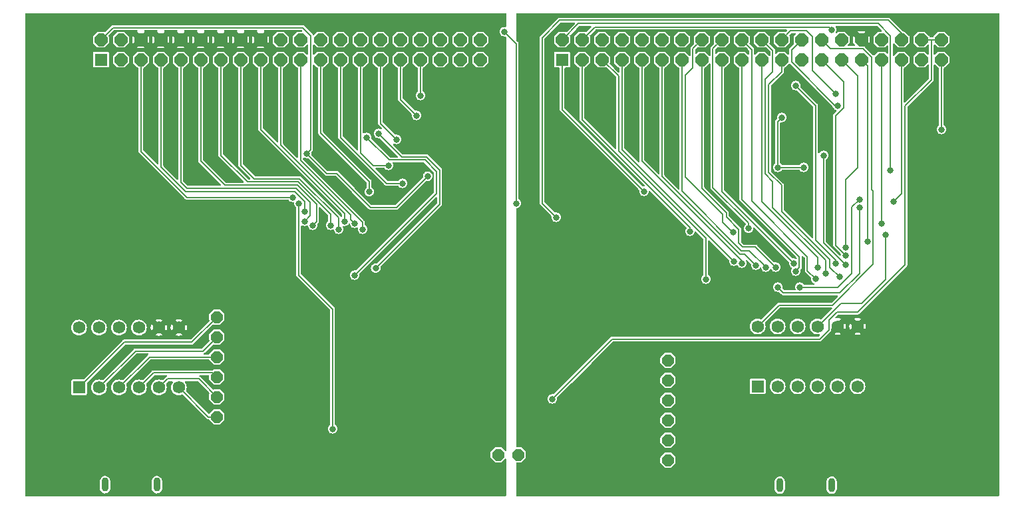
<source format=gbr>
%TF.GenerationSoftware,KiCad,Pcbnew,(7.0.0-0)*%
%TF.CreationDate,2023-04-08T13:25:50-06:00*%
%TF.ProjectId,Custom-Microcontroller-Project,43757374-6f6d-42d4-9d69-63726f636f6e,1*%
%TF.SameCoordinates,Original*%
%TF.FileFunction,Copper,L2,Bot*%
%TF.FilePolarity,Positive*%
%FSLAX46Y46*%
G04 Gerber Fmt 4.6, Leading zero omitted, Abs format (unit mm)*
G04 Created by KiCad (PCBNEW (7.0.0-0)) date 2023-04-08 13:25:50*
%MOMM*%
%LPD*%
G01*
G04 APERTURE LIST*
G04 Aperture macros list*
%AMOutline5P*
0 Free polygon, 5 corners , with rotation*
0 The origin of the aperture is its center*
0 number of corners: always 5*
0 $1 to $10 corner X, Y*
0 $11 Rotation angle, in degrees counterclockwise*
0 create outline with 5 corners*
4,1,5,$1,$2,$3,$4,$5,$6,$7,$8,$9,$10,$1,$2,$11*%
%AMOutline6P*
0 Free polygon, 6 corners , with rotation*
0 The origin of the aperture is its center*
0 number of corners: always 6*
0 $1 to $12 corner X, Y*
0 $13 Rotation angle, in degrees counterclockwise*
0 create outline with 6 corners*
4,1,6,$1,$2,$3,$4,$5,$6,$7,$8,$9,$10,$11,$12,$1,$2,$13*%
%AMOutline7P*
0 Free polygon, 7 corners , with rotation*
0 The origin of the aperture is its center*
0 number of corners: always 7*
0 $1 to $14 corner X, Y*
0 $15 Rotation angle, in degrees counterclockwise*
0 create outline with 7 corners*
4,1,7,$1,$2,$3,$4,$5,$6,$7,$8,$9,$10,$11,$12,$13,$14,$1,$2,$15*%
%AMOutline8P*
0 Free polygon, 8 corners , with rotation*
0 The origin of the aperture is its center*
0 number of corners: always 8*
0 $1 to $16 corner X, Y*
0 $17 Rotation angle, in degrees counterclockwise*
0 create outline with 8 corners*
4,1,8,$1,$2,$3,$4,$5,$6,$7,$8,$9,$10,$11,$12,$13,$14,$15,$16,$1,$2,$17*%
G04 Aperture macros list end*
%TA.AperFunction,ComponentPad*%
%ADD10O,0.900000X1.800000*%
%TD*%
%TA.AperFunction,ComponentPad*%
%ADD11Outline8P,-0.762000X0.315631X-0.315631X0.762000X0.315631X0.762000X0.762000X0.315631X0.762000X-0.315631X0.315631X-0.762000X-0.315631X-0.762000X-0.762000X-0.315631X180.000000*%
%TD*%
%TA.AperFunction,ComponentPad*%
%ADD12Outline8P,-0.762000X0.315631X-0.315631X0.762000X0.315631X0.762000X0.762000X0.315631X0.762000X-0.315631X0.315631X-0.762000X-0.315631X-0.762000X-0.762000X-0.315631X0.000000*%
%TD*%
%TA.AperFunction,ComponentPad*%
%ADD13R,1.580000X1.580000*%
%TD*%
%TA.AperFunction,ComponentPad*%
%ADD14C,1.580000*%
%TD*%
%TA.AperFunction,ComponentPad*%
%ADD15R,1.620000X1.620000*%
%TD*%
%TA.AperFunction,ComponentPad*%
%ADD16Outline8P,-0.810000X0.335513X-0.335513X0.810000X0.335513X0.810000X0.810000X0.335513X0.810000X-0.335513X0.335513X-0.810000X-0.335513X-0.810000X-0.810000X-0.335513X90.000000*%
%TD*%
%TA.AperFunction,ComponentPad*%
%ADD17Outline8P,-0.762000X0.315631X-0.315631X0.762000X0.315631X0.762000X0.762000X0.315631X0.762000X-0.315631X0.315631X-0.762000X-0.315631X-0.762000X-0.762000X-0.315631X90.000000*%
%TD*%
%TA.AperFunction,ViaPad*%
%ADD18C,0.800000*%
%TD*%
%TA.AperFunction,Conductor*%
%ADD19C,0.200000*%
%TD*%
G04 APERTURE END LIST*
D10*
%TO.P,J1,S5,SHIELD*%
%TO.N,Net-(J1-SHIELD-PadS1)*%
X92203999Y-122169299D03*
%TO.P,J1,S6,SHIELD*%
X98803999Y-122169299D03*
%TD*%
D11*
%TO.P,J10,1,1*%
%TO.N,Net-(J3-GND)*%
X163829999Y-108889799D03*
%TO.P,J10,2,2*%
%TO.N,Net-(J10-Pad2)*%
X163829999Y-106349799D03*
%TD*%
D12*
%TO.P,J7,1,1*%
%TO.N,Net-(J1-VUSB)*%
X106425999Y-100837999D03*
%TO.P,J7,2,2*%
%TO.N,Net-(J1-D-)*%
X106425999Y-103377999D03*
%TD*%
D13*
%TO.P,S1,1A*%
%TO.N,Net-(J1-VUSB)*%
X88897999Y-109786799D03*
D14*
%TO.P,S1,1B*%
%TO.N,/ESP32 Board/ESP32_VIN*%
X88898000Y-102166800D03*
%TO.P,S1,2A*%
%TO.N,Net-(J1-D-)*%
X91438000Y-109786800D03*
%TO.P,S1,2B*%
%TO.N,/ESP32 Board/ESP32_D-*%
X91438000Y-102166800D03*
%TO.P,S1,3A*%
%TO.N,Net-(J1-D+)*%
X93978000Y-109786800D03*
%TO.P,S1,3B*%
%TO.N,/ESP32 Board/ESP32_D+*%
X93978000Y-102166800D03*
%TO.P,S1,4A*%
%TO.N,Net-(J1-ID)*%
X96518000Y-109786800D03*
%TO.P,S1,4B*%
%TO.N,unconnected-(S1-Pad4B)*%
X96518000Y-102166800D03*
%TO.P,S1,5A*%
%TO.N,Net-(J1-GND)*%
X99058000Y-109786800D03*
%TO.P,S1,5B*%
%TO.N,/ESP32 Board/ESP32_GND*%
X99058000Y-102166800D03*
%TO.P,S1,6A*%
%TO.N,Net-(J1-SHIELD-PadS1)*%
X101598000Y-109786800D03*
%TO.P,S1,6B*%
%TO.N,/ESP32 Board/ESP32_GND*%
X101598000Y-102166800D03*
%TD*%
D13*
%TO.P,S2,1A*%
%TO.N,Net-(J3-VUSB)*%
X175259999Y-109651799D03*
D14*
%TO.P,S2,1B*%
%TO.N,/SAMD Board/SAMD_VIN*%
X175260000Y-102031800D03*
%TO.P,S2,2A*%
%TO.N,Net-(J3-D-)*%
X177800000Y-109651800D03*
%TO.P,S2,2B*%
%TO.N,/SAMD Board/SAMD_D-*%
X177800000Y-102031800D03*
%TO.P,S2,3A*%
%TO.N,Net-(J3-D+)*%
X180340000Y-109651800D03*
%TO.P,S2,3B*%
%TO.N,/SAMD Board/SAMD_D+*%
X180340000Y-102031800D03*
%TO.P,S2,4A*%
%TO.N,Net-(J3-ID)*%
X182880000Y-109651800D03*
%TO.P,S2,4B*%
%TO.N,/SAMD Board/SAMD_USB_ID*%
X182880000Y-102031800D03*
%TO.P,S2,5A*%
%TO.N,Net-(J3-GND)*%
X185420000Y-109651800D03*
%TO.P,S2,5B*%
%TO.N,/SAMD Board/SAMD_GND*%
X185420000Y-102031800D03*
%TO.P,S2,6A*%
%TO.N,Net-(J10-Pad2)*%
X187960000Y-109651800D03*
%TO.P,S2,6B*%
%TO.N,/SAMD Board/SAMD_GND*%
X187960000Y-102031800D03*
%TD*%
D11*
%TO.P,J9,1,1*%
%TO.N,Net-(J3-D+)*%
X163829999Y-113969799D03*
%TO.P,J9,2,2*%
%TO.N,Net-(J3-ID)*%
X163829999Y-111429799D03*
%TD*%
D15*
%TO.P,J5,P$1,1*%
%TO.N,/SAMD Board/GPIO_2*%
X150367999Y-68071999D03*
D16*
%TO.P,J5,P$2,2*%
%TO.N,/SAMD Board/GPIO_3*%
X152907999Y-68071999D03*
%TO.P,J5,P$3,3*%
%TO.N,/SAMD Board/GPIO_4*%
X155447999Y-68071999D03*
%TO.P,J5,P$4,4*%
%TO.N,/SAMD Board/GPIO_5*%
X157987999Y-68071999D03*
%TO.P,J5,P$5,5*%
%TO.N,/SAMD Board/GPIO_6*%
X160527999Y-68071999D03*
%TO.P,J5,P$6,6*%
%TO.N,/SAMD Board/GPIO_7*%
X163067999Y-68071999D03*
%TO.P,J5,P$7,7*%
%TO.N,/SAMD Board/GPIO_8*%
X165607999Y-68071999D03*
%TO.P,J5,P$8,8*%
%TO.N,/SAMD Board/GPIO_9*%
X168147999Y-68071999D03*
%TO.P,J5,P$9,9*%
%TO.N,/SAMD Board/GPIO_10*%
X170687999Y-68071999D03*
%TO.P,J5,P$10,10*%
%TO.N,/SAMD Board/GPIO_11*%
X173227999Y-68071999D03*
%TO.P,J5,P$11,11*%
%TO.N,/SAMD Board/GPIO_12*%
X175767999Y-68071999D03*
%TO.P,J5,P$12,12*%
%TO.N,/SAMD Board/GPIO_13*%
X178307999Y-68071999D03*
%TO.P,J5,P$13,13*%
%TO.N,/SAMD Board/GPIO_14*%
X180847999Y-68071999D03*
%TO.P,J5,P$14,14*%
%TO.N,/SAMD Board/GPIO_15*%
X183387999Y-68071999D03*
%TO.P,J5,P$15,15*%
%TO.N,/SAMD Board/GPIO_16*%
X185927999Y-68071999D03*
%TO.P,J5,P$16,16*%
%TO.N,/SAMD Board/GPIO_17*%
X188467999Y-68071999D03*
%TO.P,J5,P$17,17*%
%TO.N,/SAMD Board/GPIO_19*%
X191007999Y-68071999D03*
%TO.P,J5,P$18,18*%
%TO.N,/SAMD Board/GPIO_20*%
X193547999Y-68071999D03*
%TO.P,J5,P$19,19*%
%TO.N,/SAMD Board/GPIO_21*%
X196087999Y-68071999D03*
%TO.P,J5,P$20,20*%
%TO.N,/SAMD Board/GPIO_22*%
X198627999Y-68071999D03*
%TO.P,J5,P$21,21*%
%TO.N,/SAMD Board/GPIO_23*%
X150367999Y-65531999D03*
%TO.P,J5,P$22,22*%
%TO.N,/SAMD Board/GPIO_27*%
X152907999Y-65531999D03*
%TO.P,J5,P$23,23*%
%TO.N,/SAMD Board/GPIO_28*%
X155447999Y-65531999D03*
%TO.P,J5,P$24,24*%
%TO.N,/SAMD Board/GPIO_30*%
X157987999Y-65531999D03*
%TO.P,J5,P$25,25*%
%TO.N,/SAMD Board/GPIO_31*%
X160527999Y-65531999D03*
%TO.P,J5,P$26,26*%
%TO.N,/SAMD Board/GPIO_32*%
X163067999Y-65531999D03*
%TO.P,J5,P$27,27*%
%TO.N,/SAMD Board/GPIO_33*%
X165607999Y-65531999D03*
%TO.P,J5,P$28,28*%
%TO.N,/SAMD Board/GPIO_34*%
X168147999Y-65531999D03*
%TO.P,J5,P$29,29*%
%TO.N,/SAMD Board/GPIO_35*%
X170687999Y-65531999D03*
%TO.P,J5,P$30,30*%
%TO.N,/SAMD Board/GPIO_36*%
X173227999Y-65531999D03*
%TO.P,J5,P$31,31*%
%TO.N,/SAMD Board/GPIO_37*%
X175767999Y-65531999D03*
%TO.P,J5,P$32,32*%
%TO.N,/SAMD Board/GPIO_38*%
X178307999Y-65531999D03*
%TO.P,J5,P$33,33*%
%TO.N,/SAMD Board/GPIO_39*%
X180847999Y-65531999D03*
%TO.P,J5,P$34,34*%
%TO.N,/SAMD Board/SAMD_VIN*%
X183387999Y-65531999D03*
%TO.P,J5,P$35,35*%
%TO.N,/SAMD Board/SAMD_3V3*%
X185927999Y-65531999D03*
%TO.P,J5,P$36,36*%
%TO.N,/SAMD Board/SAMD_GND*%
X188467999Y-65531999D03*
%TO.P,J5,P$37,37*%
%TO.N,/SAMD Board/SAMD_RESET*%
X191007999Y-65531999D03*
%TO.P,J5,P$38,38*%
%TO.N,/SAMD Board/VIN_LVL*%
X193547999Y-65531999D03*
%TO.P,J5,P$39,39*%
%TO.N,/SAMD Board/V_GND*%
X196087999Y-65531999D03*
%TO.P,J5,P$40,40*%
X198627999Y-65531999D03*
%TD*%
D12*
%TO.P,J12,1,1*%
%TO.N,Net-(J1-GND)*%
X106425999Y-110997999D03*
%TO.P,J12,2,2*%
%TO.N,Net-(J1-SHIELD-PadS1)*%
X106425999Y-113537999D03*
%TD*%
%TO.P,J11,1,1*%
%TO.N,Net-(J1-D+)*%
X106425999Y-105917999D03*
%TO.P,J11,2,2*%
%TO.N,Net-(J1-ID)*%
X106425999Y-108457999D03*
%TD*%
D15*
%TO.P,J2,P$1,1*%
%TO.N,/ESP32 Board/GPIO_0*%
X91693999Y-68071999D03*
D16*
%TO.P,J2,P$2,2*%
%TO.N,/ESP32 Board/GPIO_1*%
X94233999Y-68071999D03*
%TO.P,J2,P$3,3*%
%TO.N,/ESP32 Board/GPIO_2*%
X96773999Y-68071999D03*
%TO.P,J2,P$4,4*%
%TO.N,/ESP32 Board/GPIO_3*%
X99313999Y-68071999D03*
%TO.P,J2,P$5,5*%
%TO.N,/ESP32 Board/GPIO_4*%
X101853999Y-68071999D03*
%TO.P,J2,P$6,6*%
%TO.N,/ESP32 Board/GPIO_5*%
X104393999Y-68071999D03*
%TO.P,J2,P$7,7*%
%TO.N,/ESP32 Board/GPIO_6*%
X106933999Y-68071999D03*
%TO.P,J2,P$8,8*%
%TO.N,/ESP32 Board/GPIO_7*%
X109473999Y-68071999D03*
%TO.P,J2,P$9,9*%
%TO.N,/ESP32 Board/GPIO_8*%
X112013999Y-68071999D03*
%TO.P,J2,P$10,10*%
%TO.N,/ESP32 Board/GPIO_9*%
X114553999Y-68071999D03*
%TO.P,J2,P$11,11*%
%TO.N,/ESP32 Board/GPIO_10*%
X117093999Y-68071999D03*
%TO.P,J2,P$12,12*%
%TO.N,/ESP32 Board/GPIO_11*%
X119633999Y-68071999D03*
%TO.P,J2,P$13,13*%
%TO.N,/ESP32 Board/GPIO_12*%
X122173999Y-68071999D03*
%TO.P,J2,P$14,14*%
%TO.N,/ESP32 Board/GPIO_13*%
X124713999Y-68071999D03*
%TO.P,J2,P$15,15*%
%TO.N,/ESP32 Board/GPIO_14*%
X127253999Y-68071999D03*
%TO.P,J2,P$16,16*%
%TO.N,/ESP32 Board/GPIO_15*%
X129793999Y-68071999D03*
%TO.P,J2,P$17,17*%
%TO.N,/ESP32 Board/GPIO_16*%
X132333999Y-68071999D03*
%TO.P,J2,P$18,18*%
%TO.N,/ESP32 Board/GPIO_17*%
X134873999Y-68071999D03*
%TO.P,J2,P$19,19*%
%TO.N,/ESP32 Board/GPIO_18*%
X137413999Y-68071999D03*
%TO.P,J2,P$20,20*%
%TO.N,/ESP32 Board/RESET*%
X139953999Y-68071999D03*
%TO.P,J2,P$21,21*%
%TO.N,/ESP32 Board/ANT*%
X91693999Y-65531999D03*
%TO.P,J2,P$22,22*%
%TO.N,/ESP32 Board/VIN_LVL*%
X94233999Y-65531999D03*
%TO.P,J2,P$23,23*%
%TO.N,/ESP32 Board/ESP32_GND*%
X96773999Y-65531999D03*
%TO.P,J2,P$24,24*%
X99313999Y-65531999D03*
%TO.P,J2,P$25,25*%
X101853999Y-65531999D03*
%TO.P,J2,P$26,26*%
X104393999Y-65531999D03*
%TO.P,J2,P$27,27*%
X106933999Y-65531999D03*
%TO.P,J2,P$28,28*%
X109473999Y-65531999D03*
%TO.P,J2,P$29,29*%
X112013999Y-65531999D03*
%TO.P,J2,P$30,30*%
%TO.N,/ESP32 Board/V_GND*%
X114553999Y-65531999D03*
%TO.P,J2,P$31,31*%
X117093999Y-65531999D03*
%TO.P,J2,P$32,32*%
X119633999Y-65531999D03*
%TO.P,J2,P$33,33*%
X122173999Y-65531999D03*
%TO.P,J2,P$34,34*%
X124713999Y-65531999D03*
%TO.P,J2,P$35,35*%
X127253999Y-65531999D03*
%TO.P,J2,P$36,36*%
X129793999Y-65531999D03*
%TO.P,J2,P$37,37*%
X132333999Y-65531999D03*
%TO.P,J2,P$38,38*%
X134873999Y-65531999D03*
%TO.P,J2,P$39,39*%
X137413999Y-65531999D03*
%TO.P,J2,P$40,40*%
X139953999Y-65531999D03*
%TD*%
D11*
%TO.P,J4,1,1*%
%TO.N,Net-(J3-VUSB)*%
X163829999Y-119049799D03*
%TO.P,J4,2,2*%
%TO.N,Net-(J3-D-)*%
X163829999Y-116509799D03*
%TD*%
D10*
%TO.P,J3,S5,SHIELD*%
%TO.N,Net-(J10-Pad2)*%
X178055999Y-122232799D03*
%TO.P,J3,S6,SHIELD*%
X184655999Y-122232799D03*
%TD*%
D17*
%TO.P,J6,1,1*%
%TO.N,/VIN*%
X142239999Y-118363999D03*
%TO.P,J6,2,2*%
%TO.N,/GND*%
X144779999Y-118363999D03*
%TD*%
D18*
%TO.N,/ESP32 Board/ESP32_GND*%
X121462800Y-91389200D03*
X88214200Y-88569800D03*
X111506000Y-87122000D03*
X127254000Y-90170000D03*
X112522000Y-108966000D03*
X137160000Y-85852000D03*
X116332000Y-100584000D03*
X117602000Y-120904000D03*
X133096000Y-78994000D03*
X123444000Y-73152000D03*
X90170000Y-81788000D03*
X107696000Y-86868000D03*
X120396000Y-101346000D03*
X113792000Y-117094000D03*
X120904000Y-83566000D03*
%TO.N,/ESP32 Board/RESET*%
X116840000Y-86360000D03*
X121158000Y-115062000D03*
%TO.N,/ESP32 Board/ANT*%
X117856000Y-80010000D03*
X133254400Y-82899600D03*
%TO.N,/SAMD Board/SAMD_GND*%
X200660000Y-120650000D03*
X181356000Y-80264000D03*
X195326000Y-77978000D03*
X172212000Y-88024300D03*
X157480000Y-84328000D03*
X166878000Y-92710000D03*
X194310000Y-107950000D03*
X181102000Y-95758000D03*
X201676000Y-100330000D03*
X196596000Y-118364000D03*
X194564000Y-113030000D03*
X198882000Y-99822000D03*
X195834000Y-63500000D03*
%TO.N,/SAMD Board/SAMD_3V3*%
X181102000Y-81788000D03*
X177800000Y-81788000D03*
X178308000Y-75438000D03*
%TO.N,/SAMD Board/SAMD_RESET*%
X183642000Y-80264000D03*
X186436000Y-94224695D03*
%TO.N,/ESP32 Board/GPIO_2*%
X116078000Y-85598000D03*
%TO.N,/ESP32 Board/GPIO_3*%
X117602000Y-87376000D03*
%TO.N,/ESP32 Board/GPIO_4*%
X117602000Y-88646000D03*
%TO.N,/ESP32 Board/GPIO_5*%
X118618000Y-89154000D03*
%TO.N,/ESP32 Board/GPIO_6*%
X120904000Y-89154000D03*
%TO.N,/ESP32 Board/GPIO_7*%
X121920000Y-89662000D03*
%TO.N,/ESP32 Board/GPIO_8*%
X122682000Y-88646000D03*
%TO.N,/ESP32 Board/GPIO_9*%
X123952000Y-88900000D03*
%TO.N,/ESP32 Board/GPIO_10*%
X124968000Y-89662000D03*
%TO.N,/ESP32 Board/GPIO_11*%
X125817212Y-84883020D03*
%TO.N,/ESP32 Board/GPIO_12*%
X130048000Y-83820000D03*
%TO.N,/ESP32 Board/GPIO_13*%
X128270000Y-81534000D03*
%TO.N,/ESP32 Board/GPIO_14*%
X129286000Y-78232000D03*
%TO.N,/ESP32 Board/GPIO_15*%
X131826000Y-75184000D03*
%TO.N,/ESP32 Board/GPIO_16*%
X132334000Y-72644000D03*
%TO.N,/SAMD Board/GPIO_2*%
X160782000Y-84836000D03*
%TO.N,/SAMD Board/GPIO_3*%
X166624000Y-89916000D03*
%TO.N,/SAMD Board/GPIO_4*%
X168656000Y-96012000D03*
%TO.N,/SAMD Board/GPIO_5*%
X172212000Y-93726000D03*
%TO.N,/SAMD Board/GPIO_6*%
X173228000Y-93980000D03*
%TO.N,/SAMD Board/GPIO_7*%
X175006000Y-94234000D03*
%TO.N,/SAMD Board/GPIO_8*%
X176276000Y-94488000D03*
%TO.N,/SAMD Board/GPIO_9*%
X177546000Y-94488000D03*
%TO.N,/SAMD Board/GPIO_10*%
X179832000Y-93980000D03*
%TO.N,/SAMD Board/GPIO_11*%
X180086000Y-94996000D03*
%TO.N,/SAMD Board/GPIO_12*%
X182880000Y-94488000D03*
%TO.N,/SAMD Board/GPIO_13*%
X185669701Y-95753701D03*
%TO.N,/SAMD Board/GPIO_14*%
X180086000Y-71374000D03*
X185166000Y-93980000D03*
%TO.N,/SAMD Board/GPIO_15*%
X186436000Y-92964000D03*
%TO.N,/SAMD Board/GPIO_16*%
X186436000Y-91948000D03*
%TO.N,/SAMD Board/GPIO_17*%
X189230000Y-91186000D03*
%TO.N,/SAMD Board/GPIO_19*%
X191008000Y-88900000D03*
%TO.N,/SAMD Board/GPIO_23*%
X192145588Y-82130586D03*
%TO.N,/SAMD Board/GPIO_34*%
X172112702Y-90015300D03*
%TO.N,/SAMD Board/GPIO_35*%
X174095102Y-89548300D03*
%TO.N,/SAMD Board/GPIO_36*%
X182626000Y-95974500D03*
%TO.N,/SAMD Board/GPIO_37*%
X183896000Y-95250000D03*
%TO.N,/SAMD Board/GPIO_38*%
X185166000Y-72390000D03*
%TO.N,/SAMD Board/GPIO_39*%
X185420000Y-73914000D03*
%TO.N,/SAMD Board/VIN_LVL*%
X149606000Y-88138000D03*
%TO.N,/SAMD Board/V_GND*%
X149098000Y-111252000D03*
%TO.N,/ESP32 Board/ESP32_D+*%
X123952000Y-95504000D03*
X125476000Y-77978000D03*
%TO.N,Net-(U5-PA25{slash}USB_D+)*%
X188214000Y-85868497D03*
X180594000Y-97028000D03*
%TO.N,Net-(U5-PA24{slash}USB_D-)*%
X177800000Y-97028000D03*
X188214000Y-86868000D03*
%TO.N,/SAMD Board/GPIO_27*%
X184658000Y-64262000D03*
%TO.N,/SAMD Board/SAMD_USB_ID*%
X191516000Y-90347800D03*
%TO.N,/ESP32 Board/VIN_LVL*%
X144526000Y-86360000D03*
X143002000Y-64516000D03*
%TO.N,/ESP32 Board/ESP32_D-*%
X127000000Y-77470000D03*
X126639096Y-94594904D03*
%TO.N,/SAMD Board/GPIO_20*%
X192532000Y-86106000D03*
%TO.N,/SAMD Board/GPIO_22*%
X198628000Y-76962000D03*
%TD*%
D19*
%TO.N,/ESP32 Board/RESET*%
X116840000Y-86360000D02*
X116840000Y-95504000D01*
X121158000Y-99822000D02*
X121158000Y-115062000D01*
X116840000Y-95504000D02*
X121158000Y-99822000D01*
%TO.N,/ESP32 Board/ANT*%
X117856000Y-80010000D02*
X120396000Y-82550000D01*
X125984000Y-86868000D02*
X129286000Y-86868000D01*
X118364000Y-79502000D02*
X117856000Y-80010000D01*
X91694000Y-65532000D02*
X93218000Y-64008000D01*
X118364000Y-65024000D02*
X118364000Y-79502000D01*
X120396000Y-82550000D02*
X121666000Y-82550000D01*
X121666000Y-82550000D02*
X125984000Y-86868000D01*
X129286000Y-86868000D02*
X133254400Y-82899600D01*
X93218000Y-64008000D02*
X117348000Y-64008000D01*
X117348000Y-64008000D02*
X118364000Y-65024000D01*
%TO.N,/SAMD Board/SAMD_GND*%
X173287702Y-89100002D02*
X173287702Y-89975702D01*
X172212000Y-88024300D02*
X173287702Y-89100002D01*
X173287702Y-89975702D02*
X174048000Y-90736000D01*
%TO.N,/SAMD Board/SAMD_3V3*%
X181102000Y-81788000D02*
X177800000Y-81788000D01*
X177800000Y-75946000D02*
X177800000Y-81788000D01*
X178308000Y-75438000D02*
X177800000Y-75946000D01*
%TO.N,/SAMD Board/SAMD_RESET*%
X186436000Y-94224695D02*
X183642000Y-91430695D01*
X183642000Y-91430695D02*
X183642000Y-80264000D01*
%TO.N,Net-(J1-VUSB)*%
X103251000Y-104013000D02*
X106426000Y-100838000D01*
X94671800Y-104013000D02*
X103251000Y-104013000D01*
X88898000Y-109786800D02*
X94671800Y-104013000D01*
%TO.N,Net-(J1-D-)*%
X91438000Y-109786800D02*
X96068800Y-105156000D01*
X104648000Y-105156000D02*
X106426000Y-103378000D01*
X96068800Y-105156000D02*
X104648000Y-105156000D01*
%TO.N,Net-(J1-D+)*%
X106426000Y-105918000D02*
X97846800Y-105918000D01*
X97846800Y-105918000D02*
X93978000Y-109786800D01*
%TO.N,Net-(J1-ID)*%
X106426000Y-108458000D02*
X105887184Y-107919184D01*
X105887184Y-107919184D02*
X98385616Y-107919184D01*
X98385616Y-107919184D02*
X96518000Y-109786800D01*
%TO.N,Net-(J1-GND)*%
X100148000Y-108696800D02*
X99058000Y-109786800D01*
X106426000Y-110998000D02*
X104124800Y-108696800D01*
X104124800Y-108696800D02*
X100148000Y-108696800D01*
%TO.N,Net-(J1-SHIELD-PadS1)*%
X106426000Y-113538000D02*
X105349200Y-113538000D01*
X105349200Y-113538000D02*
X101598000Y-109786800D01*
%TO.N,/ESP32 Board/GPIO_2*%
X96774000Y-79756000D02*
X96774000Y-68072000D01*
X116078000Y-85598000D02*
X102616000Y-85598000D01*
X102616000Y-85598000D02*
X96774000Y-79756000D01*
%TO.N,/ESP32 Board/GPIO_3*%
X102150279Y-84553157D02*
X102136843Y-84553157D01*
X102439635Y-84842513D02*
X102150279Y-84553157D01*
X99314000Y-81730314D02*
X99314000Y-68072000D01*
X102136843Y-84553157D02*
X99314000Y-81730314D01*
X117602000Y-87376000D02*
X117602000Y-86132050D01*
X116312463Y-84842513D02*
X102439635Y-84842513D01*
X117602000Y-86132050D02*
X116312463Y-84842513D01*
%TO.N,/ESP32 Board/GPIO_4*%
X118302000Y-87946000D02*
X117602000Y-88646000D01*
X116478149Y-84442513D02*
X118302000Y-86266364D01*
X102591885Y-84442513D02*
X116478149Y-84442513D01*
X118302000Y-86266364D02*
X118302000Y-87946000D01*
X101854000Y-68072000D02*
X101854000Y-83704628D01*
X101854000Y-83704628D02*
X102591885Y-84442513D01*
%TO.N,/ESP32 Board/GPIO_5*%
X104394000Y-80994513D02*
X104394000Y-68072000D01*
X119126000Y-88646000D02*
X119126000Y-86524678D01*
X119126000Y-86524678D02*
X116643835Y-84042513D01*
X116643835Y-84042513D02*
X107442000Y-84042513D01*
X118618000Y-89154000D02*
X119126000Y-88646000D01*
X107442000Y-84042513D02*
X104394000Y-80994513D01*
%TO.N,/ESP32 Board/GPIO_6*%
X120904000Y-89154000D02*
X120904000Y-87736992D01*
X120904000Y-87736992D02*
X116809520Y-83642513D01*
X106934000Y-80264000D02*
X106934000Y-68072000D01*
X110312513Y-83642513D02*
X106934000Y-80264000D01*
X116809520Y-83642513D02*
X110312513Y-83642513D01*
%TO.N,/ESP32 Board/GPIO_7*%
X109474000Y-81534000D02*
X111182513Y-83242513D01*
X121920000Y-88187306D02*
X121920000Y-89662000D01*
X111182513Y-83242513D02*
X116975206Y-83242513D01*
X116975206Y-83242513D02*
X121920000Y-88187306D01*
X109474000Y-68072000D02*
X109474000Y-81534000D01*
%TO.N,/ESP32 Board/GPIO_8*%
X122682000Y-87630000D02*
X122682000Y-88646000D01*
X112014000Y-76962000D02*
X122682000Y-87630000D01*
X112014000Y-68072000D02*
X112014000Y-76962000D01*
%TO.N,/ESP32 Board/GPIO_9*%
X123444000Y-87826314D02*
X123444000Y-88392000D01*
X114554000Y-68072000D02*
X114554000Y-78936314D01*
X123444000Y-88392000D02*
X123952000Y-88900000D01*
X114554000Y-78936314D02*
X123444000Y-87826314D01*
%TO.N,/ESP32 Board/GPIO_10*%
X124968000Y-88798064D02*
X124968000Y-89662000D01*
X117094000Y-80924064D02*
X124968000Y-88798064D01*
X117094000Y-68072000D02*
X117094000Y-80924064D01*
%TO.N,/ESP32 Board/GPIO_11*%
X125817212Y-83595528D02*
X125817212Y-84883020D01*
X119634000Y-77412315D02*
X125817212Y-83595528D01*
X119634000Y-68072000D02*
X119634000Y-77412315D01*
%TO.N,/ESP32 Board/GPIO_12*%
X130048000Y-83820000D02*
X128016000Y-83820000D01*
X128016000Y-83820000D02*
X122174000Y-77978000D01*
X122174000Y-77978000D02*
X122174000Y-68072000D01*
%TO.N,/ESP32 Board/GPIO_13*%
X124714000Y-79952314D02*
X124714000Y-68072000D01*
X126295686Y-81534000D02*
X124714000Y-79952314D01*
X128270000Y-81534000D02*
X126295686Y-81534000D01*
%TO.N,/ESP32 Board/GPIO_14*%
X129286000Y-78232000D02*
X127254000Y-76200000D01*
X127254000Y-76200000D02*
X127254000Y-68072000D01*
%TO.N,/ESP32 Board/GPIO_15*%
X131826000Y-75184000D02*
X129794000Y-73152000D01*
X129794000Y-73152000D02*
X129794000Y-68072000D01*
%TO.N,/ESP32 Board/GPIO_16*%
X132334000Y-72644000D02*
X132334000Y-68072000D01*
%TO.N,/SAMD Board/GPIO_2*%
X150368000Y-74422000D02*
X150368000Y-68072000D01*
X160782000Y-84836000D02*
X150368000Y-74422000D01*
%TO.N,/SAMD Board/GPIO_3*%
X166624000Y-89410792D02*
X152908000Y-75694792D01*
X166624000Y-89916000D02*
X166624000Y-89410792D01*
X152908000Y-75694792D02*
X152908000Y-68072000D01*
%TO.N,/SAMD Board/GPIO_4*%
X168656000Y-90806396D02*
X157538000Y-79688396D01*
X157538000Y-70162000D02*
X155448000Y-68072000D01*
X157538000Y-79688396D02*
X157538000Y-70162000D01*
X168656000Y-96012000D02*
X168656000Y-90806396D01*
%TO.N,/SAMD Board/GPIO_5*%
X157988000Y-68072000D02*
X157988000Y-79502000D01*
X157988000Y-79502000D02*
X172212000Y-93726000D01*
%TO.N,/SAMD Board/GPIO_6*%
X173228000Y-93716695D02*
X173228000Y-93980000D01*
X160528000Y-81016695D02*
X173228000Y-93716695D01*
X160528000Y-68072000D02*
X160528000Y-81016695D01*
%TO.N,/SAMD Board/GPIO_7*%
X172974000Y-92826300D02*
X173598300Y-92826300D01*
X173598300Y-92826300D02*
X175006000Y-94234000D01*
X163068000Y-82920299D02*
X172974000Y-92826300D01*
X163068000Y-68072000D02*
X163068000Y-82920299D01*
%TO.N,/SAMD Board/GPIO_8*%
X165608000Y-68072000D02*
X165608000Y-84823903D01*
X165608000Y-84823903D02*
X173160396Y-92376300D01*
X174173604Y-92376300D02*
X176276000Y-94478695D01*
X173160396Y-92376300D02*
X174173604Y-92376300D01*
X176276000Y-94478695D02*
X176276000Y-94488000D01*
%TO.N,/SAMD Board/GPIO_9*%
X174974996Y-91926300D02*
X177536695Y-94488000D01*
X172837702Y-89675307D02*
X172837702Y-91417210D01*
X171265000Y-87561299D02*
X171265000Y-88102605D01*
X177536695Y-94488000D02*
X177546000Y-94488000D01*
X168148000Y-68072000D02*
X168148000Y-84444299D01*
X173346792Y-91926300D02*
X174974996Y-91926300D01*
X171265000Y-88102605D02*
X172837702Y-89675307D01*
X172837702Y-91417210D02*
X173346792Y-91926300D01*
X168148000Y-84444299D02*
X171265000Y-87561299D01*
%TO.N,/SAMD Board/GPIO_10*%
X170688000Y-84836000D02*
X170688000Y-68072000D01*
X179832000Y-93980000D02*
X170688000Y-84836000D01*
%TO.N,/SAMD Board/GPIO_11*%
X180557000Y-93181000D02*
X173228000Y-85852000D01*
X180086000Y-94996000D02*
X180557000Y-94525000D01*
X180557000Y-94525000D02*
X180557000Y-93181000D01*
X173228000Y-85852000D02*
X173228000Y-68072000D01*
%TO.N,/SAMD Board/GPIO_12*%
X175768000Y-86108792D02*
X175768000Y-68072000D01*
X182880000Y-93220792D02*
X175768000Y-86108792D01*
X182880000Y-94488000D02*
X182880000Y-93220792D01*
%TO.N,/SAMD Board/GPIO_13*%
X176668000Y-71236000D02*
X176668000Y-82424604D01*
X178308000Y-87376000D02*
X184404000Y-93472000D01*
X184404000Y-93472000D02*
X184404000Y-94488000D01*
X176668000Y-82424604D02*
X178308000Y-84064604D01*
X178308000Y-69596000D02*
X176668000Y-71236000D01*
X184404000Y-94488000D02*
X185669701Y-95753701D01*
X178308000Y-68072000D02*
X178308000Y-69596000D01*
X178308000Y-84064604D02*
X178308000Y-87376000D01*
%TO.N,/SAMD Board/GPIO_14*%
X185166000Y-93591091D02*
X185166000Y-93980000D01*
X180086000Y-71374000D02*
X182626000Y-73914000D01*
X182626000Y-91051092D02*
X185166000Y-93591091D01*
X182626000Y-73914000D02*
X182626000Y-91051092D01*
%TO.N,/SAMD Board/GPIO_15*%
X186436000Y-92964000D02*
X186426695Y-92964000D01*
X186182000Y-74177305D02*
X186182000Y-70866000D01*
X185166000Y-75193305D02*
X186182000Y-74177305D01*
X185166000Y-91703305D02*
X185166000Y-75193305D01*
X186182000Y-70866000D02*
X183388000Y-68072000D01*
X186426695Y-92964000D02*
X185166000Y-91703305D01*
%TO.N,/SAMD Board/GPIO_16*%
X186436000Y-83312000D02*
X187960000Y-81788000D01*
X187960000Y-70104000D02*
X185928000Y-68072000D01*
X187960000Y-81788000D02*
X187960000Y-70104000D01*
X186436000Y-91948000D02*
X186436000Y-83312000D01*
%TO.N,/SAMD Board/GPIO_17*%
X189230000Y-91186000D02*
X189230000Y-68834000D01*
X189230000Y-68834000D02*
X188468000Y-68072000D01*
%TO.N,/SAMD Board/GPIO_19*%
X191008000Y-88900000D02*
X191008000Y-68072000D01*
%TO.N,/SAMD Board/GPIO_23*%
X190578132Y-63497000D02*
X192143000Y-65061868D01*
X192143000Y-65061868D02*
X192143000Y-82127998D01*
X150368000Y-65532000D02*
X152403000Y-63497000D01*
X152403000Y-63497000D02*
X190578132Y-63497000D01*
%TO.N,/SAMD Board/GPIO_34*%
X170815000Y-88773000D02*
X170815000Y-87747695D01*
X166058000Y-82990694D02*
X166058000Y-70043000D01*
X167013000Y-69088000D02*
X167013000Y-66667000D01*
X172112702Y-90015300D02*
X172057300Y-90015300D01*
X170815000Y-87747695D02*
X166058000Y-82990694D01*
X166058000Y-70043000D02*
X167013000Y-69088000D01*
X172057300Y-90015300D02*
X170815000Y-88773000D01*
X167013000Y-66667000D02*
X168148000Y-65532000D01*
%TO.N,/SAMD Board/GPIO_35*%
X169553000Y-66667000D02*
X169553000Y-84339995D01*
X170688000Y-65532000D02*
X169553000Y-66667000D01*
X174095102Y-88882097D02*
X174095102Y-89548300D01*
X169553000Y-84339995D02*
X174095102Y-88882097D01*
%TO.N,/SAMD Board/GPIO_36*%
X174498000Y-66802000D02*
X173228000Y-65532000D01*
X181573000Y-94921500D02*
X181573000Y-93171695D01*
X174498000Y-86096695D02*
X174498000Y-66802000D01*
X181573000Y-93171695D02*
X174498000Y-86096695D01*
X182626000Y-95974500D02*
X181573000Y-94921500D01*
%TO.N,/SAMD Board/GPIO_37*%
X177173000Y-86877396D02*
X177173000Y-83566000D01*
X183896000Y-95250000D02*
X183896000Y-93600396D01*
X177173000Y-69596000D02*
X177173000Y-66937000D01*
X176218000Y-70551000D02*
X177173000Y-69596000D01*
X183896000Y-93600396D02*
X177173000Y-86877396D01*
X177173000Y-66937000D02*
X175768000Y-65532000D01*
X177173000Y-83566000D02*
X176218000Y-82611000D01*
X176218000Y-82611000D02*
X176218000Y-70551000D01*
%TO.N,/SAMD Board/GPIO_38*%
X178308000Y-65532000D02*
X179443000Y-64397000D01*
X182253000Y-69477000D02*
X185166000Y-72390000D01*
X181491000Y-64397000D02*
X182253000Y-65159000D01*
X179443000Y-64397000D02*
X181491000Y-64397000D01*
X182253000Y-65159000D02*
X182253000Y-69477000D01*
%TO.N,/SAMD Board/GPIO_39*%
X179578000Y-66802000D02*
X180848000Y-65532000D01*
X185084868Y-73914000D02*
X179578000Y-68407132D01*
X185420000Y-73914000D02*
X185084868Y-73914000D01*
X179578000Y-68407132D02*
X179578000Y-66802000D01*
%TO.N,/SAMD Board/SAMD_VIN*%
X184523000Y-66667000D02*
X188668132Y-66667000D01*
X183388000Y-65532000D02*
X184523000Y-66667000D01*
X189738000Y-67736868D02*
X189738000Y-84582000D01*
X189955000Y-92456000D02*
X189955000Y-94145396D01*
X177977800Y-99314000D02*
X175260000Y-102031800D01*
X189955000Y-94145396D02*
X184786396Y-99314000D01*
X188668132Y-66667000D02*
X189738000Y-67736868D01*
X189738000Y-84582000D02*
X189955000Y-84799000D01*
X184786396Y-99314000D02*
X177977800Y-99314000D01*
X189955000Y-84799000D02*
X189955000Y-92456000D01*
%TO.N,/SAMD Board/VIN_LVL*%
X147828000Y-65278000D02*
X150059000Y-63047000D01*
X150059000Y-63047000D02*
X191873000Y-63047000D01*
X193548000Y-64722000D02*
X193548000Y-65532000D01*
X147828000Y-86360000D02*
X147828000Y-65278000D01*
X149606000Y-88138000D02*
X147828000Y-86360000D01*
X191873000Y-63047000D02*
X193548000Y-64722000D01*
%TO.N,/SAMD Board/V_GND*%
X197358000Y-70612000D02*
X193998000Y-73972000D01*
X197358000Y-65532000D02*
X197358000Y-70612000D01*
X193998000Y-94166396D02*
X187935298Y-100229098D01*
X197358000Y-65532000D02*
X198628000Y-65532000D01*
X184305000Y-102461000D02*
X183134000Y-103632000D01*
X185319098Y-100229098D02*
X184305000Y-101243196D01*
X193998000Y-73972000D02*
X193998000Y-94166396D01*
X196088000Y-65532000D02*
X197358000Y-65532000D01*
X156718000Y-103632000D02*
X149098000Y-111252000D01*
X184305000Y-101243196D02*
X184305000Y-102461000D01*
X187935298Y-100229098D02*
X185319098Y-100229098D01*
X183134000Y-103632000D02*
X156718000Y-103632000D01*
%TO.N,/ESP32 Board/ESP32_D+*%
X128332000Y-80834000D02*
X125476000Y-77978000D01*
X134366000Y-85090000D02*
X134366000Y-82296000D01*
X132904000Y-80834000D02*
X128332000Y-80834000D01*
X123952000Y-95504000D02*
X134366000Y-85090000D01*
X134366000Y-82296000D02*
X132904000Y-80834000D01*
%TO.N,Net-(U5-PA25{slash}USB_D+)*%
X187198000Y-95250000D02*
X187198000Y-86858695D01*
X188188198Y-85868497D02*
X188214000Y-85868497D01*
X187198000Y-86858695D02*
X188188198Y-85868497D01*
X180594000Y-97028000D02*
X185420000Y-97028000D01*
X185420000Y-97028000D02*
X187198000Y-95250000D01*
%TO.N,Net-(U5-PA24{slash}USB_D-)*%
X178525000Y-97753000D02*
X185711000Y-97753000D01*
X188214000Y-95250000D02*
X188214000Y-86868000D01*
X177800000Y-97028000D02*
X178525000Y-97753000D01*
X185711000Y-97753000D02*
X188214000Y-95250000D01*
%TO.N,/SAMD Board/GPIO_27*%
X184343000Y-63947000D02*
X154493000Y-63947000D01*
X154493000Y-63947000D02*
X152908000Y-65532000D01*
X184658000Y-64262000D02*
X184343000Y-63947000D01*
%TO.N,/SAMD Board/SAMD_USB_ID*%
X191516000Y-90347800D02*
X191516000Y-96012000D01*
X185851800Y-99060000D02*
X182880000Y-102031800D01*
X191516000Y-96012000D02*
X188468000Y-99060000D01*
X188468000Y-99060000D02*
X185851800Y-99060000D01*
%TO.N,/ESP32 Board/VIN_LVL*%
X144526000Y-66040000D02*
X143002000Y-64516000D01*
X144526000Y-86360000D02*
X144526000Y-66040000D01*
%TO.N,/ESP32 Board/ESP32_D-*%
X134766000Y-82130315D02*
X133069686Y-80434000D01*
X126639096Y-94594904D02*
X134766000Y-86468000D01*
X133069686Y-80434000D02*
X129964000Y-80434000D01*
X134766000Y-86468000D02*
X134766000Y-82130315D01*
X129964000Y-80434000D02*
X127000000Y-77470000D01*
%TO.N,/SAMD Board/GPIO_20*%
X193548000Y-85090000D02*
X193548000Y-68072000D01*
X192532000Y-86106000D02*
X193548000Y-85090000D01*
%TO.N,/SAMD Board/GPIO_22*%
X198628000Y-76962000D02*
X198628000Y-68072000D01*
%TD*%
%TA.AperFunction,Conductor*%
%TO.N,/ESP32 Board/ESP32_GND*%
G36*
X143205700Y-62167778D02*
G01*
X143242522Y-62204600D01*
X143256000Y-62254900D01*
X143256000Y-63825819D01*
X143240245Y-63879871D01*
X143197915Y-63916994D01*
X143142269Y-63925557D01*
X143002000Y-63907091D01*
X142995460Y-63907952D01*
X142850941Y-63926978D01*
X142850939Y-63926978D01*
X142844403Y-63927839D01*
X142838315Y-63930360D01*
X142838310Y-63930362D01*
X142703636Y-63986146D01*
X142703633Y-63986147D01*
X142697546Y-63988669D01*
X142692323Y-63992675D01*
X142692317Y-63992680D01*
X142576666Y-64081422D01*
X142576662Y-64081425D01*
X142571436Y-64085436D01*
X142567425Y-64090662D01*
X142567422Y-64090666D01*
X142478680Y-64206317D01*
X142478675Y-64206323D01*
X142474669Y-64211546D01*
X142472147Y-64217633D01*
X142472146Y-64217636D01*
X142416362Y-64352310D01*
X142416360Y-64352315D01*
X142413839Y-64358403D01*
X142412978Y-64364939D01*
X142412978Y-64364941D01*
X142395731Y-64495946D01*
X142393091Y-64516000D01*
X142413839Y-64673597D01*
X142416361Y-64679686D01*
X142416362Y-64679689D01*
X142472143Y-64814358D01*
X142472144Y-64814361D01*
X142474669Y-64820455D01*
X142571436Y-64946564D01*
X142697545Y-65043331D01*
X142844403Y-65104161D01*
X143002000Y-65124909D01*
X143111355Y-65110512D01*
X143156822Y-65114990D01*
X143195620Y-65139116D01*
X143226535Y-65170031D01*
X143248342Y-65202668D01*
X143256000Y-65241166D01*
X143256000Y-117771423D01*
X143239046Y-117827313D01*
X143193898Y-117864365D01*
X143135774Y-117870090D01*
X143084265Y-117842558D01*
X142688976Y-117447269D01*
X142688974Y-117447267D01*
X142685481Y-117443774D01*
X142674989Y-117436763D01*
X142643345Y-117415620D01*
X142643342Y-117415619D01*
X142635111Y-117410119D01*
X142625400Y-117408187D01*
X142625397Y-117408186D01*
X142580544Y-117399264D01*
X142580538Y-117399263D01*
X142575695Y-117398300D01*
X142570759Y-117398299D01*
X142570749Y-117398299D01*
X141909249Y-117398299D01*
X141909248Y-117398299D01*
X141904304Y-117398299D01*
X141899461Y-117399262D01*
X141899454Y-117399263D01*
X141854604Y-117408185D01*
X141854601Y-117408185D01*
X141844889Y-117410118D01*
X141836657Y-117415618D01*
X141836653Y-117415620D01*
X141798622Y-117441032D01*
X141798616Y-117441036D01*
X141794518Y-117443775D01*
X141791030Y-117447262D01*
X141791025Y-117447267D01*
X141323269Y-117915023D01*
X141323264Y-117915028D01*
X141319774Y-117918519D01*
X141317030Y-117922624D01*
X141317028Y-117922628D01*
X141291620Y-117960654D01*
X141291617Y-117960658D01*
X141286119Y-117968889D01*
X141284187Y-117978597D01*
X141284186Y-117978602D01*
X141275264Y-118023455D01*
X141275263Y-118023462D01*
X141274300Y-118028305D01*
X141274299Y-118033239D01*
X141274299Y-118033250D01*
X141274299Y-118694750D01*
X141274299Y-118699696D01*
X141275262Y-118704539D01*
X141275263Y-118704545D01*
X141284185Y-118749395D01*
X141286118Y-118759111D01*
X141319775Y-118809482D01*
X141794519Y-119284226D01*
X141844889Y-119317881D01*
X141904305Y-119329700D01*
X142575696Y-119329701D01*
X142635111Y-119317882D01*
X142685482Y-119284225D01*
X143084265Y-118885442D01*
X143135774Y-118857910D01*
X143193898Y-118863635D01*
X143239046Y-118900687D01*
X143256000Y-118956577D01*
X143256000Y-123520700D01*
X143242522Y-123571000D01*
X143205700Y-123607822D01*
X143155400Y-123621300D01*
X82143100Y-123621300D01*
X82092800Y-123607822D01*
X82055978Y-123571000D01*
X82042500Y-123520700D01*
X82042500Y-122660431D01*
X91550300Y-122660431D01*
X91550695Y-122663560D01*
X91550696Y-122663571D01*
X91555536Y-122701882D01*
X91565804Y-122783161D01*
X91568133Y-122789045D01*
X91568135Y-122789050D01*
X91594533Y-122855723D01*
X91626605Y-122936726D01*
X91630323Y-122941843D01*
X91630325Y-122941847D01*
X91680717Y-123011205D01*
X91723685Y-123070345D01*
X91850946Y-123175624D01*
X92000390Y-123245947D01*
X92162628Y-123276896D01*
X92327465Y-123266525D01*
X92484544Y-123215487D01*
X92623996Y-123126988D01*
X92737058Y-123006589D01*
X92816626Y-122861856D01*
X92857700Y-122701882D01*
X92857700Y-122660431D01*
X98150300Y-122660431D01*
X98150695Y-122663560D01*
X98150696Y-122663571D01*
X98155536Y-122701882D01*
X98165804Y-122783161D01*
X98168133Y-122789045D01*
X98168135Y-122789050D01*
X98194533Y-122855723D01*
X98226605Y-122936726D01*
X98230323Y-122941843D01*
X98230325Y-122941847D01*
X98280717Y-123011205D01*
X98323685Y-123070345D01*
X98450946Y-123175624D01*
X98600390Y-123245947D01*
X98762628Y-123276896D01*
X98927465Y-123266525D01*
X99084544Y-123215487D01*
X99223996Y-123126988D01*
X99337058Y-123006589D01*
X99416626Y-122861856D01*
X99457700Y-122701882D01*
X99457700Y-121678169D01*
X99442196Y-121555439D01*
X99381395Y-121401874D01*
X99284315Y-121268255D01*
X99157054Y-121162976D01*
X99007610Y-121092653D01*
X99001393Y-121091467D01*
X99001390Y-121091466D01*
X98851593Y-121062890D01*
X98851587Y-121062889D01*
X98845372Y-121061704D01*
X98839055Y-121062101D01*
X98839049Y-121062101D01*
X98686853Y-121071677D01*
X98686849Y-121071677D01*
X98680535Y-121072075D01*
X98674516Y-121074030D01*
X98674514Y-121074031D01*
X98529475Y-121121157D01*
X98529472Y-121121158D01*
X98523456Y-121123113D01*
X98518117Y-121126501D01*
X98518111Y-121126504D01*
X98389348Y-121208220D01*
X98389344Y-121208222D01*
X98384004Y-121211612D01*
X98379675Y-121216221D01*
X98379670Y-121216226D01*
X98275277Y-121327394D01*
X98275274Y-121327397D01*
X98270942Y-121332011D01*
X98267894Y-121337553D01*
X98267891Y-121337559D01*
X98194425Y-121471193D01*
X98194423Y-121471197D01*
X98191374Y-121476744D01*
X98189800Y-121482871D01*
X98189799Y-121482876D01*
X98151873Y-121630589D01*
X98151872Y-121630593D01*
X98150300Y-121636718D01*
X98150300Y-122660431D01*
X92857700Y-122660431D01*
X92857700Y-121678169D01*
X92842196Y-121555439D01*
X92781395Y-121401874D01*
X92684315Y-121268255D01*
X92557054Y-121162976D01*
X92407610Y-121092653D01*
X92401393Y-121091467D01*
X92401390Y-121091466D01*
X92251593Y-121062890D01*
X92251587Y-121062889D01*
X92245372Y-121061704D01*
X92239055Y-121062101D01*
X92239049Y-121062101D01*
X92086853Y-121071677D01*
X92086849Y-121071677D01*
X92080535Y-121072075D01*
X92074516Y-121074030D01*
X92074514Y-121074031D01*
X91929475Y-121121157D01*
X91929472Y-121121158D01*
X91923456Y-121123113D01*
X91918117Y-121126501D01*
X91918111Y-121126504D01*
X91789348Y-121208220D01*
X91789344Y-121208222D01*
X91784004Y-121211612D01*
X91779675Y-121216221D01*
X91779670Y-121216226D01*
X91675277Y-121327394D01*
X91675274Y-121327397D01*
X91670942Y-121332011D01*
X91667894Y-121337553D01*
X91667891Y-121337559D01*
X91594425Y-121471193D01*
X91594423Y-121471197D01*
X91591374Y-121476744D01*
X91589800Y-121482871D01*
X91589799Y-121482876D01*
X91551873Y-121630589D01*
X91551872Y-121630593D01*
X91550300Y-121636718D01*
X91550300Y-122660431D01*
X82042500Y-122660431D01*
X82042500Y-110596864D01*
X87904300Y-110596864D01*
X87905263Y-110601707D01*
X87905264Y-110601713D01*
X87914185Y-110646562D01*
X87914186Y-110646566D01*
X87916119Y-110656280D01*
X87921623Y-110664518D01*
X87921624Y-110664519D01*
X87948763Y-110705137D01*
X87961140Y-110723660D01*
X88028520Y-110768681D01*
X88087936Y-110780500D01*
X89703118Y-110780500D01*
X89708064Y-110780500D01*
X89767480Y-110768681D01*
X89834860Y-110723660D01*
X89879881Y-110656280D01*
X89891700Y-110596864D01*
X89891700Y-109786800D01*
X90439492Y-109786800D01*
X90458678Y-109981599D01*
X90515499Y-110168912D01*
X90517826Y-110173265D01*
X90517828Y-110173270D01*
X90540781Y-110216212D01*
X90607771Y-110341541D01*
X90731948Y-110492852D01*
X90777084Y-110529894D01*
X90855987Y-110594648D01*
X90883259Y-110617029D01*
X91055888Y-110709301D01*
X91243201Y-110766122D01*
X91438000Y-110785308D01*
X91632799Y-110766122D01*
X91820112Y-110709301D01*
X91992741Y-110617029D01*
X92144052Y-110492852D01*
X92268229Y-110341541D01*
X92360501Y-110168912D01*
X92417322Y-109981599D01*
X92436508Y-109786800D01*
X92417322Y-109592001D01*
X92360501Y-109404688D01*
X92357044Y-109398220D01*
X92356480Y-109396247D01*
X92356280Y-109395763D01*
X92356335Y-109395739D01*
X92345381Y-109357377D01*
X92351614Y-109315362D01*
X92374629Y-109279666D01*
X96165131Y-105489165D01*
X96197769Y-105467358D01*
X96236267Y-105459700D01*
X97655975Y-105459700D01*
X97708141Y-105474282D01*
X97745184Y-105513801D01*
X97756365Y-105566801D01*
X97738442Y-105617915D01*
X97696612Y-105652327D01*
X97680720Y-105659344D01*
X97680717Y-105659345D01*
X97672195Y-105663109D01*
X97665608Y-105669695D01*
X97665600Y-105669701D01*
X97665211Y-105670091D01*
X97647057Y-105684470D01*
X97646583Y-105684763D01*
X97646575Y-105684769D01*
X97638654Y-105689675D01*
X97633041Y-105697106D01*
X97633037Y-105697111D01*
X97621346Y-105712593D01*
X97612203Y-105723099D01*
X94485134Y-108850167D01*
X94449438Y-108873183D01*
X94407424Y-108879417D01*
X94369061Y-108868464D01*
X94369038Y-108868520D01*
X94368555Y-108868320D01*
X94366583Y-108867757D01*
X94364471Y-108866628D01*
X94364463Y-108866624D01*
X94360112Y-108864299D01*
X94355390Y-108862866D01*
X94355384Y-108862864D01*
X94177523Y-108808911D01*
X94177522Y-108808910D01*
X94172799Y-108807478D01*
X94167891Y-108806994D01*
X94167888Y-108806994D01*
X93982914Y-108788776D01*
X93978000Y-108788292D01*
X93973086Y-108788776D01*
X93788111Y-108806994D01*
X93788106Y-108806994D01*
X93783201Y-108807478D01*
X93778479Y-108808910D01*
X93778476Y-108808911D01*
X93600614Y-108862865D01*
X93600610Y-108862866D01*
X93595888Y-108864299D01*
X93591536Y-108866624D01*
X93591529Y-108866628D01*
X93427625Y-108954237D01*
X93427622Y-108954238D01*
X93423259Y-108956571D01*
X93419441Y-108959704D01*
X93419434Y-108959709D01*
X93275767Y-109077613D01*
X93275762Y-109077617D01*
X93271948Y-109080748D01*
X93268817Y-109084562D01*
X93268813Y-109084567D01*
X93150909Y-109228234D01*
X93150904Y-109228241D01*
X93147771Y-109232059D01*
X93145438Y-109236422D01*
X93145437Y-109236425D01*
X93057828Y-109400329D01*
X93057824Y-109400336D01*
X93055499Y-109404688D01*
X93054066Y-109409410D01*
X93054065Y-109409414D01*
X93049731Y-109423701D01*
X92998678Y-109592001D01*
X92979492Y-109786800D01*
X92998678Y-109981599D01*
X93055499Y-110168912D01*
X93057826Y-110173265D01*
X93057828Y-110173270D01*
X93080781Y-110216212D01*
X93147771Y-110341541D01*
X93271948Y-110492852D01*
X93317084Y-110529894D01*
X93395987Y-110594648D01*
X93423259Y-110617029D01*
X93595888Y-110709301D01*
X93783201Y-110766122D01*
X93978000Y-110785308D01*
X94172799Y-110766122D01*
X94360112Y-110709301D01*
X94532741Y-110617029D01*
X94684052Y-110492852D01*
X94808229Y-110341541D01*
X94900501Y-110168912D01*
X94957322Y-109981599D01*
X94976508Y-109786800D01*
X95519492Y-109786800D01*
X95538678Y-109981599D01*
X95595499Y-110168912D01*
X95597826Y-110173265D01*
X95597828Y-110173270D01*
X95620781Y-110216212D01*
X95687771Y-110341541D01*
X95811948Y-110492852D01*
X95857084Y-110529894D01*
X95935987Y-110594648D01*
X95963259Y-110617029D01*
X96135888Y-110709301D01*
X96323201Y-110766122D01*
X96518000Y-110785308D01*
X96712799Y-110766122D01*
X96900112Y-110709301D01*
X97072741Y-110617029D01*
X97224052Y-110492852D01*
X97348229Y-110341541D01*
X97440501Y-110168912D01*
X97497322Y-109981599D01*
X97516508Y-109786800D01*
X97497322Y-109592001D01*
X97440501Y-109404688D01*
X97437044Y-109398220D01*
X97436480Y-109396247D01*
X97436280Y-109395763D01*
X97436335Y-109395739D01*
X97425381Y-109357377D01*
X97431614Y-109315362D01*
X97454629Y-109279666D01*
X98481947Y-108252349D01*
X98514585Y-108230542D01*
X98553083Y-108222884D01*
X99982923Y-108222884D01*
X100032686Y-108236054D01*
X100069420Y-108272116D01*
X100083506Y-108321627D01*
X100071257Y-108371625D01*
X100035879Y-108409018D01*
X100011971Y-108423820D01*
X99999654Y-108430312D01*
X99981921Y-108438142D01*
X99981916Y-108438145D01*
X99973395Y-108441908D01*
X99966808Y-108448494D01*
X99966800Y-108448500D01*
X99966410Y-108448891D01*
X99948256Y-108463270D01*
X99947786Y-108463560D01*
X99947774Y-108463570D01*
X99939854Y-108468475D01*
X99934238Y-108475910D01*
X99934236Y-108475913D01*
X99922549Y-108491389D01*
X99913406Y-108501895D01*
X99565134Y-108850167D01*
X99529438Y-108873183D01*
X99487424Y-108879417D01*
X99449061Y-108868464D01*
X99449038Y-108868520D01*
X99448555Y-108868320D01*
X99446583Y-108867757D01*
X99444471Y-108866628D01*
X99444463Y-108866624D01*
X99440112Y-108864299D01*
X99435390Y-108862866D01*
X99435384Y-108862864D01*
X99257523Y-108808911D01*
X99257522Y-108808910D01*
X99252799Y-108807478D01*
X99247891Y-108806994D01*
X99247888Y-108806994D01*
X99062914Y-108788776D01*
X99058000Y-108788292D01*
X99053086Y-108788776D01*
X98868111Y-108806994D01*
X98868106Y-108806994D01*
X98863201Y-108807478D01*
X98858479Y-108808910D01*
X98858476Y-108808911D01*
X98680614Y-108862865D01*
X98680610Y-108862866D01*
X98675888Y-108864299D01*
X98671536Y-108866624D01*
X98671529Y-108866628D01*
X98507625Y-108954237D01*
X98507622Y-108954238D01*
X98503259Y-108956571D01*
X98499441Y-108959704D01*
X98499434Y-108959709D01*
X98355767Y-109077613D01*
X98355762Y-109077617D01*
X98351948Y-109080748D01*
X98348817Y-109084562D01*
X98348813Y-109084567D01*
X98230909Y-109228234D01*
X98230904Y-109228241D01*
X98227771Y-109232059D01*
X98225438Y-109236422D01*
X98225437Y-109236425D01*
X98137828Y-109400329D01*
X98137824Y-109400336D01*
X98135499Y-109404688D01*
X98134066Y-109409410D01*
X98134065Y-109409414D01*
X98129731Y-109423701D01*
X98078678Y-109592001D01*
X98059492Y-109786800D01*
X98078678Y-109981599D01*
X98135499Y-110168912D01*
X98137826Y-110173265D01*
X98137828Y-110173270D01*
X98160781Y-110216212D01*
X98227771Y-110341541D01*
X98351948Y-110492852D01*
X98397084Y-110529894D01*
X98475987Y-110594648D01*
X98503259Y-110617029D01*
X98675888Y-110709301D01*
X98863201Y-110766122D01*
X99058000Y-110785308D01*
X99252799Y-110766122D01*
X99440112Y-110709301D01*
X99612741Y-110617029D01*
X99764052Y-110492852D01*
X99888229Y-110341541D01*
X99980501Y-110168912D01*
X100037322Y-109981599D01*
X100056508Y-109786800D01*
X100037322Y-109592001D01*
X99980501Y-109404688D01*
X99977044Y-109398220D01*
X99976480Y-109396247D01*
X99976280Y-109395763D01*
X99976335Y-109395739D01*
X99965381Y-109357377D01*
X99971614Y-109315362D01*
X99994628Y-109279667D01*
X100244331Y-109029965D01*
X100276969Y-109008158D01*
X100315467Y-109000500D01*
X100745105Y-109000500D01*
X100798926Y-109016108D01*
X100836046Y-109058088D01*
X100844948Y-109113414D01*
X100822870Y-109164920D01*
X100770909Y-109228234D01*
X100770904Y-109228241D01*
X100767771Y-109232059D01*
X100765438Y-109236422D01*
X100765437Y-109236425D01*
X100677828Y-109400329D01*
X100677824Y-109400336D01*
X100675499Y-109404688D01*
X100674066Y-109409410D01*
X100674065Y-109409414D01*
X100669731Y-109423701D01*
X100618678Y-109592001D01*
X100599492Y-109786800D01*
X100618678Y-109981599D01*
X100675499Y-110168912D01*
X100677826Y-110173265D01*
X100677828Y-110173270D01*
X100700781Y-110216212D01*
X100767771Y-110341541D01*
X100891948Y-110492852D01*
X100937084Y-110529894D01*
X101015987Y-110594648D01*
X101043259Y-110617029D01*
X101215888Y-110709301D01*
X101403201Y-110766122D01*
X101598000Y-110785308D01*
X101792799Y-110766122D01*
X101980112Y-110709301D01*
X101986569Y-110705849D01*
X101988535Y-110705287D01*
X101989037Y-110705080D01*
X101989060Y-110705137D01*
X102027412Y-110694182D01*
X102069432Y-110700413D01*
X102105134Y-110723431D01*
X105096447Y-113714744D01*
X105099935Y-113718752D01*
X105102644Y-113724191D01*
X105109534Y-113730472D01*
X105137696Y-113756145D01*
X105141056Y-113759353D01*
X105154353Y-113772650D01*
X105158191Y-113775279D01*
X105161769Y-113778250D01*
X105161621Y-113778427D01*
X105165335Y-113781341D01*
X105186553Y-113800684D01*
X105195746Y-113804245D01*
X105216261Y-113815058D01*
X105224404Y-113820636D01*
X105233481Y-113822770D01*
X105233482Y-113822771D01*
X105252353Y-113827209D01*
X105265658Y-113831328D01*
X105292429Y-113841700D01*
X105302289Y-113841700D01*
X105325321Y-113844372D01*
X105325853Y-113844497D01*
X105334931Y-113846632D01*
X105357636Y-113843464D01*
X105407507Y-113849151D01*
X105448427Y-113878232D01*
X105465863Y-113914459D01*
X105466393Y-113914240D01*
X105470185Y-113923396D01*
X105472118Y-113933111D01*
X105505775Y-113983482D01*
X105980519Y-114458226D01*
X106008699Y-114477055D01*
X106019810Y-114484479D01*
X106030889Y-114491881D01*
X106090305Y-114503700D01*
X106761696Y-114503701D01*
X106821111Y-114491882D01*
X106871482Y-114458225D01*
X107346226Y-113983481D01*
X107379881Y-113933111D01*
X107391700Y-113873695D01*
X107391701Y-113202304D01*
X107379882Y-113142889D01*
X107346225Y-113092518D01*
X106871481Y-112617774D01*
X106860989Y-112610763D01*
X106829345Y-112589620D01*
X106829342Y-112589619D01*
X106821111Y-112584119D01*
X106811400Y-112582187D01*
X106811397Y-112582186D01*
X106766544Y-112573264D01*
X106766538Y-112573263D01*
X106761695Y-112572300D01*
X106756759Y-112572299D01*
X106756749Y-112572299D01*
X106095249Y-112572299D01*
X106095248Y-112572299D01*
X106090304Y-112572299D01*
X106085461Y-112573262D01*
X106085454Y-112573263D01*
X106040604Y-112582185D01*
X106040601Y-112582185D01*
X106030889Y-112584118D01*
X106022657Y-112589618D01*
X106022653Y-112589620D01*
X105984622Y-112615032D01*
X105984616Y-112615036D01*
X105980518Y-112617775D01*
X105977030Y-112621262D01*
X105977025Y-112621267D01*
X105509269Y-113089023D01*
X105509264Y-113089028D01*
X105505774Y-113092519D01*
X105503033Y-113096622D01*
X105499892Y-113100450D01*
X105498426Y-113099246D01*
X105459582Y-113131100D01*
X105401471Y-113136810D01*
X105349978Y-113109281D01*
X102534631Y-110293934D01*
X102511613Y-110258232D01*
X102505382Y-110216212D01*
X102516337Y-110177860D01*
X102516280Y-110177837D01*
X102516487Y-110177335D01*
X102517049Y-110175369D01*
X102520501Y-110168912D01*
X102577322Y-109981599D01*
X102596508Y-109786800D01*
X102577322Y-109592001D01*
X102520501Y-109404688D01*
X102428229Y-109232059D01*
X102373130Y-109164920D01*
X102351052Y-109113414D01*
X102359954Y-109058088D01*
X102397074Y-109016108D01*
X102450895Y-109000500D01*
X103957334Y-109000500D01*
X103995832Y-109008158D01*
X104028469Y-109029965D01*
X105465519Y-110467015D01*
X105489644Y-110505810D01*
X105494124Y-110551274D01*
X105481269Y-110585437D01*
X105481414Y-110585497D01*
X105479591Y-110589897D01*
X105478036Y-110594031D01*
X105477623Y-110594648D01*
X105477619Y-110594656D01*
X105472119Y-110602889D01*
X105470187Y-110612597D01*
X105470186Y-110612602D01*
X105461264Y-110657455D01*
X105461263Y-110657462D01*
X105460300Y-110662305D01*
X105460299Y-110667239D01*
X105460299Y-110667250D01*
X105460299Y-111328749D01*
X105460299Y-111333696D01*
X105461262Y-111338539D01*
X105461263Y-111338545D01*
X105470185Y-111383395D01*
X105472118Y-111393111D01*
X105505775Y-111443482D01*
X105980519Y-111918226D01*
X106030889Y-111951881D01*
X106090305Y-111963700D01*
X106761696Y-111963701D01*
X106821111Y-111951882D01*
X106871482Y-111918225D01*
X107346226Y-111443481D01*
X107379881Y-111393111D01*
X107391700Y-111333695D01*
X107391701Y-110662304D01*
X107379882Y-110602889D01*
X107346225Y-110552518D01*
X106871481Y-110077774D01*
X106860989Y-110070763D01*
X106829345Y-110049620D01*
X106829342Y-110049619D01*
X106821111Y-110044119D01*
X106811400Y-110042187D01*
X106811397Y-110042186D01*
X106766544Y-110033264D01*
X106766538Y-110033263D01*
X106761695Y-110032300D01*
X106756759Y-110032299D01*
X106756749Y-110032299D01*
X106095249Y-110032299D01*
X106095248Y-110032299D01*
X106090304Y-110032299D01*
X106085461Y-110033262D01*
X106085454Y-110033263D01*
X106040604Y-110042185D01*
X106040601Y-110042185D01*
X106030889Y-110044118D01*
X106022654Y-110049620D01*
X106022650Y-110049622D01*
X106022040Y-110050030D01*
X106017943Y-110051571D01*
X106013496Y-110053414D01*
X106013435Y-110053268D01*
X105979281Y-110066123D01*
X105933813Y-110061645D01*
X105895015Y-110037519D01*
X105137160Y-109279664D01*
X104377548Y-108520051D01*
X104374063Y-108516046D01*
X104371356Y-108510609D01*
X104364468Y-108504330D01*
X104364466Y-108504327D01*
X104336302Y-108478653D01*
X104332941Y-108475444D01*
X104322933Y-108465436D01*
X104319647Y-108462150D01*
X104315812Y-108459523D01*
X104312232Y-108456550D01*
X104312359Y-108456396D01*
X104308660Y-108453454D01*
X104294336Y-108440396D01*
X104294335Y-108440395D01*
X104287447Y-108434116D01*
X104278752Y-108430747D01*
X104278750Y-108430746D01*
X104278244Y-108430550D01*
X104257741Y-108419743D01*
X104257285Y-108419430D01*
X104257280Y-108419428D01*
X104249596Y-108414164D01*
X104245640Y-108413233D01*
X104206578Y-108381101D01*
X104188654Y-108329986D01*
X104199835Y-108276986D01*
X104236877Y-108237467D01*
X104289044Y-108222884D01*
X105359700Y-108222884D01*
X105410000Y-108236362D01*
X105446822Y-108273184D01*
X105460299Y-108323483D01*
X105460299Y-108793696D01*
X105461262Y-108798539D01*
X105461263Y-108798545D01*
X105470185Y-108843395D01*
X105472118Y-108853111D01*
X105477619Y-108861344D01*
X105477620Y-108861346D01*
X105489695Y-108879417D01*
X105505775Y-108903482D01*
X105980519Y-109378226D01*
X106006730Y-109395739D01*
X106020123Y-109404688D01*
X106030889Y-109411881D01*
X106090305Y-109423700D01*
X106761696Y-109423701D01*
X106821111Y-109411882D01*
X106871482Y-109378225D01*
X107346226Y-108903481D01*
X107379881Y-108853111D01*
X107391700Y-108793695D01*
X107391701Y-108122304D01*
X107379882Y-108062889D01*
X107346225Y-108012518D01*
X106871481Y-107537774D01*
X106860989Y-107530763D01*
X106829345Y-107509620D01*
X106829342Y-107509619D01*
X106821111Y-107504119D01*
X106811400Y-107502187D01*
X106811397Y-107502186D01*
X106766544Y-107493264D01*
X106766538Y-107493263D01*
X106761695Y-107492300D01*
X106756759Y-107492299D01*
X106756749Y-107492299D01*
X106095249Y-107492299D01*
X106095248Y-107492299D01*
X106090304Y-107492299D01*
X106085461Y-107493262D01*
X106085454Y-107493263D01*
X106040604Y-107502185D01*
X106040601Y-107502185D01*
X106030889Y-107504118D01*
X106022657Y-107509618D01*
X106022653Y-107509620D01*
X105984621Y-107535033D01*
X105984618Y-107535035D01*
X105980518Y-107537775D01*
X105977028Y-107541264D01*
X105977023Y-107541269D01*
X105932600Y-107585691D01*
X105906327Y-107604599D01*
X105875409Y-107614184D01*
X105873058Y-107614513D01*
X105859116Y-107615484D01*
X98439362Y-107615484D01*
X98434058Y-107615115D01*
X98428301Y-107613186D01*
X98418993Y-107613616D01*
X98380903Y-107615377D01*
X98376258Y-107615484D01*
X98357471Y-107615484D01*
X98352902Y-107616337D01*
X98348272Y-107616766D01*
X98348253Y-107616567D01*
X98343566Y-107617102D01*
X98324186Y-107617998D01*
X98324183Y-107617998D01*
X98314879Y-107618429D01*
X98306361Y-107622189D01*
X98306351Y-107622192D01*
X98305842Y-107622418D01*
X98283711Y-107629270D01*
X98283172Y-107629370D01*
X98283160Y-107629374D01*
X98274006Y-107631086D01*
X98266086Y-107635989D01*
X98266082Y-107635991D01*
X98249587Y-107646204D01*
X98237270Y-107652696D01*
X98219537Y-107660526D01*
X98219532Y-107660529D01*
X98211011Y-107664292D01*
X98204424Y-107670878D01*
X98204416Y-107670884D01*
X98204026Y-107671275D01*
X98185872Y-107685654D01*
X98185402Y-107685944D01*
X98185390Y-107685954D01*
X98177470Y-107690859D01*
X98171854Y-107698294D01*
X98171852Y-107698297D01*
X98160165Y-107713773D01*
X98151022Y-107724279D01*
X97025134Y-108850167D01*
X96989438Y-108873183D01*
X96947424Y-108879417D01*
X96909061Y-108868464D01*
X96909038Y-108868520D01*
X96908555Y-108868320D01*
X96906583Y-108867757D01*
X96904471Y-108866628D01*
X96904463Y-108866624D01*
X96900112Y-108864299D01*
X96895390Y-108862866D01*
X96895384Y-108862864D01*
X96717523Y-108808911D01*
X96717522Y-108808910D01*
X96712799Y-108807478D01*
X96707891Y-108806994D01*
X96707888Y-108806994D01*
X96522914Y-108788776D01*
X96518000Y-108788292D01*
X96513086Y-108788776D01*
X96328111Y-108806994D01*
X96328106Y-108806994D01*
X96323201Y-108807478D01*
X96318479Y-108808910D01*
X96318476Y-108808911D01*
X96140614Y-108862865D01*
X96140610Y-108862866D01*
X96135888Y-108864299D01*
X96131536Y-108866624D01*
X96131529Y-108866628D01*
X95967625Y-108954237D01*
X95967622Y-108954238D01*
X95963259Y-108956571D01*
X95959441Y-108959704D01*
X95959434Y-108959709D01*
X95815767Y-109077613D01*
X95815762Y-109077617D01*
X95811948Y-109080748D01*
X95808817Y-109084562D01*
X95808813Y-109084567D01*
X95690909Y-109228234D01*
X95690904Y-109228241D01*
X95687771Y-109232059D01*
X95685438Y-109236422D01*
X95685437Y-109236425D01*
X95597828Y-109400329D01*
X95597824Y-109400336D01*
X95595499Y-109404688D01*
X95594066Y-109409410D01*
X95594065Y-109409414D01*
X95589731Y-109423701D01*
X95538678Y-109592001D01*
X95519492Y-109786800D01*
X94976508Y-109786800D01*
X94957322Y-109592001D01*
X94900501Y-109404688D01*
X94897044Y-109398220D01*
X94896480Y-109396247D01*
X94896280Y-109395763D01*
X94896335Y-109395739D01*
X94885381Y-109357377D01*
X94891614Y-109315362D01*
X94914629Y-109279666D01*
X97943131Y-106251165D01*
X97975769Y-106229358D01*
X98014267Y-106221700D01*
X105371375Y-106221700D01*
X105415870Y-106232075D01*
X105451187Y-106261060D01*
X105466247Y-106294300D01*
X105466393Y-106294240D01*
X105468238Y-106298694D01*
X105470042Y-106302676D01*
X105470184Y-106303394D01*
X105470186Y-106303398D01*
X105472118Y-106313111D01*
X105505775Y-106363482D01*
X105980519Y-106838226D01*
X106030889Y-106871881D01*
X106090305Y-106883700D01*
X106761696Y-106883701D01*
X106821111Y-106871882D01*
X106871482Y-106838225D01*
X107346226Y-106363481D01*
X107379881Y-106313111D01*
X107391700Y-106253695D01*
X107391701Y-105582304D01*
X107379882Y-105522889D01*
X107346225Y-105472518D01*
X106871481Y-104997774D01*
X106860989Y-104990763D01*
X106829345Y-104969620D01*
X106829342Y-104969619D01*
X106821111Y-104964119D01*
X106811400Y-104962187D01*
X106811397Y-104962186D01*
X106766544Y-104953264D01*
X106766538Y-104953263D01*
X106761695Y-104952300D01*
X106756759Y-104952299D01*
X106756749Y-104952299D01*
X106095249Y-104952299D01*
X106095248Y-104952299D01*
X106090304Y-104952299D01*
X106085461Y-104953262D01*
X106085454Y-104953263D01*
X106040604Y-104962185D01*
X106040601Y-104962185D01*
X106030889Y-104964118D01*
X106022657Y-104969618D01*
X106022653Y-104969620D01*
X105984622Y-104995032D01*
X105984616Y-104995036D01*
X105980518Y-104997775D01*
X105977030Y-105001262D01*
X105977025Y-105001267D01*
X105509269Y-105469023D01*
X105509264Y-105469028D01*
X105505774Y-105472519D01*
X105503033Y-105476622D01*
X105503028Y-105476628D01*
X105477620Y-105514654D01*
X105477617Y-105514658D01*
X105472119Y-105522889D01*
X105470187Y-105532599D01*
X105470186Y-105532603D01*
X105470043Y-105533324D01*
X105468234Y-105537316D01*
X105466394Y-105541759D01*
X105466248Y-105541698D01*
X105451188Y-105574940D01*
X105415871Y-105603925D01*
X105371376Y-105614300D01*
X104838824Y-105614300D01*
X104786657Y-105599717D01*
X104749614Y-105560197D01*
X104738434Y-105507197D01*
X104756359Y-105456082D01*
X104798190Y-105421671D01*
X104822605Y-105410891D01*
X104829576Y-105403919D01*
X104847757Y-105389518D01*
X104856146Y-105384325D01*
X104873450Y-105361408D01*
X104882589Y-105350905D01*
X105895017Y-104338477D01*
X105933815Y-104314352D01*
X105979284Y-104309875D01*
X106013436Y-104322731D01*
X106013497Y-104322586D01*
X106017935Y-104324424D01*
X106022043Y-104325970D01*
X106030889Y-104331881D01*
X106090305Y-104343700D01*
X106761696Y-104343701D01*
X106821111Y-104331882D01*
X106871482Y-104298225D01*
X107346226Y-103823481D01*
X107379881Y-103773111D01*
X107391700Y-103713695D01*
X107391701Y-103042304D01*
X107379882Y-102982889D01*
X107346225Y-102932518D01*
X106871481Y-102457774D01*
X106860989Y-102450763D01*
X106829345Y-102429620D01*
X106829342Y-102429619D01*
X106821111Y-102424119D01*
X106811400Y-102422187D01*
X106811397Y-102422186D01*
X106766544Y-102413264D01*
X106766538Y-102413263D01*
X106761695Y-102412300D01*
X106756759Y-102412299D01*
X106756749Y-102412299D01*
X106095249Y-102412299D01*
X106095248Y-102412299D01*
X106090304Y-102412299D01*
X106085461Y-102413262D01*
X106085454Y-102413263D01*
X106040604Y-102422185D01*
X106040601Y-102422185D01*
X106030889Y-102424118D01*
X106022657Y-102429618D01*
X106022653Y-102429620D01*
X105984622Y-102455032D01*
X105984616Y-102455036D01*
X105980518Y-102457775D01*
X105977030Y-102461262D01*
X105977025Y-102461267D01*
X105509269Y-102929023D01*
X105509264Y-102929028D01*
X105505774Y-102932519D01*
X105503033Y-102936622D01*
X105503028Y-102936628D01*
X105477620Y-102974654D01*
X105477617Y-102974658D01*
X105472119Y-102982889D01*
X105470187Y-102992597D01*
X105470186Y-102992602D01*
X105461264Y-103037455D01*
X105461263Y-103037462D01*
X105460300Y-103042305D01*
X105460299Y-103047239D01*
X105460299Y-103047250D01*
X105460299Y-103679835D01*
X105460299Y-103713696D01*
X105461262Y-103718539D01*
X105461263Y-103718545D01*
X105470185Y-103763395D01*
X105472118Y-103773111D01*
X105477620Y-103781345D01*
X105477623Y-103781352D01*
X105478030Y-103781961D01*
X105479567Y-103786046D01*
X105481414Y-103790504D01*
X105481268Y-103790564D01*
X105494123Y-103824720D01*
X105489644Y-103870187D01*
X105465518Y-103908984D01*
X104551668Y-104822835D01*
X104519031Y-104844642D01*
X104480533Y-104852300D01*
X96122544Y-104852300D01*
X96117241Y-104851931D01*
X96111484Y-104850002D01*
X96102176Y-104850432D01*
X96102174Y-104850432D01*
X96064095Y-104852193D01*
X96059449Y-104852300D01*
X96040655Y-104852300D01*
X96036085Y-104853153D01*
X96031460Y-104853582D01*
X96031441Y-104853378D01*
X96026750Y-104853919D01*
X96007371Y-104854815D01*
X96007368Y-104854815D01*
X95998063Y-104855246D01*
X95989542Y-104859007D01*
X95989533Y-104859010D01*
X95989028Y-104859234D01*
X95966901Y-104866086D01*
X95966356Y-104866187D01*
X95966350Y-104866189D01*
X95957190Y-104867902D01*
X95949266Y-104872807D01*
X95949261Y-104872810D01*
X95932769Y-104883021D01*
X95920454Y-104889513D01*
X95902720Y-104897344D01*
X95902717Y-104897345D01*
X95894195Y-104901109D01*
X95887608Y-104907695D01*
X95887600Y-104907701D01*
X95887211Y-104908091D01*
X95869057Y-104922470D01*
X95868583Y-104922763D01*
X95868575Y-104922769D01*
X95860654Y-104927675D01*
X95855041Y-104935106D01*
X95855037Y-104935111D01*
X95843346Y-104950593D01*
X95834203Y-104961099D01*
X91945134Y-108850167D01*
X91909438Y-108873183D01*
X91867424Y-108879417D01*
X91829061Y-108868464D01*
X91829038Y-108868520D01*
X91828555Y-108868320D01*
X91826583Y-108867757D01*
X91824471Y-108866628D01*
X91824463Y-108866624D01*
X91820112Y-108864299D01*
X91815390Y-108862866D01*
X91815384Y-108862864D01*
X91637523Y-108808911D01*
X91637522Y-108808910D01*
X91632799Y-108807478D01*
X91627891Y-108806994D01*
X91627888Y-108806994D01*
X91442914Y-108788776D01*
X91438000Y-108788292D01*
X91433086Y-108788776D01*
X91248111Y-108806994D01*
X91248106Y-108806994D01*
X91243201Y-108807478D01*
X91238479Y-108808910D01*
X91238476Y-108808911D01*
X91060614Y-108862865D01*
X91060610Y-108862866D01*
X91055888Y-108864299D01*
X91051536Y-108866624D01*
X91051529Y-108866628D01*
X90887625Y-108954237D01*
X90887622Y-108954238D01*
X90883259Y-108956571D01*
X90879441Y-108959704D01*
X90879434Y-108959709D01*
X90735767Y-109077613D01*
X90735762Y-109077617D01*
X90731948Y-109080748D01*
X90728817Y-109084562D01*
X90728813Y-109084567D01*
X90610909Y-109228234D01*
X90610904Y-109228241D01*
X90607771Y-109232059D01*
X90605438Y-109236422D01*
X90605437Y-109236425D01*
X90517828Y-109400329D01*
X90517824Y-109400336D01*
X90515499Y-109404688D01*
X90514066Y-109409410D01*
X90514065Y-109409414D01*
X90509731Y-109423701D01*
X90458678Y-109592001D01*
X90439492Y-109786800D01*
X89891700Y-109786800D01*
X89891700Y-109264266D01*
X89899358Y-109225768D01*
X89921165Y-109193131D01*
X94768132Y-104346165D01*
X94800769Y-104324358D01*
X94839267Y-104316700D01*
X103197255Y-104316700D01*
X103202557Y-104317068D01*
X103208315Y-104318998D01*
X103255703Y-104316807D01*
X103260350Y-104316700D01*
X103274487Y-104316700D01*
X103279145Y-104316700D01*
X103283724Y-104315843D01*
X103288349Y-104315415D01*
X103288370Y-104315646D01*
X103293056Y-104315079D01*
X103321737Y-104313754D01*
X103330763Y-104309767D01*
X103352908Y-104302911D01*
X103362610Y-104301098D01*
X103387023Y-104285981D01*
X103399345Y-104279485D01*
X103425605Y-104267891D01*
X103432576Y-104260919D01*
X103450757Y-104246518D01*
X103459146Y-104241325D01*
X103476450Y-104218408D01*
X103485589Y-104207905D01*
X105895017Y-101798477D01*
X105933815Y-101774352D01*
X105979284Y-101769875D01*
X106013436Y-101782731D01*
X106013497Y-101782586D01*
X106017935Y-101784424D01*
X106022043Y-101785970D01*
X106030889Y-101791881D01*
X106090305Y-101803700D01*
X106761696Y-101803701D01*
X106821111Y-101791882D01*
X106871482Y-101758225D01*
X107346226Y-101283481D01*
X107379881Y-101233111D01*
X107391700Y-101173695D01*
X107391701Y-100502304D01*
X107379882Y-100442889D01*
X107346225Y-100392518D01*
X106871481Y-99917774D01*
X106860989Y-99910763D01*
X106829345Y-99889620D01*
X106829342Y-99889619D01*
X106821111Y-99884119D01*
X106811400Y-99882187D01*
X106811397Y-99882186D01*
X106766544Y-99873264D01*
X106766538Y-99873263D01*
X106761695Y-99872300D01*
X106756759Y-99872299D01*
X106756749Y-99872299D01*
X106095249Y-99872299D01*
X106095248Y-99872299D01*
X106090304Y-99872299D01*
X106085461Y-99873262D01*
X106085454Y-99873263D01*
X106040604Y-99882185D01*
X106040601Y-99882185D01*
X106030889Y-99884118D01*
X106022657Y-99889618D01*
X106022653Y-99889620D01*
X105984622Y-99915032D01*
X105984616Y-99915036D01*
X105980518Y-99917775D01*
X105977030Y-99921262D01*
X105977025Y-99921267D01*
X105509269Y-100389023D01*
X105509264Y-100389028D01*
X105505774Y-100392519D01*
X105503033Y-100396622D01*
X105503028Y-100396628D01*
X105477620Y-100434654D01*
X105477617Y-100434658D01*
X105472119Y-100442889D01*
X105470187Y-100452597D01*
X105470186Y-100452602D01*
X105461264Y-100497455D01*
X105461263Y-100497462D01*
X105460300Y-100502305D01*
X105460299Y-100507239D01*
X105460299Y-100507250D01*
X105460299Y-101118233D01*
X105460299Y-101173696D01*
X105461262Y-101178539D01*
X105461263Y-101178545D01*
X105470185Y-101223395D01*
X105472118Y-101233111D01*
X105477620Y-101241345D01*
X105477623Y-101241352D01*
X105478030Y-101241961D01*
X105479567Y-101246046D01*
X105481414Y-101250504D01*
X105481268Y-101250564D01*
X105494123Y-101284720D01*
X105489644Y-101330187D01*
X105465518Y-101368984D01*
X103154668Y-103679835D01*
X103122031Y-103701642D01*
X103083533Y-103709300D01*
X94725544Y-103709300D01*
X94720241Y-103708931D01*
X94714484Y-103707002D01*
X94705176Y-103707432D01*
X94705174Y-103707432D01*
X94667095Y-103709193D01*
X94662449Y-103709300D01*
X94643655Y-103709300D01*
X94639085Y-103710153D01*
X94634460Y-103710582D01*
X94634441Y-103710378D01*
X94629750Y-103710919D01*
X94610371Y-103711815D01*
X94610368Y-103711815D01*
X94601063Y-103712246D01*
X94592542Y-103716007D01*
X94592533Y-103716010D01*
X94592028Y-103716234D01*
X94569901Y-103723086D01*
X94569356Y-103723187D01*
X94569350Y-103723189D01*
X94560190Y-103724902D01*
X94552266Y-103729807D01*
X94552261Y-103729810D01*
X94535769Y-103740021D01*
X94523454Y-103746513D01*
X94505720Y-103754344D01*
X94505717Y-103754345D01*
X94497195Y-103758109D01*
X94490608Y-103764695D01*
X94490600Y-103764701D01*
X94490211Y-103765091D01*
X94472057Y-103779470D01*
X94471583Y-103779763D01*
X94471575Y-103779769D01*
X94463654Y-103784675D01*
X94458041Y-103792106D01*
X94458037Y-103792111D01*
X94446346Y-103807593D01*
X94437203Y-103818099D01*
X89491668Y-108763635D01*
X89459031Y-108785442D01*
X89420533Y-108793100D01*
X88087936Y-108793100D01*
X88083093Y-108794063D01*
X88083086Y-108794064D01*
X88038237Y-108802985D01*
X88038231Y-108802987D01*
X88028520Y-108804919D01*
X88020282Y-108810422D01*
X88020280Y-108810424D01*
X87969379Y-108844434D01*
X87969376Y-108844436D01*
X87961140Y-108849940D01*
X87955636Y-108858176D01*
X87955634Y-108858179D01*
X87921624Y-108909080D01*
X87921622Y-108909082D01*
X87916119Y-108917320D01*
X87914187Y-108927031D01*
X87914185Y-108927037D01*
X87905264Y-108971886D01*
X87905263Y-108971893D01*
X87904300Y-108976736D01*
X87904300Y-110596864D01*
X82042500Y-110596864D01*
X82042500Y-102166800D01*
X87899492Y-102166800D01*
X87918678Y-102361599D01*
X87975499Y-102548912D01*
X87977826Y-102553266D01*
X87977828Y-102553270D01*
X88035381Y-102660944D01*
X88067771Y-102721541D01*
X88191948Y-102872852D01*
X88343259Y-102997029D01*
X88515888Y-103089301D01*
X88703201Y-103146122D01*
X88898000Y-103165308D01*
X89092799Y-103146122D01*
X89280112Y-103089301D01*
X89452741Y-102997029D01*
X89604052Y-102872852D01*
X89728229Y-102721541D01*
X89820501Y-102548912D01*
X89877322Y-102361599D01*
X89896508Y-102166800D01*
X90439492Y-102166800D01*
X90458678Y-102361599D01*
X90515499Y-102548912D01*
X90517826Y-102553266D01*
X90517828Y-102553270D01*
X90575381Y-102660944D01*
X90607771Y-102721541D01*
X90731948Y-102872852D01*
X90883259Y-102997029D01*
X91055888Y-103089301D01*
X91243201Y-103146122D01*
X91438000Y-103165308D01*
X91632799Y-103146122D01*
X91820112Y-103089301D01*
X91992741Y-102997029D01*
X92144052Y-102872852D01*
X92268229Y-102721541D01*
X92360501Y-102548912D01*
X92417322Y-102361599D01*
X92436508Y-102166800D01*
X92979492Y-102166800D01*
X92998678Y-102361599D01*
X93055499Y-102548912D01*
X93057826Y-102553266D01*
X93057828Y-102553270D01*
X93115381Y-102660944D01*
X93147771Y-102721541D01*
X93271948Y-102872852D01*
X93423259Y-102997029D01*
X93595888Y-103089301D01*
X93783201Y-103146122D01*
X93978000Y-103165308D01*
X94172799Y-103146122D01*
X94360112Y-103089301D01*
X94532741Y-102997029D01*
X94684052Y-102872852D01*
X94808229Y-102721541D01*
X94900501Y-102548912D01*
X94957322Y-102361599D01*
X94976508Y-102166800D01*
X95519492Y-102166800D01*
X95538678Y-102361599D01*
X95595499Y-102548912D01*
X95597826Y-102553266D01*
X95597828Y-102553270D01*
X95655381Y-102660944D01*
X95687771Y-102721541D01*
X95811948Y-102872852D01*
X95963259Y-102997029D01*
X96135888Y-103089301D01*
X96323201Y-103146122D01*
X96518000Y-103165308D01*
X96712799Y-103146122D01*
X96782267Y-103125049D01*
X98643562Y-103125049D01*
X98651596Y-103133351D01*
X98652190Y-103133669D01*
X98661274Y-103137431D01*
X98848606Y-103194258D01*
X98858260Y-103196178D01*
X99053086Y-103215367D01*
X99062914Y-103215367D01*
X99257739Y-103196178D01*
X99267393Y-103194258D01*
X99454722Y-103137432D01*
X99463815Y-103133665D01*
X99464401Y-103133352D01*
X99472436Y-103125049D01*
X101183562Y-103125049D01*
X101191596Y-103133351D01*
X101192190Y-103133669D01*
X101201274Y-103137431D01*
X101388606Y-103194258D01*
X101398260Y-103196178D01*
X101593086Y-103215367D01*
X101602914Y-103215367D01*
X101797739Y-103196178D01*
X101807393Y-103194258D01*
X101994722Y-103137432D01*
X102003815Y-103133665D01*
X102004401Y-103133352D01*
X102012436Y-103125049D01*
X102007158Y-103114773D01*
X101607364Y-102714979D01*
X101597999Y-102709573D01*
X101588635Y-102714979D01*
X101188839Y-103114774D01*
X101183562Y-103125049D01*
X99472436Y-103125049D01*
X99467158Y-103114773D01*
X99067364Y-102714979D01*
X99057999Y-102709573D01*
X99048635Y-102714979D01*
X98648839Y-103114774D01*
X98643562Y-103125049D01*
X96782267Y-103125049D01*
X96900112Y-103089301D01*
X97072741Y-102997029D01*
X97224052Y-102872852D01*
X97348229Y-102721541D01*
X97440501Y-102548912D01*
X97497322Y-102361599D01*
X97516024Y-102171714D01*
X98009433Y-102171714D01*
X98028621Y-102366539D01*
X98030541Y-102376193D01*
X98087369Y-102563527D01*
X98091132Y-102572612D01*
X98091446Y-102573199D01*
X98099749Y-102581235D01*
X98110027Y-102575956D01*
X98509820Y-102176164D01*
X98515226Y-102166799D01*
X99600773Y-102166799D01*
X99606179Y-102176164D01*
X100005973Y-102575958D01*
X100016249Y-102581236D01*
X100024552Y-102573201D01*
X100024865Y-102572615D01*
X100028632Y-102563522D01*
X100085458Y-102376193D01*
X100087378Y-102366539D01*
X100106567Y-102171714D01*
X100549433Y-102171714D01*
X100568621Y-102366539D01*
X100570541Y-102376193D01*
X100627369Y-102563527D01*
X100631132Y-102572612D01*
X100631446Y-102573199D01*
X100639749Y-102581235D01*
X100650027Y-102575956D01*
X101049820Y-102176164D01*
X101055226Y-102166799D01*
X102140773Y-102166799D01*
X102146179Y-102176164D01*
X102545973Y-102575958D01*
X102556249Y-102581236D01*
X102564552Y-102573201D01*
X102564865Y-102572615D01*
X102568632Y-102563522D01*
X102625458Y-102376193D01*
X102627378Y-102366539D01*
X102646567Y-102171714D01*
X102646567Y-102161886D01*
X102627378Y-101967060D01*
X102625458Y-101957406D01*
X102568631Y-101770074D01*
X102564869Y-101760990D01*
X102564551Y-101760396D01*
X102556249Y-101752362D01*
X102545974Y-101757639D01*
X102146179Y-102157435D01*
X102140773Y-102166799D01*
X101055226Y-102166799D01*
X101049820Y-102157435D01*
X100650026Y-101757641D01*
X100639749Y-101752362D01*
X100631447Y-101760398D01*
X100631134Y-101760982D01*
X100627367Y-101770077D01*
X100570541Y-101957406D01*
X100568621Y-101967060D01*
X100549433Y-102161886D01*
X100549433Y-102171714D01*
X100106567Y-102171714D01*
X100106567Y-102161886D01*
X100087378Y-101967060D01*
X100085458Y-101957406D01*
X100028631Y-101770074D01*
X100024869Y-101760990D01*
X100024551Y-101760396D01*
X100016249Y-101752362D01*
X100005974Y-101757639D01*
X99606179Y-102157435D01*
X99600773Y-102166799D01*
X98515226Y-102166799D01*
X98509820Y-102157435D01*
X98110026Y-101757641D01*
X98099749Y-101752362D01*
X98091447Y-101760398D01*
X98091134Y-101760982D01*
X98087367Y-101770077D01*
X98030541Y-101957406D01*
X98028621Y-101967060D01*
X98009433Y-102161886D01*
X98009433Y-102171714D01*
X97516024Y-102171714D01*
X97516508Y-102166800D01*
X97497322Y-101972001D01*
X97440501Y-101784688D01*
X97348229Y-101612059D01*
X97224052Y-101460748D01*
X97072741Y-101336571D01*
X96979955Y-101286976D01*
X96904470Y-101246628D01*
X96904466Y-101246626D01*
X96900112Y-101244299D01*
X96816142Y-101218827D01*
X96782260Y-101208549D01*
X98643562Y-101208549D01*
X98648841Y-101218826D01*
X99048635Y-101618620D01*
X99058000Y-101624026D01*
X99067364Y-101618620D01*
X99467156Y-101218827D01*
X99472435Y-101208549D01*
X101183562Y-101208549D01*
X101188841Y-101218826D01*
X101588635Y-101618620D01*
X101598000Y-101624026D01*
X101607364Y-101618620D01*
X102007156Y-101218827D01*
X102012435Y-101208549D01*
X102004399Y-101200246D01*
X102003812Y-101199932D01*
X101994727Y-101196169D01*
X101807393Y-101139341D01*
X101797739Y-101137421D01*
X101602914Y-101118233D01*
X101593086Y-101118233D01*
X101398260Y-101137421D01*
X101388606Y-101139341D01*
X101201277Y-101196167D01*
X101192182Y-101199934D01*
X101191598Y-101200247D01*
X101183562Y-101208549D01*
X99472435Y-101208549D01*
X99464399Y-101200246D01*
X99463812Y-101199932D01*
X99454727Y-101196169D01*
X99267393Y-101139341D01*
X99257739Y-101137421D01*
X99062914Y-101118233D01*
X99053086Y-101118233D01*
X98858260Y-101137421D01*
X98848606Y-101139341D01*
X98661277Y-101196167D01*
X98652182Y-101199934D01*
X98651598Y-101200247D01*
X98643562Y-101208549D01*
X96782260Y-101208549D01*
X96717523Y-101188911D01*
X96717522Y-101188910D01*
X96712799Y-101187478D01*
X96707891Y-101186994D01*
X96707888Y-101186994D01*
X96522914Y-101168776D01*
X96518000Y-101168292D01*
X96513086Y-101168776D01*
X96328111Y-101186994D01*
X96328106Y-101186994D01*
X96323201Y-101187478D01*
X96318479Y-101188910D01*
X96318476Y-101188911D01*
X96140614Y-101242865D01*
X96140610Y-101242866D01*
X96135888Y-101244299D01*
X96131536Y-101246624D01*
X96131529Y-101246628D01*
X95967625Y-101334237D01*
X95967622Y-101334238D01*
X95963259Y-101336571D01*
X95959441Y-101339704D01*
X95959434Y-101339709D01*
X95815767Y-101457613D01*
X95815762Y-101457617D01*
X95811948Y-101460748D01*
X95808817Y-101464562D01*
X95808813Y-101464567D01*
X95690909Y-101608234D01*
X95690904Y-101608241D01*
X95687771Y-101612059D01*
X95685438Y-101616422D01*
X95685437Y-101616425D01*
X95597828Y-101780329D01*
X95597824Y-101780336D01*
X95595499Y-101784688D01*
X95594066Y-101789410D01*
X95594065Y-101789414D01*
X95589731Y-101803701D01*
X95538678Y-101972001D01*
X95519492Y-102166800D01*
X94976508Y-102166800D01*
X94957322Y-101972001D01*
X94900501Y-101784688D01*
X94808229Y-101612059D01*
X94684052Y-101460748D01*
X94532741Y-101336571D01*
X94439955Y-101286976D01*
X94364470Y-101246628D01*
X94364466Y-101246626D01*
X94360112Y-101244299D01*
X94276142Y-101218827D01*
X94177523Y-101188911D01*
X94177522Y-101188910D01*
X94172799Y-101187478D01*
X94167891Y-101186994D01*
X94167888Y-101186994D01*
X93982914Y-101168776D01*
X93978000Y-101168292D01*
X93973086Y-101168776D01*
X93788111Y-101186994D01*
X93788106Y-101186994D01*
X93783201Y-101187478D01*
X93778479Y-101188910D01*
X93778476Y-101188911D01*
X93600614Y-101242865D01*
X93600610Y-101242866D01*
X93595888Y-101244299D01*
X93591536Y-101246624D01*
X93591529Y-101246628D01*
X93427625Y-101334237D01*
X93427622Y-101334238D01*
X93423259Y-101336571D01*
X93419441Y-101339704D01*
X93419434Y-101339709D01*
X93275767Y-101457613D01*
X93275762Y-101457617D01*
X93271948Y-101460748D01*
X93268817Y-101464562D01*
X93268813Y-101464567D01*
X93150909Y-101608234D01*
X93150904Y-101608241D01*
X93147771Y-101612059D01*
X93145438Y-101616422D01*
X93145437Y-101616425D01*
X93057828Y-101780329D01*
X93057824Y-101780336D01*
X93055499Y-101784688D01*
X93054066Y-101789410D01*
X93054065Y-101789414D01*
X93049731Y-101803701D01*
X92998678Y-101972001D01*
X92979492Y-102166800D01*
X92436508Y-102166800D01*
X92417322Y-101972001D01*
X92360501Y-101784688D01*
X92268229Y-101612059D01*
X92144052Y-101460748D01*
X91992741Y-101336571D01*
X91899955Y-101286976D01*
X91824470Y-101246628D01*
X91824466Y-101246626D01*
X91820112Y-101244299D01*
X91736142Y-101218827D01*
X91637523Y-101188911D01*
X91637522Y-101188910D01*
X91632799Y-101187478D01*
X91627891Y-101186994D01*
X91627888Y-101186994D01*
X91442914Y-101168776D01*
X91438000Y-101168292D01*
X91433086Y-101168776D01*
X91248111Y-101186994D01*
X91248106Y-101186994D01*
X91243201Y-101187478D01*
X91238479Y-101188910D01*
X91238476Y-101188911D01*
X91060614Y-101242865D01*
X91060610Y-101242866D01*
X91055888Y-101244299D01*
X91051536Y-101246624D01*
X91051529Y-101246628D01*
X90887625Y-101334237D01*
X90887622Y-101334238D01*
X90883259Y-101336571D01*
X90879441Y-101339704D01*
X90879434Y-101339709D01*
X90735767Y-101457613D01*
X90735762Y-101457617D01*
X90731948Y-101460748D01*
X90728817Y-101464562D01*
X90728813Y-101464567D01*
X90610909Y-101608234D01*
X90610904Y-101608241D01*
X90607771Y-101612059D01*
X90605438Y-101616422D01*
X90605437Y-101616425D01*
X90517828Y-101780329D01*
X90517824Y-101780336D01*
X90515499Y-101784688D01*
X90514066Y-101789410D01*
X90514065Y-101789414D01*
X90509731Y-101803701D01*
X90458678Y-101972001D01*
X90439492Y-102166800D01*
X89896508Y-102166800D01*
X89877322Y-101972001D01*
X89820501Y-101784688D01*
X89728229Y-101612059D01*
X89604052Y-101460748D01*
X89452741Y-101336571D01*
X89359955Y-101286976D01*
X89284470Y-101246628D01*
X89284466Y-101246626D01*
X89280112Y-101244299D01*
X89196142Y-101218827D01*
X89097523Y-101188911D01*
X89097522Y-101188910D01*
X89092799Y-101187478D01*
X89087891Y-101186994D01*
X89087888Y-101186994D01*
X88902914Y-101168776D01*
X88898000Y-101168292D01*
X88893086Y-101168776D01*
X88708111Y-101186994D01*
X88708106Y-101186994D01*
X88703201Y-101187478D01*
X88698479Y-101188910D01*
X88698476Y-101188911D01*
X88520614Y-101242865D01*
X88520610Y-101242866D01*
X88515888Y-101244299D01*
X88511536Y-101246624D01*
X88511529Y-101246628D01*
X88347625Y-101334237D01*
X88347622Y-101334238D01*
X88343259Y-101336571D01*
X88339441Y-101339704D01*
X88339434Y-101339709D01*
X88195767Y-101457613D01*
X88195762Y-101457617D01*
X88191948Y-101460748D01*
X88188817Y-101464562D01*
X88188813Y-101464567D01*
X88070909Y-101608234D01*
X88070904Y-101608241D01*
X88067771Y-101612059D01*
X88065438Y-101616422D01*
X88065437Y-101616425D01*
X87977828Y-101780329D01*
X87977824Y-101780336D01*
X87975499Y-101784688D01*
X87974066Y-101789410D01*
X87974065Y-101789414D01*
X87969731Y-101803701D01*
X87918678Y-101972001D01*
X87899492Y-102166800D01*
X82042500Y-102166800D01*
X82042500Y-68902064D01*
X90680300Y-68902064D01*
X90681263Y-68906907D01*
X90681264Y-68906913D01*
X90690185Y-68951762D01*
X90690186Y-68951766D01*
X90692119Y-68961480D01*
X90737140Y-69028860D01*
X90804520Y-69073881D01*
X90814236Y-69075813D01*
X90814237Y-69075814D01*
X90827350Y-69078422D01*
X90863936Y-69085700D01*
X92519118Y-69085700D01*
X92524064Y-69085700D01*
X92583480Y-69073881D01*
X92650860Y-69028860D01*
X92695881Y-68961480D01*
X92707700Y-68902064D01*
X92707700Y-68427578D01*
X93220299Y-68427578D01*
X93221262Y-68432421D01*
X93221263Y-68432427D01*
X93230185Y-68477277D01*
X93232118Y-68486993D01*
X93265775Y-68537364D01*
X93768638Y-69040226D01*
X93819007Y-69073882D01*
X93878422Y-69085700D01*
X94589578Y-69085701D01*
X94648993Y-69073882D01*
X94699364Y-69040225D01*
X95202226Y-68537362D01*
X95235882Y-68486993D01*
X95247700Y-68427578D01*
X95247701Y-67716422D01*
X95235882Y-67657007D01*
X95202225Y-67606636D01*
X94699362Y-67103774D01*
X94648993Y-67070118D01*
X94639277Y-67068185D01*
X94639274Y-67068184D01*
X94594430Y-67059265D01*
X94594429Y-67059264D01*
X94589578Y-67058300D01*
X94584640Y-67058299D01*
X94584630Y-67058299D01*
X93883367Y-67058299D01*
X93883366Y-67058299D01*
X93878422Y-67058299D01*
X93873579Y-67059262D01*
X93873572Y-67059263D01*
X93828722Y-67068185D01*
X93828719Y-67068185D01*
X93819007Y-67070118D01*
X93810775Y-67075618D01*
X93810771Y-67075620D01*
X93772740Y-67101032D01*
X93772734Y-67101036D01*
X93768636Y-67103775D01*
X93765148Y-67107262D01*
X93765143Y-67107267D01*
X93269270Y-67603141D01*
X93269265Y-67603146D01*
X93265774Y-67606638D01*
X93263028Y-67610746D01*
X93263025Y-67610751D01*
X93237623Y-67648767D01*
X93237621Y-67648770D01*
X93232118Y-67657007D01*
X93230185Y-67666720D01*
X93230184Y-67666725D01*
X93221265Y-67711569D01*
X93220300Y-67716422D01*
X93220299Y-67721358D01*
X93220299Y-67721369D01*
X93220299Y-68422630D01*
X93220299Y-68427578D01*
X92707700Y-68427578D01*
X92707700Y-67241936D01*
X92695881Y-67182520D01*
X92650860Y-67115140D01*
X92639081Y-67107270D01*
X92591719Y-67075624D01*
X92591718Y-67075623D01*
X92583480Y-67070119D01*
X92573766Y-67068186D01*
X92573762Y-67068185D01*
X92528913Y-67059264D01*
X92528907Y-67059263D01*
X92524064Y-67058300D01*
X90863936Y-67058300D01*
X90859093Y-67059263D01*
X90859086Y-67059264D01*
X90814237Y-67068185D01*
X90814231Y-67068187D01*
X90804520Y-67070119D01*
X90796282Y-67075622D01*
X90796280Y-67075624D01*
X90745379Y-67109634D01*
X90745376Y-67109636D01*
X90737140Y-67115140D01*
X90731636Y-67123376D01*
X90731634Y-67123379D01*
X90697624Y-67174280D01*
X90697622Y-67174282D01*
X90692119Y-67182520D01*
X90690187Y-67192231D01*
X90690185Y-67192237D01*
X90681264Y-67237086D01*
X90681263Y-67237093D01*
X90680300Y-67241936D01*
X90680300Y-68902064D01*
X82042500Y-68902064D01*
X82042500Y-66550378D01*
X96299109Y-66550378D01*
X96306332Y-66559180D01*
X96331142Y-66575758D01*
X96349099Y-66583196D01*
X96408617Y-66595034D01*
X96418417Y-66596000D01*
X97129584Y-66596000D01*
X97139382Y-66595034D01*
X97198902Y-66583195D01*
X97216856Y-66575758D01*
X97241666Y-66559180D01*
X97248889Y-66550379D01*
X97248888Y-66550378D01*
X98839109Y-66550378D01*
X98846332Y-66559180D01*
X98871142Y-66575758D01*
X98889099Y-66583196D01*
X98948617Y-66595034D01*
X98958417Y-66596000D01*
X99669584Y-66596000D01*
X99679382Y-66595034D01*
X99738902Y-66583195D01*
X99756856Y-66575758D01*
X99781666Y-66559180D01*
X99788889Y-66550379D01*
X99788888Y-66550378D01*
X101379109Y-66550378D01*
X101386332Y-66559180D01*
X101411142Y-66575758D01*
X101429099Y-66583196D01*
X101488617Y-66595034D01*
X101498417Y-66596000D01*
X102209584Y-66596000D01*
X102219382Y-66595034D01*
X102278902Y-66583195D01*
X102296856Y-66575758D01*
X102321666Y-66559180D01*
X102328889Y-66550379D01*
X102328888Y-66550378D01*
X103919109Y-66550378D01*
X103926332Y-66559180D01*
X103951142Y-66575758D01*
X103969099Y-66583196D01*
X104028617Y-66595034D01*
X104038417Y-66596000D01*
X104749584Y-66596000D01*
X104759382Y-66595034D01*
X104818902Y-66583195D01*
X104836856Y-66575758D01*
X104861666Y-66559180D01*
X104868889Y-66550379D01*
X104868888Y-66550378D01*
X106459109Y-66550378D01*
X106466332Y-66559180D01*
X106491142Y-66575758D01*
X106509099Y-66583196D01*
X106568617Y-66595034D01*
X106578417Y-66596000D01*
X107289584Y-66596000D01*
X107299382Y-66595034D01*
X107358902Y-66583195D01*
X107376856Y-66575758D01*
X107401666Y-66559180D01*
X107408889Y-66550379D01*
X107408888Y-66550378D01*
X108999109Y-66550378D01*
X109006332Y-66559180D01*
X109031142Y-66575758D01*
X109049099Y-66583196D01*
X109108617Y-66595034D01*
X109118417Y-66596000D01*
X109829584Y-66596000D01*
X109839382Y-66595034D01*
X109898902Y-66583195D01*
X109916856Y-66575758D01*
X109941666Y-66559180D01*
X109948889Y-66550379D01*
X109948888Y-66550378D01*
X111539109Y-66550378D01*
X111546332Y-66559180D01*
X111571142Y-66575758D01*
X111589099Y-66583196D01*
X111648617Y-66595034D01*
X111658417Y-66596000D01*
X112369584Y-66596000D01*
X112379382Y-66595034D01*
X112438902Y-66583195D01*
X112456856Y-66575758D01*
X112481666Y-66559180D01*
X112488889Y-66550379D01*
X112483523Y-66540339D01*
X112023364Y-66080179D01*
X112014000Y-66074773D01*
X112004635Y-66080179D01*
X111544475Y-66540339D01*
X111539109Y-66550378D01*
X109948888Y-66550378D01*
X109943523Y-66540339D01*
X109483364Y-66080179D01*
X109474000Y-66074773D01*
X109464635Y-66080179D01*
X109004475Y-66540339D01*
X108999109Y-66550378D01*
X107408888Y-66550378D01*
X107403523Y-66540339D01*
X106943364Y-66080179D01*
X106934000Y-66074773D01*
X106924635Y-66080179D01*
X106464475Y-66540339D01*
X106459109Y-66550378D01*
X104868888Y-66550378D01*
X104863523Y-66540339D01*
X104403364Y-66080179D01*
X104394000Y-66074773D01*
X104384635Y-66080179D01*
X103924475Y-66540339D01*
X103919109Y-66550378D01*
X102328888Y-66550378D01*
X102323523Y-66540339D01*
X101863364Y-66080179D01*
X101854000Y-66074773D01*
X101844635Y-66080179D01*
X101384475Y-66540339D01*
X101379109Y-66550378D01*
X99788888Y-66550378D01*
X99783523Y-66540339D01*
X99323364Y-66080179D01*
X99314000Y-66074773D01*
X99304635Y-66080179D01*
X98844475Y-66540339D01*
X98839109Y-66550378D01*
X97248888Y-66550378D01*
X97243523Y-66540339D01*
X96783364Y-66080179D01*
X96774000Y-66074773D01*
X96764635Y-66080179D01*
X96304475Y-66540339D01*
X96299109Y-66550378D01*
X82042500Y-66550378D01*
X82042500Y-65887578D01*
X90680299Y-65887578D01*
X90681262Y-65892421D01*
X90681263Y-65892427D01*
X90690185Y-65937277D01*
X90692118Y-65946993D01*
X90697619Y-65955226D01*
X90697620Y-65955228D01*
X90723025Y-65993248D01*
X90725775Y-65997364D01*
X91228638Y-66500226D01*
X91279007Y-66533882D01*
X91338422Y-66545700D01*
X92049578Y-66545701D01*
X92108993Y-66533882D01*
X92159364Y-66500225D01*
X92662226Y-65997362D01*
X92695882Y-65946993D01*
X92707700Y-65887578D01*
X93220299Y-65887578D01*
X93221262Y-65892421D01*
X93221263Y-65892427D01*
X93230185Y-65937277D01*
X93232118Y-65946993D01*
X93237619Y-65955226D01*
X93237620Y-65955228D01*
X93263025Y-65993248D01*
X93265775Y-65997364D01*
X93768638Y-66500226D01*
X93819007Y-66533882D01*
X93878422Y-66545700D01*
X94589578Y-66545701D01*
X94648993Y-66533882D01*
X94699364Y-66500225D01*
X95202226Y-65997362D01*
X95235882Y-65946993D01*
X95247699Y-65887584D01*
X95710000Y-65887584D01*
X95710965Y-65897382D01*
X95722804Y-65956902D01*
X95730241Y-65974856D01*
X95746817Y-65999665D01*
X95755620Y-66006889D01*
X95765659Y-66001523D01*
X96225819Y-65541364D01*
X96231225Y-65532000D01*
X97316773Y-65532000D01*
X97322179Y-65541364D01*
X97782339Y-66001523D01*
X97792379Y-66006889D01*
X97801180Y-65999666D01*
X97817758Y-65974856D01*
X97825195Y-65956902D01*
X97837034Y-65897382D01*
X97838000Y-65887584D01*
X98250000Y-65887584D01*
X98250965Y-65897382D01*
X98262804Y-65956902D01*
X98270241Y-65974856D01*
X98286817Y-65999665D01*
X98295620Y-66006889D01*
X98305659Y-66001523D01*
X98765819Y-65541364D01*
X98771225Y-65532000D01*
X99856773Y-65532000D01*
X99862179Y-65541364D01*
X100322339Y-66001523D01*
X100332379Y-66006889D01*
X100341180Y-65999666D01*
X100357758Y-65974856D01*
X100365195Y-65956902D01*
X100377034Y-65897382D01*
X100378000Y-65887584D01*
X100790000Y-65887584D01*
X100790965Y-65897382D01*
X100802804Y-65956902D01*
X100810241Y-65974856D01*
X100826817Y-65999665D01*
X100835620Y-66006889D01*
X100845659Y-66001523D01*
X101305819Y-65541364D01*
X101311225Y-65532000D01*
X102396773Y-65532000D01*
X102402179Y-65541364D01*
X102862339Y-66001523D01*
X102872379Y-66006889D01*
X102881180Y-65999666D01*
X102897758Y-65974856D01*
X102905195Y-65956902D01*
X102917034Y-65897382D01*
X102918000Y-65887584D01*
X103330000Y-65887584D01*
X103330965Y-65897382D01*
X103342804Y-65956902D01*
X103350241Y-65974856D01*
X103366817Y-65999665D01*
X103375620Y-66006889D01*
X103385659Y-66001523D01*
X103845819Y-65541364D01*
X103851225Y-65532000D01*
X104936773Y-65532000D01*
X104942179Y-65541364D01*
X105402339Y-66001523D01*
X105412379Y-66006889D01*
X105421180Y-65999666D01*
X105437758Y-65974856D01*
X105445195Y-65956902D01*
X105457034Y-65897382D01*
X105458000Y-65887584D01*
X105870000Y-65887584D01*
X105870965Y-65897382D01*
X105882804Y-65956902D01*
X105890241Y-65974856D01*
X105906817Y-65999665D01*
X105915620Y-66006889D01*
X105925659Y-66001523D01*
X106385819Y-65541364D01*
X106391225Y-65532000D01*
X107476773Y-65532000D01*
X107482179Y-65541364D01*
X107942339Y-66001523D01*
X107952379Y-66006889D01*
X107961180Y-65999666D01*
X107977758Y-65974856D01*
X107985195Y-65956902D01*
X107997034Y-65897382D01*
X107998000Y-65887584D01*
X108410000Y-65887584D01*
X108410965Y-65897382D01*
X108422804Y-65956902D01*
X108430241Y-65974856D01*
X108446817Y-65999665D01*
X108455620Y-66006889D01*
X108465659Y-66001523D01*
X108925819Y-65541364D01*
X108931225Y-65532000D01*
X110016773Y-65532000D01*
X110022179Y-65541364D01*
X110482339Y-66001523D01*
X110492379Y-66006889D01*
X110501180Y-65999666D01*
X110517758Y-65974856D01*
X110525195Y-65956902D01*
X110537034Y-65897382D01*
X110538000Y-65887584D01*
X110950000Y-65887584D01*
X110950965Y-65897382D01*
X110962804Y-65956902D01*
X110970241Y-65974856D01*
X110986817Y-65999665D01*
X110995620Y-66006889D01*
X111005659Y-66001523D01*
X111465819Y-65541364D01*
X111471225Y-65532000D01*
X112556773Y-65532000D01*
X112562179Y-65541364D01*
X113022339Y-66001523D01*
X113032379Y-66006889D01*
X113041180Y-65999666D01*
X113057758Y-65974856D01*
X113065195Y-65956902D01*
X113077034Y-65897382D01*
X113078000Y-65887583D01*
X113078000Y-65887578D01*
X113540299Y-65887578D01*
X113541262Y-65892421D01*
X113541263Y-65892427D01*
X113550185Y-65937277D01*
X113552118Y-65946993D01*
X113557619Y-65955226D01*
X113557620Y-65955228D01*
X113583025Y-65993248D01*
X113585775Y-65997364D01*
X114088638Y-66500226D01*
X114139007Y-66533882D01*
X114198422Y-66545700D01*
X114909578Y-66545701D01*
X114968993Y-66533882D01*
X115019364Y-66500225D01*
X115522226Y-65997362D01*
X115555882Y-65946993D01*
X115567700Y-65887578D01*
X115567701Y-65176422D01*
X115555882Y-65117007D01*
X115522225Y-65066636D01*
X115019362Y-64563774D01*
X115012078Y-64558907D01*
X114977232Y-64535623D01*
X114977231Y-64535622D01*
X114968993Y-64530118D01*
X114959277Y-64528185D01*
X114959274Y-64528184D01*
X114914430Y-64519265D01*
X114914429Y-64519264D01*
X114909578Y-64518300D01*
X114904640Y-64518299D01*
X114904630Y-64518299D01*
X114203367Y-64518299D01*
X114203366Y-64518299D01*
X114198422Y-64518299D01*
X114193579Y-64519262D01*
X114193572Y-64519263D01*
X114148722Y-64528185D01*
X114148719Y-64528185D01*
X114139007Y-64530118D01*
X114130775Y-64535618D01*
X114130771Y-64535620D01*
X114092740Y-64561032D01*
X114092734Y-64561036D01*
X114088636Y-64563775D01*
X114085148Y-64567262D01*
X114085143Y-64567267D01*
X113589270Y-65063141D01*
X113589265Y-65063146D01*
X113585774Y-65066638D01*
X113583028Y-65070746D01*
X113583025Y-65070751D01*
X113557623Y-65108767D01*
X113557621Y-65108770D01*
X113552118Y-65117007D01*
X113550185Y-65126720D01*
X113550184Y-65126725D01*
X113547720Y-65139116D01*
X113540300Y-65176422D01*
X113540299Y-65181358D01*
X113540299Y-65181369D01*
X113540299Y-65532000D01*
X113540299Y-65887578D01*
X113078000Y-65887578D01*
X113078000Y-65176416D01*
X113077034Y-65166617D01*
X113065196Y-65107099D01*
X113057758Y-65089142D01*
X113041180Y-65064332D01*
X113032378Y-65057109D01*
X113022339Y-65062475D01*
X112562179Y-65522635D01*
X112556773Y-65532000D01*
X111471225Y-65532000D01*
X111465819Y-65522635D01*
X111005659Y-65062475D01*
X110995620Y-65057109D01*
X110986818Y-65064333D01*
X110970243Y-65089140D01*
X110962803Y-65107100D01*
X110950965Y-65166617D01*
X110950000Y-65176417D01*
X110950000Y-65887584D01*
X110538000Y-65887584D01*
X110538000Y-65887583D01*
X110538000Y-65176416D01*
X110537034Y-65166617D01*
X110525196Y-65107099D01*
X110517758Y-65089142D01*
X110501180Y-65064332D01*
X110492378Y-65057109D01*
X110482339Y-65062475D01*
X110022179Y-65522635D01*
X110016773Y-65532000D01*
X108931225Y-65532000D01*
X108925819Y-65522635D01*
X108465659Y-65062475D01*
X108455620Y-65057109D01*
X108446818Y-65064333D01*
X108430243Y-65089140D01*
X108422803Y-65107100D01*
X108410965Y-65166617D01*
X108410000Y-65176417D01*
X108410000Y-65887584D01*
X107998000Y-65887584D01*
X107998000Y-65887583D01*
X107998000Y-65176416D01*
X107997034Y-65166617D01*
X107985196Y-65107099D01*
X107977758Y-65089142D01*
X107961180Y-65064332D01*
X107952378Y-65057109D01*
X107942339Y-65062475D01*
X107482179Y-65522635D01*
X107476773Y-65532000D01*
X106391225Y-65532000D01*
X106385819Y-65522635D01*
X105925659Y-65062475D01*
X105915620Y-65057109D01*
X105906818Y-65064333D01*
X105890243Y-65089140D01*
X105882803Y-65107100D01*
X105870965Y-65166617D01*
X105870000Y-65176417D01*
X105870000Y-65887584D01*
X105458000Y-65887584D01*
X105458000Y-65887583D01*
X105458000Y-65176416D01*
X105457034Y-65166617D01*
X105445196Y-65107099D01*
X105437758Y-65089142D01*
X105421180Y-65064332D01*
X105412378Y-65057109D01*
X105402339Y-65062475D01*
X104942179Y-65522635D01*
X104936773Y-65532000D01*
X103851225Y-65532000D01*
X103845819Y-65522635D01*
X103385659Y-65062475D01*
X103375620Y-65057109D01*
X103366818Y-65064333D01*
X103350243Y-65089140D01*
X103342803Y-65107100D01*
X103330965Y-65166617D01*
X103330000Y-65176417D01*
X103330000Y-65887584D01*
X102918000Y-65887584D01*
X102918000Y-65887583D01*
X102918000Y-65176416D01*
X102917034Y-65166617D01*
X102905196Y-65107099D01*
X102897758Y-65089142D01*
X102881180Y-65064332D01*
X102872378Y-65057109D01*
X102862339Y-65062475D01*
X102402179Y-65522635D01*
X102396773Y-65532000D01*
X101311225Y-65532000D01*
X101305819Y-65522635D01*
X100845659Y-65062475D01*
X100835620Y-65057109D01*
X100826818Y-65064333D01*
X100810243Y-65089140D01*
X100802803Y-65107100D01*
X100790965Y-65166617D01*
X100790000Y-65176417D01*
X100790000Y-65887584D01*
X100378000Y-65887584D01*
X100378000Y-65887583D01*
X100378000Y-65176416D01*
X100377034Y-65166617D01*
X100365196Y-65107099D01*
X100357758Y-65089142D01*
X100341180Y-65064332D01*
X100332378Y-65057109D01*
X100322339Y-65062475D01*
X99862179Y-65522635D01*
X99856773Y-65532000D01*
X98771225Y-65532000D01*
X98765819Y-65522635D01*
X98305659Y-65062475D01*
X98295620Y-65057109D01*
X98286818Y-65064333D01*
X98270243Y-65089140D01*
X98262803Y-65107100D01*
X98250965Y-65166617D01*
X98250000Y-65176417D01*
X98250000Y-65887584D01*
X97838000Y-65887584D01*
X97838000Y-65887583D01*
X97838000Y-65176416D01*
X97837034Y-65166617D01*
X97825196Y-65107099D01*
X97817758Y-65089142D01*
X97801180Y-65064332D01*
X97792378Y-65057109D01*
X97782339Y-65062475D01*
X97322179Y-65522635D01*
X97316773Y-65532000D01*
X96231225Y-65532000D01*
X96225819Y-65522635D01*
X95765659Y-65062475D01*
X95755620Y-65057109D01*
X95746818Y-65064333D01*
X95730243Y-65089140D01*
X95722803Y-65107100D01*
X95710965Y-65166617D01*
X95710000Y-65176417D01*
X95710000Y-65887584D01*
X95247699Y-65887584D01*
X95247700Y-65887578D01*
X95247701Y-65176422D01*
X95235882Y-65117007D01*
X95202225Y-65066636D01*
X94699362Y-64563774D01*
X94692078Y-64558907D01*
X94657232Y-64535623D01*
X94657231Y-64535622D01*
X94648993Y-64530118D01*
X94639277Y-64528185D01*
X94639274Y-64528184D01*
X94594430Y-64519265D01*
X94594429Y-64519264D01*
X94589578Y-64518300D01*
X94584640Y-64518299D01*
X94584630Y-64518299D01*
X93883367Y-64518299D01*
X93883366Y-64518299D01*
X93878422Y-64518299D01*
X93873579Y-64519262D01*
X93873572Y-64519263D01*
X93828722Y-64528185D01*
X93828719Y-64528185D01*
X93819007Y-64530118D01*
X93810775Y-64535618D01*
X93810771Y-64535620D01*
X93772740Y-64561032D01*
X93772734Y-64561036D01*
X93768636Y-64563775D01*
X93765148Y-64567262D01*
X93765143Y-64567267D01*
X93269270Y-65063141D01*
X93269265Y-65063146D01*
X93265774Y-65066638D01*
X93263028Y-65070746D01*
X93263025Y-65070751D01*
X93237623Y-65108767D01*
X93237621Y-65108770D01*
X93232118Y-65117007D01*
X93230185Y-65126720D01*
X93230184Y-65126725D01*
X93227720Y-65139116D01*
X93220300Y-65176422D01*
X93220299Y-65181358D01*
X93220299Y-65181369D01*
X93220299Y-65532000D01*
X93220299Y-65887578D01*
X92707700Y-65887578D01*
X92707701Y-65176422D01*
X92695882Y-65117007D01*
X92678706Y-65091302D01*
X92662614Y-65048543D01*
X92667092Y-65003075D01*
X92691218Y-64964277D01*
X92806101Y-64849395D01*
X93154151Y-64501345D01*
X93314332Y-64341165D01*
X93346969Y-64319358D01*
X93385467Y-64311700D01*
X96263723Y-64311700D01*
X96312879Y-64324527D01*
X96349499Y-64359737D01*
X96364245Y-64408351D01*
X96353358Y-64457972D01*
X96319612Y-64495947D01*
X96306331Y-64504820D01*
X96299109Y-64513620D01*
X96304475Y-64523659D01*
X96764635Y-64983819D01*
X96773999Y-64989225D01*
X96783364Y-64983819D01*
X97243523Y-64523659D01*
X97248889Y-64513620D01*
X97241666Y-64504819D01*
X97228387Y-64495946D01*
X97194643Y-64457971D01*
X97183756Y-64408350D01*
X97198502Y-64359736D01*
X97235123Y-64324527D01*
X97284278Y-64311700D01*
X98803723Y-64311700D01*
X98852879Y-64324527D01*
X98889499Y-64359737D01*
X98904245Y-64408351D01*
X98893358Y-64457972D01*
X98859612Y-64495947D01*
X98846331Y-64504820D01*
X98839109Y-64513620D01*
X98844475Y-64523659D01*
X99304635Y-64983819D01*
X99313999Y-64989225D01*
X99323364Y-64983819D01*
X99783523Y-64523659D01*
X99788889Y-64513620D01*
X99781666Y-64504819D01*
X99768387Y-64495946D01*
X99734643Y-64457971D01*
X99723756Y-64408350D01*
X99738502Y-64359736D01*
X99775123Y-64324527D01*
X99824278Y-64311700D01*
X101343723Y-64311700D01*
X101392879Y-64324527D01*
X101429499Y-64359737D01*
X101444245Y-64408351D01*
X101433358Y-64457972D01*
X101399612Y-64495947D01*
X101386331Y-64504820D01*
X101379109Y-64513620D01*
X101384475Y-64523659D01*
X101844635Y-64983819D01*
X101853999Y-64989225D01*
X101863364Y-64983819D01*
X102323523Y-64523659D01*
X102328889Y-64513620D01*
X102321666Y-64504819D01*
X102308387Y-64495946D01*
X102274643Y-64457971D01*
X102263756Y-64408350D01*
X102278502Y-64359736D01*
X102315123Y-64324527D01*
X102364278Y-64311700D01*
X103883723Y-64311700D01*
X103932879Y-64324527D01*
X103969499Y-64359737D01*
X103984245Y-64408351D01*
X103973358Y-64457972D01*
X103939612Y-64495947D01*
X103926331Y-64504820D01*
X103919109Y-64513620D01*
X103924475Y-64523659D01*
X104384635Y-64983819D01*
X104393999Y-64989225D01*
X104403364Y-64983819D01*
X104863523Y-64523659D01*
X104868889Y-64513620D01*
X104861666Y-64504819D01*
X104848387Y-64495946D01*
X104814643Y-64457971D01*
X104803756Y-64408350D01*
X104818502Y-64359736D01*
X104855123Y-64324527D01*
X104904278Y-64311700D01*
X106423723Y-64311700D01*
X106472879Y-64324527D01*
X106509499Y-64359737D01*
X106524245Y-64408351D01*
X106513358Y-64457972D01*
X106479612Y-64495947D01*
X106466331Y-64504820D01*
X106459109Y-64513620D01*
X106464475Y-64523659D01*
X106924635Y-64983819D01*
X106933999Y-64989225D01*
X106943364Y-64983819D01*
X107403523Y-64523659D01*
X107408889Y-64513620D01*
X107401666Y-64504819D01*
X107388387Y-64495946D01*
X107354643Y-64457971D01*
X107343756Y-64408350D01*
X107358502Y-64359736D01*
X107395123Y-64324527D01*
X107444278Y-64311700D01*
X108963723Y-64311700D01*
X109012879Y-64324527D01*
X109049499Y-64359737D01*
X109064245Y-64408351D01*
X109053358Y-64457972D01*
X109019612Y-64495947D01*
X109006331Y-64504820D01*
X108999109Y-64513620D01*
X109004475Y-64523659D01*
X109464635Y-64983819D01*
X109473999Y-64989225D01*
X109483364Y-64983819D01*
X109943523Y-64523659D01*
X109948889Y-64513620D01*
X109941666Y-64504819D01*
X109928387Y-64495946D01*
X109894643Y-64457971D01*
X109883756Y-64408350D01*
X109898502Y-64359736D01*
X109935123Y-64324527D01*
X109984278Y-64311700D01*
X111503723Y-64311700D01*
X111552879Y-64324527D01*
X111589499Y-64359737D01*
X111604245Y-64408351D01*
X111593358Y-64457972D01*
X111559612Y-64495947D01*
X111546331Y-64504820D01*
X111539109Y-64513620D01*
X111544475Y-64523659D01*
X112004635Y-64983819D01*
X112013999Y-64989225D01*
X112023364Y-64983819D01*
X112483523Y-64523659D01*
X112488889Y-64513620D01*
X112481666Y-64504819D01*
X112468387Y-64495946D01*
X112434643Y-64457971D01*
X112423756Y-64408350D01*
X112438502Y-64359736D01*
X112475123Y-64324527D01*
X112524278Y-64311700D01*
X117180534Y-64311700D01*
X117219032Y-64319358D01*
X117251669Y-64341165D01*
X117257068Y-64346564D01*
X117284600Y-64398073D01*
X117278875Y-64456197D01*
X117241823Y-64501345D01*
X117185933Y-64518299D01*
X116738422Y-64518299D01*
X116733579Y-64519262D01*
X116733572Y-64519263D01*
X116688722Y-64528185D01*
X116688719Y-64528185D01*
X116679007Y-64530118D01*
X116670775Y-64535618D01*
X116670771Y-64535620D01*
X116632740Y-64561032D01*
X116632734Y-64561036D01*
X116628636Y-64563775D01*
X116625148Y-64567262D01*
X116625143Y-64567267D01*
X116129270Y-65063141D01*
X116129265Y-65063146D01*
X116125774Y-65066638D01*
X116123028Y-65070746D01*
X116123025Y-65070751D01*
X116097623Y-65108767D01*
X116097621Y-65108770D01*
X116092118Y-65117007D01*
X116090185Y-65126720D01*
X116090184Y-65126725D01*
X116087720Y-65139116D01*
X116080300Y-65176422D01*
X116080299Y-65181358D01*
X116080299Y-65181369D01*
X116080299Y-65532000D01*
X116080299Y-65887578D01*
X116081262Y-65892421D01*
X116081263Y-65892427D01*
X116090185Y-65937277D01*
X116092118Y-65946993D01*
X116097619Y-65955226D01*
X116097620Y-65955228D01*
X116123025Y-65993248D01*
X116125775Y-65997364D01*
X116628638Y-66500226D01*
X116679007Y-66533882D01*
X116738422Y-66545700D01*
X117449578Y-66545701D01*
X117508993Y-66533882D01*
X117559364Y-66500225D01*
X117888565Y-66171022D01*
X117940074Y-66143491D01*
X117998198Y-66149216D01*
X118043346Y-66186268D01*
X118060300Y-66242158D01*
X118060300Y-67361841D01*
X118043346Y-67417731D01*
X117998198Y-67454783D01*
X117940074Y-67460508D01*
X117888565Y-67432976D01*
X117562858Y-67107270D01*
X117559362Y-67103774D01*
X117508993Y-67070118D01*
X117499277Y-67068185D01*
X117499274Y-67068184D01*
X117454430Y-67059265D01*
X117454429Y-67059264D01*
X117449578Y-67058300D01*
X117444640Y-67058299D01*
X117444630Y-67058299D01*
X116743367Y-67058299D01*
X116743366Y-67058299D01*
X116738422Y-67058299D01*
X116733579Y-67059262D01*
X116733572Y-67059263D01*
X116688722Y-67068185D01*
X116688719Y-67068185D01*
X116679007Y-67070118D01*
X116670775Y-67075618D01*
X116670771Y-67075620D01*
X116632740Y-67101032D01*
X116632734Y-67101036D01*
X116628636Y-67103775D01*
X116625148Y-67107262D01*
X116625143Y-67107267D01*
X116129270Y-67603141D01*
X116129265Y-67603146D01*
X116125774Y-67606638D01*
X116123028Y-67610746D01*
X116123025Y-67610751D01*
X116097623Y-67648767D01*
X116097621Y-67648770D01*
X116092118Y-67657007D01*
X116090185Y-67666720D01*
X116090184Y-67666725D01*
X116081265Y-67711569D01*
X116080300Y-67716422D01*
X116080299Y-67721358D01*
X116080299Y-67721369D01*
X116080299Y-68422630D01*
X116080299Y-68427578D01*
X116081262Y-68432421D01*
X116081263Y-68432427D01*
X116090185Y-68477277D01*
X116092118Y-68486993D01*
X116125775Y-68537364D01*
X116628638Y-69040226D01*
X116679007Y-69073882D01*
X116709324Y-69079912D01*
X116750940Y-69098767D01*
X116779925Y-69134084D01*
X116790300Y-69178579D01*
X116790300Y-80500247D01*
X116773346Y-80556137D01*
X116728198Y-80593189D01*
X116670074Y-80598914D01*
X116618565Y-80571382D01*
X114887165Y-78839982D01*
X114865358Y-78807345D01*
X114857700Y-78768847D01*
X114857700Y-69178580D01*
X114868075Y-69134086D01*
X114897059Y-69098769D01*
X114938673Y-69079913D01*
X114968993Y-69073882D01*
X115019364Y-69040225D01*
X115522226Y-68537362D01*
X115555882Y-68486993D01*
X115567700Y-68427578D01*
X115567701Y-67716422D01*
X115555882Y-67657007D01*
X115522225Y-67606636D01*
X115019362Y-67103774D01*
X114968993Y-67070118D01*
X114959277Y-67068185D01*
X114959274Y-67068184D01*
X114914430Y-67059265D01*
X114914429Y-67059264D01*
X114909578Y-67058300D01*
X114904640Y-67058299D01*
X114904630Y-67058299D01*
X114203367Y-67058299D01*
X114203366Y-67058299D01*
X114198422Y-67058299D01*
X114193579Y-67059262D01*
X114193572Y-67059263D01*
X114148722Y-67068185D01*
X114148719Y-67068185D01*
X114139007Y-67070118D01*
X114130775Y-67075618D01*
X114130771Y-67075620D01*
X114092740Y-67101032D01*
X114092734Y-67101036D01*
X114088636Y-67103775D01*
X114085148Y-67107262D01*
X114085143Y-67107267D01*
X113589270Y-67603141D01*
X113589265Y-67603146D01*
X113585774Y-67606638D01*
X113583028Y-67610746D01*
X113583025Y-67610751D01*
X113557623Y-67648767D01*
X113557621Y-67648770D01*
X113552118Y-67657007D01*
X113550185Y-67666720D01*
X113550184Y-67666725D01*
X113541265Y-67711569D01*
X113540300Y-67716422D01*
X113540299Y-67721358D01*
X113540299Y-67721369D01*
X113540299Y-68422630D01*
X113540299Y-68427578D01*
X113541262Y-68432421D01*
X113541263Y-68432427D01*
X113550185Y-68477277D01*
X113552118Y-68486993D01*
X113585775Y-68537364D01*
X114088638Y-69040226D01*
X114139007Y-69073882D01*
X114169324Y-69079912D01*
X114210940Y-69098767D01*
X114239925Y-69134084D01*
X114250300Y-69178579D01*
X114250300Y-78525933D01*
X114233346Y-78581823D01*
X114188198Y-78618875D01*
X114130074Y-78624600D01*
X114078565Y-78597068D01*
X112347165Y-76865668D01*
X112325358Y-76833031D01*
X112317700Y-76794533D01*
X112317700Y-69178580D01*
X112328075Y-69134086D01*
X112357059Y-69098769D01*
X112398673Y-69079913D01*
X112428993Y-69073882D01*
X112479364Y-69040225D01*
X112982226Y-68537362D01*
X113015882Y-68486993D01*
X113027700Y-68427578D01*
X113027701Y-67716422D01*
X113015882Y-67657007D01*
X112982225Y-67606636D01*
X112479362Y-67103774D01*
X112428993Y-67070118D01*
X112419277Y-67068185D01*
X112419274Y-67068184D01*
X112374430Y-67059265D01*
X112374429Y-67059264D01*
X112369578Y-67058300D01*
X112364640Y-67058299D01*
X112364630Y-67058299D01*
X111663367Y-67058299D01*
X111663366Y-67058299D01*
X111658422Y-67058299D01*
X111653579Y-67059262D01*
X111653572Y-67059263D01*
X111608722Y-67068185D01*
X111608719Y-67068185D01*
X111599007Y-67070118D01*
X111590775Y-67075618D01*
X111590771Y-67075620D01*
X111552740Y-67101032D01*
X111552734Y-67101036D01*
X111548636Y-67103775D01*
X111545148Y-67107262D01*
X111545143Y-67107267D01*
X111049270Y-67603141D01*
X111049265Y-67603146D01*
X111045774Y-67606638D01*
X111043028Y-67610746D01*
X111043025Y-67610751D01*
X111017623Y-67648767D01*
X111017621Y-67648770D01*
X111012118Y-67657007D01*
X111010185Y-67666720D01*
X111010184Y-67666725D01*
X111001265Y-67711569D01*
X111000300Y-67716422D01*
X111000299Y-67721358D01*
X111000299Y-67721369D01*
X111000299Y-68422630D01*
X111000299Y-68427578D01*
X111001262Y-68432421D01*
X111001263Y-68432427D01*
X111010185Y-68477277D01*
X111012118Y-68486993D01*
X111045775Y-68537364D01*
X111548638Y-69040226D01*
X111599007Y-69073882D01*
X111629324Y-69079912D01*
X111670940Y-69098767D01*
X111699925Y-69134084D01*
X111710300Y-69178579D01*
X111710300Y-76908255D01*
X111709931Y-76913557D01*
X111708002Y-76919315D01*
X111708432Y-76928621D01*
X111708432Y-76928624D01*
X111710193Y-76966704D01*
X111710300Y-76971350D01*
X111710300Y-76990145D01*
X111711152Y-76994709D01*
X111711582Y-76999344D01*
X111711378Y-76999362D01*
X111711919Y-77004053D01*
X111713246Y-77032737D01*
X111717007Y-77041257D01*
X111717009Y-77041262D01*
X111717231Y-77041763D01*
X111724085Y-77063896D01*
X111725902Y-77073610D01*
X111730809Y-77081535D01*
X111741019Y-77098025D01*
X111747513Y-77110346D01*
X111755342Y-77128075D01*
X111759109Y-77136605D01*
X111765700Y-77143196D01*
X111766082Y-77143578D01*
X111780475Y-77161749D01*
X111785675Y-77170146D01*
X111804430Y-77184309D01*
X111808592Y-77187452D01*
X111819102Y-77196598D01*
X122348835Y-87726332D01*
X122370642Y-87758969D01*
X122378300Y-87797467D01*
X122378300Y-87996482D01*
X122363718Y-88048648D01*
X122324198Y-88085691D01*
X122271198Y-88096872D01*
X122220083Y-88078948D01*
X122185672Y-88037117D01*
X122178657Y-88021230D01*
X122178656Y-88021229D01*
X122174891Y-88012701D01*
X122167917Y-88005727D01*
X122153521Y-87987551D01*
X122153233Y-87987087D01*
X122148325Y-87979160D01*
X122140886Y-87973542D01*
X122140885Y-87973541D01*
X122125411Y-87961856D01*
X122114901Y-87952711D01*
X117227954Y-83065764D01*
X117224469Y-83061759D01*
X117221762Y-83056322D01*
X117214874Y-83050043D01*
X117214872Y-83050040D01*
X117186708Y-83024366D01*
X117183347Y-83021157D01*
X117173339Y-83011149D01*
X117170053Y-83007863D01*
X117166218Y-83005236D01*
X117162638Y-83002263D01*
X117162765Y-83002109D01*
X117159066Y-82999167D01*
X117144742Y-82986109D01*
X117144741Y-82986108D01*
X117137853Y-82979829D01*
X117129158Y-82976460D01*
X117129156Y-82976459D01*
X117128650Y-82976263D01*
X117108147Y-82965456D01*
X117107690Y-82965143D01*
X117107688Y-82965142D01*
X117100002Y-82959877D01*
X117090933Y-82957744D01*
X117090931Y-82957743D01*
X117072047Y-82953302D01*
X117058745Y-82949182D01*
X117031977Y-82938813D01*
X117022656Y-82938813D01*
X117022117Y-82938813D01*
X116999085Y-82936141D01*
X116998552Y-82936015D01*
X116998546Y-82936014D01*
X116989475Y-82933881D01*
X116980241Y-82935169D01*
X116980239Y-82935169D01*
X116961037Y-82937848D01*
X116947138Y-82938813D01*
X111349979Y-82938813D01*
X111311481Y-82931155D01*
X111278844Y-82909348D01*
X109807165Y-81437668D01*
X109785358Y-81405031D01*
X109777700Y-81366533D01*
X109777700Y-69178580D01*
X109788075Y-69134086D01*
X109817059Y-69098769D01*
X109858673Y-69079913D01*
X109888993Y-69073882D01*
X109939364Y-69040225D01*
X110442226Y-68537362D01*
X110475882Y-68486993D01*
X110487700Y-68427578D01*
X110487701Y-67716422D01*
X110475882Y-67657007D01*
X110442225Y-67606636D01*
X109939362Y-67103774D01*
X109888993Y-67070118D01*
X109879277Y-67068185D01*
X109879274Y-67068184D01*
X109834430Y-67059265D01*
X109834429Y-67059264D01*
X109829578Y-67058300D01*
X109824640Y-67058299D01*
X109824630Y-67058299D01*
X109123367Y-67058299D01*
X109123366Y-67058299D01*
X109118422Y-67058299D01*
X109113579Y-67059262D01*
X109113572Y-67059263D01*
X109068722Y-67068185D01*
X109068719Y-67068185D01*
X109059007Y-67070118D01*
X109050775Y-67075618D01*
X109050771Y-67075620D01*
X109012740Y-67101032D01*
X109012734Y-67101036D01*
X109008636Y-67103775D01*
X109005148Y-67107262D01*
X109005143Y-67107267D01*
X108509270Y-67603141D01*
X108509265Y-67603146D01*
X108505774Y-67606638D01*
X108503028Y-67610746D01*
X108503025Y-67610751D01*
X108477623Y-67648767D01*
X108477621Y-67648770D01*
X108472118Y-67657007D01*
X108470185Y-67666720D01*
X108470184Y-67666725D01*
X108461265Y-67711569D01*
X108460300Y-67716422D01*
X108460299Y-67721358D01*
X108460299Y-67721369D01*
X108460299Y-68422630D01*
X108460299Y-68427578D01*
X108461262Y-68432421D01*
X108461263Y-68432427D01*
X108470185Y-68477277D01*
X108472118Y-68486993D01*
X108505775Y-68537364D01*
X109008638Y-69040226D01*
X109059007Y-69073882D01*
X109089324Y-69079912D01*
X109130940Y-69098767D01*
X109159925Y-69134084D01*
X109170300Y-69178579D01*
X109170300Y-81480255D01*
X109169931Y-81485557D01*
X109168002Y-81491315D01*
X109168432Y-81500621D01*
X109168432Y-81500624D01*
X109170193Y-81538704D01*
X109170300Y-81543350D01*
X109170300Y-81562145D01*
X109171152Y-81566709D01*
X109171582Y-81571344D01*
X109171378Y-81571362D01*
X109171919Y-81576053D01*
X109173246Y-81604737D01*
X109177007Y-81613257D01*
X109177009Y-81613262D01*
X109177231Y-81613763D01*
X109184085Y-81635896D01*
X109185902Y-81645610D01*
X109190809Y-81653535D01*
X109201019Y-81670025D01*
X109207513Y-81682346D01*
X109215342Y-81700075D01*
X109219109Y-81708605D01*
X109225699Y-81715195D01*
X109225700Y-81715196D01*
X109226082Y-81715578D01*
X109240475Y-81733749D01*
X109245675Y-81742146D01*
X109268592Y-81759452D01*
X109279102Y-81768598D01*
X110677581Y-83167078D01*
X110705113Y-83218587D01*
X110699388Y-83276711D01*
X110662336Y-83321859D01*
X110606446Y-83338813D01*
X110479980Y-83338813D01*
X110441482Y-83331155D01*
X110408845Y-83309348D01*
X107267165Y-80167668D01*
X107245358Y-80135031D01*
X107237700Y-80096533D01*
X107237700Y-69178580D01*
X107248075Y-69134086D01*
X107277059Y-69098769D01*
X107318673Y-69079913D01*
X107348993Y-69073882D01*
X107399364Y-69040225D01*
X107902226Y-68537362D01*
X107935882Y-68486993D01*
X107947700Y-68427578D01*
X107947701Y-67716422D01*
X107935882Y-67657007D01*
X107902225Y-67606636D01*
X107399362Y-67103774D01*
X107348993Y-67070118D01*
X107339277Y-67068185D01*
X107339274Y-67068184D01*
X107294430Y-67059265D01*
X107294429Y-67059264D01*
X107289578Y-67058300D01*
X107284640Y-67058299D01*
X107284630Y-67058299D01*
X106583367Y-67058299D01*
X106583366Y-67058299D01*
X106578422Y-67058299D01*
X106573579Y-67059262D01*
X106573572Y-67059263D01*
X106528722Y-67068185D01*
X106528719Y-67068185D01*
X106519007Y-67070118D01*
X106510775Y-67075618D01*
X106510771Y-67075620D01*
X106472740Y-67101032D01*
X106472734Y-67101036D01*
X106468636Y-67103775D01*
X106465148Y-67107262D01*
X106465143Y-67107267D01*
X105969270Y-67603141D01*
X105969265Y-67603146D01*
X105965774Y-67606638D01*
X105963028Y-67610746D01*
X105963025Y-67610751D01*
X105937623Y-67648767D01*
X105937621Y-67648770D01*
X105932118Y-67657007D01*
X105930185Y-67666720D01*
X105930184Y-67666725D01*
X105921265Y-67711569D01*
X105920300Y-67716422D01*
X105920299Y-67721358D01*
X105920299Y-67721369D01*
X105920299Y-68422630D01*
X105920299Y-68427578D01*
X105921262Y-68432421D01*
X105921263Y-68432427D01*
X105930185Y-68477277D01*
X105932118Y-68486993D01*
X105965775Y-68537364D01*
X106468638Y-69040226D01*
X106519007Y-69073882D01*
X106549324Y-69079912D01*
X106590940Y-69098767D01*
X106619925Y-69134084D01*
X106630300Y-69178579D01*
X106630300Y-80210255D01*
X106629931Y-80215557D01*
X106628002Y-80221315D01*
X106628432Y-80230621D01*
X106628432Y-80230624D01*
X106630193Y-80268704D01*
X106630300Y-80273350D01*
X106630300Y-80292145D01*
X106631152Y-80296709D01*
X106631582Y-80301344D01*
X106631378Y-80301362D01*
X106631919Y-80306053D01*
X106633246Y-80334737D01*
X106637007Y-80343257D01*
X106637009Y-80343262D01*
X106637231Y-80343763D01*
X106644085Y-80365896D01*
X106645902Y-80375610D01*
X106650809Y-80383535D01*
X106661019Y-80400025D01*
X106667513Y-80412346D01*
X106675342Y-80430075D01*
X106679109Y-80438605D01*
X106685700Y-80445196D01*
X106686082Y-80445578D01*
X106700475Y-80463749D01*
X106705675Y-80472146D01*
X106728592Y-80489452D01*
X106739102Y-80498598D01*
X109807581Y-83567078D01*
X109835113Y-83618587D01*
X109829388Y-83676711D01*
X109792336Y-83721859D01*
X109736446Y-83738813D01*
X107609467Y-83738813D01*
X107570969Y-83731155D01*
X107538332Y-83709348D01*
X104727165Y-80898181D01*
X104705358Y-80865544D01*
X104697700Y-80827046D01*
X104697700Y-69178580D01*
X104708075Y-69134086D01*
X104737059Y-69098769D01*
X104778673Y-69079913D01*
X104808993Y-69073882D01*
X104859364Y-69040225D01*
X105362226Y-68537362D01*
X105395882Y-68486993D01*
X105407700Y-68427578D01*
X105407701Y-67716422D01*
X105395882Y-67657007D01*
X105362225Y-67606636D01*
X104859362Y-67103774D01*
X104808993Y-67070118D01*
X104799277Y-67068185D01*
X104799274Y-67068184D01*
X104754430Y-67059265D01*
X104754429Y-67059264D01*
X104749578Y-67058300D01*
X104744640Y-67058299D01*
X104744630Y-67058299D01*
X104043367Y-67058299D01*
X104043366Y-67058299D01*
X104038422Y-67058299D01*
X104033579Y-67059262D01*
X104033572Y-67059263D01*
X103988722Y-67068185D01*
X103988719Y-67068185D01*
X103979007Y-67070118D01*
X103970775Y-67075618D01*
X103970771Y-67075620D01*
X103932740Y-67101032D01*
X103932734Y-67101036D01*
X103928636Y-67103775D01*
X103925148Y-67107262D01*
X103925143Y-67107267D01*
X103429270Y-67603141D01*
X103429265Y-67603146D01*
X103425774Y-67606638D01*
X103423028Y-67610746D01*
X103423025Y-67610751D01*
X103397623Y-67648767D01*
X103397621Y-67648770D01*
X103392118Y-67657007D01*
X103390185Y-67666720D01*
X103390184Y-67666725D01*
X103381265Y-67711569D01*
X103380300Y-67716422D01*
X103380299Y-67721358D01*
X103380299Y-67721369D01*
X103380299Y-68422630D01*
X103380299Y-68427578D01*
X103381262Y-68432421D01*
X103381263Y-68432427D01*
X103390185Y-68477277D01*
X103392118Y-68486993D01*
X103425775Y-68537364D01*
X103928638Y-69040226D01*
X103979007Y-69073882D01*
X104009324Y-69079912D01*
X104050940Y-69098767D01*
X104079925Y-69134084D01*
X104090300Y-69178579D01*
X104090300Y-80940768D01*
X104089931Y-80946070D01*
X104088002Y-80951828D01*
X104088432Y-80961134D01*
X104088432Y-80961137D01*
X104090193Y-80999217D01*
X104090300Y-81003863D01*
X104090300Y-81022658D01*
X104091152Y-81027222D01*
X104091582Y-81031857D01*
X104091378Y-81031875D01*
X104091919Y-81036566D01*
X104093246Y-81065250D01*
X104097007Y-81073770D01*
X104097009Y-81073775D01*
X104097231Y-81074276D01*
X104104085Y-81096409D01*
X104105902Y-81106123D01*
X104110809Y-81114048D01*
X104121019Y-81130538D01*
X104127513Y-81142859D01*
X104128617Y-81145358D01*
X104139109Y-81169118D01*
X104145700Y-81175709D01*
X104146082Y-81176091D01*
X104160475Y-81194262D01*
X104165675Y-81202659D01*
X104188539Y-81219925D01*
X104188592Y-81219965D01*
X104199102Y-81229111D01*
X106937068Y-83967078D01*
X106964600Y-84018587D01*
X106958875Y-84076711D01*
X106921823Y-84121859D01*
X106865933Y-84138813D01*
X102759352Y-84138813D01*
X102720854Y-84131155D01*
X102688217Y-84109348D01*
X102187165Y-83608296D01*
X102165358Y-83575659D01*
X102157700Y-83537161D01*
X102157700Y-69178580D01*
X102168075Y-69134086D01*
X102197059Y-69098769D01*
X102238673Y-69079913D01*
X102268993Y-69073882D01*
X102319364Y-69040225D01*
X102822226Y-68537362D01*
X102855882Y-68486993D01*
X102867700Y-68427578D01*
X102867701Y-67716422D01*
X102855882Y-67657007D01*
X102822225Y-67606636D01*
X102319362Y-67103774D01*
X102268993Y-67070118D01*
X102259277Y-67068185D01*
X102259274Y-67068184D01*
X102214430Y-67059265D01*
X102214429Y-67059264D01*
X102209578Y-67058300D01*
X102204640Y-67058299D01*
X102204630Y-67058299D01*
X101503367Y-67058299D01*
X101503366Y-67058299D01*
X101498422Y-67058299D01*
X101493579Y-67059262D01*
X101493572Y-67059263D01*
X101448722Y-67068185D01*
X101448719Y-67068185D01*
X101439007Y-67070118D01*
X101430775Y-67075618D01*
X101430771Y-67075620D01*
X101392740Y-67101032D01*
X101392734Y-67101036D01*
X101388636Y-67103775D01*
X101385148Y-67107262D01*
X101385143Y-67107267D01*
X100889270Y-67603141D01*
X100889265Y-67603146D01*
X100885774Y-67606638D01*
X100883028Y-67610746D01*
X100883025Y-67610751D01*
X100857623Y-67648767D01*
X100857621Y-67648770D01*
X100852118Y-67657007D01*
X100850185Y-67666720D01*
X100850184Y-67666725D01*
X100841265Y-67711569D01*
X100840300Y-67716422D01*
X100840299Y-67721358D01*
X100840299Y-67721369D01*
X100840299Y-68422630D01*
X100840299Y-68427578D01*
X100841262Y-68432421D01*
X100841263Y-68432427D01*
X100850185Y-68477277D01*
X100852118Y-68486993D01*
X100885775Y-68537364D01*
X101388638Y-69040226D01*
X101439007Y-69073882D01*
X101469324Y-69079912D01*
X101510940Y-69098767D01*
X101539925Y-69134084D01*
X101550300Y-69178579D01*
X101550300Y-83294247D01*
X101533346Y-83350137D01*
X101488198Y-83387189D01*
X101430074Y-83392914D01*
X101378565Y-83365382D01*
X99647165Y-81633982D01*
X99625358Y-81601345D01*
X99617700Y-81562847D01*
X99617700Y-69178580D01*
X99628075Y-69134086D01*
X99657059Y-69098769D01*
X99698673Y-69079913D01*
X99728993Y-69073882D01*
X99779364Y-69040225D01*
X100282226Y-68537362D01*
X100315882Y-68486993D01*
X100327700Y-68427578D01*
X100327701Y-67716422D01*
X100315882Y-67657007D01*
X100282225Y-67606636D01*
X99779362Y-67103774D01*
X99728993Y-67070118D01*
X99719277Y-67068185D01*
X99719274Y-67068184D01*
X99674430Y-67059265D01*
X99674429Y-67059264D01*
X99669578Y-67058300D01*
X99664640Y-67058299D01*
X99664630Y-67058299D01*
X98963367Y-67058299D01*
X98963366Y-67058299D01*
X98958422Y-67058299D01*
X98953579Y-67059262D01*
X98953572Y-67059263D01*
X98908722Y-67068185D01*
X98908719Y-67068185D01*
X98899007Y-67070118D01*
X98890775Y-67075618D01*
X98890771Y-67075620D01*
X98852740Y-67101032D01*
X98852734Y-67101036D01*
X98848636Y-67103775D01*
X98845148Y-67107262D01*
X98845143Y-67107267D01*
X98349270Y-67603141D01*
X98349265Y-67603146D01*
X98345774Y-67606638D01*
X98343028Y-67610746D01*
X98343025Y-67610751D01*
X98317623Y-67648767D01*
X98317621Y-67648770D01*
X98312118Y-67657007D01*
X98310185Y-67666720D01*
X98310184Y-67666725D01*
X98301265Y-67711569D01*
X98300300Y-67716422D01*
X98300299Y-67721358D01*
X98300299Y-67721369D01*
X98300299Y-68422630D01*
X98300299Y-68427578D01*
X98301262Y-68432421D01*
X98301263Y-68432427D01*
X98310185Y-68477277D01*
X98312118Y-68486993D01*
X98345775Y-68537364D01*
X98848638Y-69040226D01*
X98899007Y-69073882D01*
X98929324Y-69079912D01*
X98970940Y-69098767D01*
X98999925Y-69134084D01*
X99010300Y-69178579D01*
X99010300Y-81319933D01*
X98993346Y-81375823D01*
X98948198Y-81412875D01*
X98890074Y-81418600D01*
X98838565Y-81391068D01*
X97107165Y-79659668D01*
X97085358Y-79627031D01*
X97077700Y-79588533D01*
X97077700Y-69178580D01*
X97088075Y-69134086D01*
X97117059Y-69098769D01*
X97158673Y-69079913D01*
X97188993Y-69073882D01*
X97239364Y-69040225D01*
X97742226Y-68537362D01*
X97775882Y-68486993D01*
X97787700Y-68427578D01*
X97787701Y-67716422D01*
X97775882Y-67657007D01*
X97742225Y-67606636D01*
X97239362Y-67103774D01*
X97188993Y-67070118D01*
X97179277Y-67068185D01*
X97179274Y-67068184D01*
X97134430Y-67059265D01*
X97134429Y-67059264D01*
X97129578Y-67058300D01*
X97124640Y-67058299D01*
X97124630Y-67058299D01*
X96423367Y-67058299D01*
X96423366Y-67058299D01*
X96418422Y-67058299D01*
X96413579Y-67059262D01*
X96413572Y-67059263D01*
X96368722Y-67068185D01*
X96368719Y-67068185D01*
X96359007Y-67070118D01*
X96350775Y-67075618D01*
X96350771Y-67075620D01*
X96312740Y-67101032D01*
X96312734Y-67101036D01*
X96308636Y-67103775D01*
X96305148Y-67107262D01*
X96305143Y-67107267D01*
X95809270Y-67603141D01*
X95809265Y-67603146D01*
X95805774Y-67606638D01*
X95803028Y-67610746D01*
X95803025Y-67610751D01*
X95777623Y-67648767D01*
X95777621Y-67648770D01*
X95772118Y-67657007D01*
X95770185Y-67666720D01*
X95770184Y-67666725D01*
X95761265Y-67711569D01*
X95760300Y-67716422D01*
X95760299Y-67721358D01*
X95760299Y-67721369D01*
X95760299Y-68422630D01*
X95760299Y-68427578D01*
X95761262Y-68432421D01*
X95761263Y-68432427D01*
X95770185Y-68477277D01*
X95772118Y-68486993D01*
X95805775Y-68537364D01*
X96308638Y-69040226D01*
X96359007Y-69073882D01*
X96389324Y-69079912D01*
X96430940Y-69098767D01*
X96459925Y-69134084D01*
X96470300Y-69178579D01*
X96470300Y-79702255D01*
X96469931Y-79707557D01*
X96468002Y-79713315D01*
X96468432Y-79722621D01*
X96468432Y-79722624D01*
X96470193Y-79760704D01*
X96470300Y-79765350D01*
X96470300Y-79784145D01*
X96471152Y-79788709D01*
X96471582Y-79793344D01*
X96471378Y-79793362D01*
X96471919Y-79798053D01*
X96472766Y-79816379D01*
X96473246Y-79826737D01*
X96477007Y-79835257D01*
X96477009Y-79835262D01*
X96477231Y-79835763D01*
X96484085Y-79857896D01*
X96485902Y-79867610D01*
X96490809Y-79875535D01*
X96501019Y-79892025D01*
X96507513Y-79904346D01*
X96515342Y-79922075D01*
X96519109Y-79930605D01*
X96525699Y-79937195D01*
X96525700Y-79937196D01*
X96526082Y-79937578D01*
X96540475Y-79955749D01*
X96545675Y-79964146D01*
X96568592Y-79981452D01*
X96579102Y-79990598D01*
X102363247Y-85774744D01*
X102366735Y-85778752D01*
X102369444Y-85784191D01*
X102376334Y-85790472D01*
X102404496Y-85816145D01*
X102407856Y-85819353D01*
X102421153Y-85832650D01*
X102424991Y-85835279D01*
X102428569Y-85838250D01*
X102428421Y-85838427D01*
X102432135Y-85841341D01*
X102453353Y-85860684D01*
X102462546Y-85864245D01*
X102483061Y-85875058D01*
X102491204Y-85880636D01*
X102500281Y-85882770D01*
X102500282Y-85882771D01*
X102519153Y-85887209D01*
X102532458Y-85891328D01*
X102559229Y-85901700D01*
X102569091Y-85901700D01*
X102592122Y-85904371D01*
X102601732Y-85906632D01*
X102630170Y-85902664D01*
X102644069Y-85901700D01*
X115500480Y-85901700D01*
X115544974Y-85912075D01*
X115580290Y-85941058D01*
X115647436Y-86028564D01*
X115773545Y-86125331D01*
X115920403Y-86186161D01*
X116078000Y-86206909D01*
X116124321Y-86200810D01*
X116183901Y-86211315D01*
X116226683Y-86254096D01*
X116237189Y-86313680D01*
X116231091Y-86360000D01*
X116231952Y-86366540D01*
X116249948Y-86503238D01*
X116251839Y-86517597D01*
X116254361Y-86523686D01*
X116254362Y-86523689D01*
X116310143Y-86658358D01*
X116310144Y-86658361D01*
X116312669Y-86664455D01*
X116409436Y-86790564D01*
X116414670Y-86794580D01*
X116496941Y-86857709D01*
X116525925Y-86893026D01*
X116536300Y-86937520D01*
X116536300Y-95450255D01*
X116535931Y-95455557D01*
X116534002Y-95461315D01*
X116534432Y-95470621D01*
X116534432Y-95470624D01*
X116536193Y-95508704D01*
X116536300Y-95513350D01*
X116536300Y-95532145D01*
X116537152Y-95536709D01*
X116537582Y-95541344D01*
X116537378Y-95541362D01*
X116537919Y-95546053D01*
X116539246Y-95574737D01*
X116543007Y-95583257D01*
X116543009Y-95583262D01*
X116543231Y-95583763D01*
X116550085Y-95605896D01*
X116551902Y-95615610D01*
X116556809Y-95623535D01*
X116567019Y-95640025D01*
X116573513Y-95652346D01*
X116581342Y-95670075D01*
X116585109Y-95678605D01*
X116591700Y-95685196D01*
X116592082Y-95685578D01*
X116606475Y-95703749D01*
X116611675Y-95712146D01*
X116634592Y-95729452D01*
X116645102Y-95738598D01*
X120824835Y-99918332D01*
X120846642Y-99950969D01*
X120854300Y-99989467D01*
X120854300Y-114484479D01*
X120843925Y-114528973D01*
X120814941Y-114564290D01*
X120732670Y-114627418D01*
X120732662Y-114627425D01*
X120727436Y-114631436D01*
X120723425Y-114636662D01*
X120723422Y-114636666D01*
X120634680Y-114752317D01*
X120634675Y-114752323D01*
X120630669Y-114757546D01*
X120628147Y-114763633D01*
X120628146Y-114763636D01*
X120572362Y-114898310D01*
X120572360Y-114898315D01*
X120569839Y-114904403D01*
X120549091Y-115062000D01*
X120569839Y-115219597D01*
X120572361Y-115225686D01*
X120572362Y-115225689D01*
X120628143Y-115360358D01*
X120628144Y-115360361D01*
X120630669Y-115366455D01*
X120727436Y-115492564D01*
X120853545Y-115589331D01*
X121000403Y-115650161D01*
X121158000Y-115670909D01*
X121315597Y-115650161D01*
X121462455Y-115589331D01*
X121588564Y-115492564D01*
X121685331Y-115366455D01*
X121746161Y-115219597D01*
X121766909Y-115062000D01*
X121746161Y-114904403D01*
X121685331Y-114757546D01*
X121588564Y-114631436D01*
X121583333Y-114627422D01*
X121583330Y-114627419D01*
X121501059Y-114564291D01*
X121472075Y-114528974D01*
X121461700Y-114484480D01*
X121461700Y-99875744D01*
X121462068Y-99870441D01*
X121463998Y-99864684D01*
X121461807Y-99817295D01*
X121461700Y-99812649D01*
X121461700Y-99798507D01*
X121461700Y-99793855D01*
X121460845Y-99789283D01*
X121460416Y-99784650D01*
X121460636Y-99784629D01*
X121460079Y-99779934D01*
X121459184Y-99760575D01*
X121458754Y-99751263D01*
X121454769Y-99742238D01*
X121447911Y-99720092D01*
X121446098Y-99710390D01*
X121430976Y-99685968D01*
X121424484Y-99673651D01*
X121412891Y-99647395D01*
X121405917Y-99640421D01*
X121391521Y-99622245D01*
X121391233Y-99621781D01*
X121386325Y-99613854D01*
X121378886Y-99608236D01*
X121378885Y-99608235D01*
X121363411Y-99596550D01*
X121352901Y-99587405D01*
X117173165Y-95407668D01*
X117151358Y-95375031D01*
X117143700Y-95336533D01*
X117143700Y-89257759D01*
X117157178Y-89207459D01*
X117194000Y-89170637D01*
X117244299Y-89157159D01*
X117293729Y-89170402D01*
X117297545Y-89173331D01*
X117444403Y-89234161D01*
X117602000Y-89254909D01*
X117759597Y-89234161D01*
X117885075Y-89182186D01*
X117945343Y-89176914D01*
X117997740Y-89207164D01*
X118023309Y-89261998D01*
X118029839Y-89311597D01*
X118032361Y-89317686D01*
X118032362Y-89317689D01*
X118088143Y-89452358D01*
X118088144Y-89452361D01*
X118090669Y-89458455D01*
X118187436Y-89584564D01*
X118313545Y-89681331D01*
X118460403Y-89742161D01*
X118618000Y-89762909D01*
X118775597Y-89742161D01*
X118922455Y-89681331D01*
X119048564Y-89584564D01*
X119145331Y-89458455D01*
X119206161Y-89311597D01*
X119226909Y-89154000D01*
X119212512Y-89044644D01*
X119216990Y-88999177D01*
X119241114Y-88960381D01*
X119302753Y-88898742D01*
X119306751Y-88895264D01*
X119312191Y-88892556D01*
X119344148Y-88857499D01*
X119347335Y-88854160D01*
X119360650Y-88840847D01*
X119363281Y-88837005D01*
X119366254Y-88833425D01*
X119366424Y-88833566D01*
X119369351Y-88829853D01*
X119388684Y-88808647D01*
X119392246Y-88799451D01*
X119403065Y-88778928D01*
X119408636Y-88770796D01*
X119415212Y-88742834D01*
X119419330Y-88729538D01*
X119429700Y-88702771D01*
X119429700Y-88692906D01*
X119432372Y-88669874D01*
X119432496Y-88669345D01*
X119434631Y-88660269D01*
X119430665Y-88631836D01*
X119429700Y-88617938D01*
X119429700Y-86935059D01*
X119446654Y-86879169D01*
X119491802Y-86842117D01*
X119549926Y-86836392D01*
X119601435Y-86863924D01*
X120570835Y-87833324D01*
X120592642Y-87865961D01*
X120600300Y-87904459D01*
X120600300Y-88576479D01*
X120589925Y-88620973D01*
X120560941Y-88656290D01*
X120478670Y-88719418D01*
X120478662Y-88719425D01*
X120473436Y-88723436D01*
X120469425Y-88728662D01*
X120469422Y-88728666D01*
X120380680Y-88844317D01*
X120380675Y-88844323D01*
X120376669Y-88849546D01*
X120374147Y-88855633D01*
X120374146Y-88855636D01*
X120318362Y-88990310D01*
X120318360Y-88990315D01*
X120315839Y-88996403D01*
X120314978Y-89002939D01*
X120314978Y-89002941D01*
X120298386Y-89128974D01*
X120295091Y-89154000D01*
X120295952Y-89160540D01*
X120308262Y-89254048D01*
X120315839Y-89311597D01*
X120318361Y-89317686D01*
X120318362Y-89317689D01*
X120374143Y-89452358D01*
X120374144Y-89452361D01*
X120376669Y-89458455D01*
X120473436Y-89584564D01*
X120599545Y-89681331D01*
X120746403Y-89742161D01*
X120904000Y-89762909D01*
X121061597Y-89742161D01*
X121187075Y-89690186D01*
X121247343Y-89684914D01*
X121299740Y-89715164D01*
X121325309Y-89769998D01*
X121331839Y-89819597D01*
X121334361Y-89825686D01*
X121334362Y-89825689D01*
X121390143Y-89960358D01*
X121390144Y-89960361D01*
X121392669Y-89966455D01*
X121489436Y-90092564D01*
X121615545Y-90189331D01*
X121762403Y-90250161D01*
X121920000Y-90270909D01*
X122077597Y-90250161D01*
X122224455Y-90189331D01*
X122350564Y-90092564D01*
X122447331Y-89966455D01*
X122508161Y-89819597D01*
X122528909Y-89662000D01*
X122508161Y-89504403D01*
X122455509Y-89377291D01*
X122448713Y-89325663D01*
X122468641Y-89277552D01*
X122509955Y-89245852D01*
X122561580Y-89239055D01*
X122682000Y-89254909D01*
X122839597Y-89234161D01*
X122986455Y-89173331D01*
X123112564Y-89076564D01*
X123181324Y-88986953D01*
X123228795Y-88952936D01*
X123287168Y-88951024D01*
X123336766Y-88981865D01*
X123360872Y-89035063D01*
X123362133Y-89044645D01*
X123363839Y-89057597D01*
X123366361Y-89063686D01*
X123366362Y-89063689D01*
X123422143Y-89198358D01*
X123422144Y-89198361D01*
X123424669Y-89204455D01*
X123521436Y-89330564D01*
X123647545Y-89427331D01*
X123794403Y-89488161D01*
X123952000Y-89508909D01*
X124109597Y-89488161D01*
X124236709Y-89435509D01*
X124288336Y-89428713D01*
X124336446Y-89448641D01*
X124368147Y-89489954D01*
X124374944Y-89541583D01*
X124359091Y-89662000D01*
X124359952Y-89668540D01*
X124372262Y-89762048D01*
X124379839Y-89819597D01*
X124382361Y-89825686D01*
X124382362Y-89825689D01*
X124438143Y-89960358D01*
X124438144Y-89960361D01*
X124440669Y-89966455D01*
X124537436Y-90092564D01*
X124663545Y-90189331D01*
X124810403Y-90250161D01*
X124968000Y-90270909D01*
X125125597Y-90250161D01*
X125272455Y-90189331D01*
X125398564Y-90092564D01*
X125495331Y-89966455D01*
X125556161Y-89819597D01*
X125576909Y-89662000D01*
X125556161Y-89504403D01*
X125495331Y-89357546D01*
X125470866Y-89325663D01*
X125402578Y-89236667D01*
X125402577Y-89236666D01*
X125398564Y-89231436D01*
X125393333Y-89227422D01*
X125393330Y-89227419D01*
X125311059Y-89164291D01*
X125282075Y-89128974D01*
X125271700Y-89084480D01*
X125271700Y-88851816D01*
X125272068Y-88846508D01*
X125273999Y-88840749D01*
X125271807Y-88793338D01*
X125271700Y-88788692D01*
X125271700Y-88774576D01*
X125271700Y-88769919D01*
X125270844Y-88765341D01*
X125270415Y-88760713D01*
X125270640Y-88760692D01*
X125270080Y-88756004D01*
X125269472Y-88742851D01*
X125268755Y-88727327D01*
X125264771Y-88718304D01*
X125257910Y-88696149D01*
X125256098Y-88686454D01*
X125240975Y-88662031D01*
X125234490Y-88649727D01*
X125222892Y-88623459D01*
X125215915Y-88616482D01*
X125201518Y-88598305D01*
X125201232Y-88597843D01*
X125201231Y-88597842D01*
X125196325Y-88589918D01*
X125188886Y-88584300D01*
X125188885Y-88584299D01*
X125173415Y-88572617D01*
X125162905Y-88563472D01*
X117427165Y-80827732D01*
X117405358Y-80795095D01*
X117397700Y-80756597D01*
X117397700Y-80621759D01*
X117411178Y-80571459D01*
X117448000Y-80534637D01*
X117498299Y-80521159D01*
X117547729Y-80534402D01*
X117551545Y-80537331D01*
X117698403Y-80598161D01*
X117856000Y-80618909D01*
X117965355Y-80604512D01*
X118010822Y-80608990D01*
X118049619Y-80633115D01*
X119098849Y-81682346D01*
X120143247Y-82726744D01*
X120146735Y-82730752D01*
X120149444Y-82736191D01*
X120156334Y-82742472D01*
X120184496Y-82768145D01*
X120187857Y-82771354D01*
X120201153Y-82784650D01*
X120204991Y-82787279D01*
X120208569Y-82790250D01*
X120208421Y-82790427D01*
X120212135Y-82793341D01*
X120233353Y-82812684D01*
X120242546Y-82816245D01*
X120263061Y-82827058D01*
X120271204Y-82832636D01*
X120299154Y-82839209D01*
X120312453Y-82843327D01*
X120339229Y-82853700D01*
X120349094Y-82853700D01*
X120372126Y-82856372D01*
X120381731Y-82858631D01*
X120410163Y-82854665D01*
X120424062Y-82853700D01*
X121498534Y-82853700D01*
X121537032Y-82861358D01*
X121569668Y-82883164D01*
X123650707Y-84964204D01*
X125731247Y-87044744D01*
X125734735Y-87048752D01*
X125737444Y-87054191D01*
X125744334Y-87060472D01*
X125772496Y-87086145D01*
X125775856Y-87089353D01*
X125789153Y-87102650D01*
X125792991Y-87105279D01*
X125796569Y-87108250D01*
X125796421Y-87108427D01*
X125800135Y-87111341D01*
X125821353Y-87130684D01*
X125830546Y-87134245D01*
X125851061Y-87145058D01*
X125859204Y-87150636D01*
X125887154Y-87157209D01*
X125900453Y-87161327D01*
X125927229Y-87171700D01*
X125937094Y-87171700D01*
X125960126Y-87174372D01*
X125969731Y-87176631D01*
X125998163Y-87172665D01*
X126012062Y-87171700D01*
X129232255Y-87171700D01*
X129237557Y-87172068D01*
X129243315Y-87173998D01*
X129290703Y-87171807D01*
X129295350Y-87171700D01*
X129309487Y-87171700D01*
X129314145Y-87171700D01*
X129318724Y-87170843D01*
X129323349Y-87170415D01*
X129323370Y-87170646D01*
X129328056Y-87170079D01*
X129356737Y-87168754D01*
X129365763Y-87164767D01*
X129387908Y-87157911D01*
X129397610Y-87156098D01*
X129422023Y-87140981D01*
X129434345Y-87134485D01*
X129460605Y-87122891D01*
X129467576Y-87115919D01*
X129485757Y-87101518D01*
X129494146Y-87096325D01*
X129511450Y-87073408D01*
X129520589Y-87062905D01*
X133060781Y-83522714D01*
X133099577Y-83498590D01*
X133145044Y-83494112D01*
X133254400Y-83508509D01*
X133411997Y-83487761D01*
X133558855Y-83426931D01*
X133684964Y-83330164D01*
X133781731Y-83204055D01*
X133842561Y-83057197D01*
X133861961Y-82909838D01*
X133866681Y-82899600D01*
X133861961Y-82889361D01*
X133857915Y-82858631D01*
X133842561Y-82742003D01*
X133781731Y-82595146D01*
X133684964Y-82469036D01*
X133679733Y-82465022D01*
X133679730Y-82465019D01*
X133564090Y-82376286D01*
X133558855Y-82372269D01*
X133552761Y-82369744D01*
X133552758Y-82369743D01*
X133418089Y-82313962D01*
X133418086Y-82313961D01*
X133411997Y-82311439D01*
X133405458Y-82310578D01*
X133260940Y-82291552D01*
X133254400Y-82290691D01*
X133247860Y-82291552D01*
X133103341Y-82310578D01*
X133103339Y-82310578D01*
X133096803Y-82311439D01*
X133090715Y-82313960D01*
X133090710Y-82313962D01*
X132956036Y-82369746D01*
X132956033Y-82369747D01*
X132949946Y-82372269D01*
X132944723Y-82376275D01*
X132944717Y-82376280D01*
X132829066Y-82465022D01*
X132829062Y-82465025D01*
X132823836Y-82469036D01*
X132819825Y-82474262D01*
X132819822Y-82474266D01*
X132731080Y-82589917D01*
X132731075Y-82589923D01*
X132727069Y-82595146D01*
X132724547Y-82601233D01*
X132724546Y-82601236D01*
X132668762Y-82735910D01*
X132668760Y-82735915D01*
X132666239Y-82742003D01*
X132665378Y-82748539D01*
X132665378Y-82748541D01*
X132654307Y-82832636D01*
X132645491Y-82899600D01*
X132646352Y-82906140D01*
X132646352Y-82906141D01*
X132659887Y-83008954D01*
X132655409Y-83054421D01*
X132631283Y-83093219D01*
X129189668Y-86534835D01*
X129157031Y-86556642D01*
X129118533Y-86564300D01*
X126151466Y-86564300D01*
X126112968Y-86556642D01*
X126080331Y-86534835D01*
X124003183Y-84457687D01*
X121918748Y-82373251D01*
X121915263Y-82369246D01*
X121912556Y-82363809D01*
X121905668Y-82357530D01*
X121905666Y-82357527D01*
X121877502Y-82331853D01*
X121874141Y-82328644D01*
X121864133Y-82318636D01*
X121860847Y-82315350D01*
X121857012Y-82312723D01*
X121853432Y-82309750D01*
X121853559Y-82309596D01*
X121849860Y-82306654D01*
X121835536Y-82293596D01*
X121835535Y-82293595D01*
X121828647Y-82287316D01*
X121819952Y-82283947D01*
X121819950Y-82283946D01*
X121819444Y-82283750D01*
X121798941Y-82272943D01*
X121798484Y-82272630D01*
X121798482Y-82272629D01*
X121790796Y-82267364D01*
X121781727Y-82265231D01*
X121781725Y-82265230D01*
X121762841Y-82260789D01*
X121749539Y-82256669D01*
X121722771Y-82246300D01*
X121713450Y-82246300D01*
X121712911Y-82246300D01*
X121689879Y-82243628D01*
X121689346Y-82243502D01*
X121689340Y-82243501D01*
X121680269Y-82241368D01*
X121671035Y-82242656D01*
X121671033Y-82242656D01*
X121651831Y-82245335D01*
X121637932Y-82246300D01*
X120563466Y-82246300D01*
X120524968Y-82238642D01*
X120492331Y-82216835D01*
X118479116Y-80203619D01*
X118454990Y-80164821D01*
X118450512Y-80119353D01*
X118453517Y-80096533D01*
X118464909Y-80010000D01*
X118450512Y-79900644D01*
X118454990Y-79855177D01*
X118479114Y-79816381D01*
X118540753Y-79754742D01*
X118544751Y-79751264D01*
X118550191Y-79748556D01*
X118582148Y-79713499D01*
X118585335Y-79710160D01*
X118598650Y-79696847D01*
X118601281Y-79693005D01*
X118604254Y-79689425D01*
X118604424Y-79689566D01*
X118607351Y-79685853D01*
X118626684Y-79664647D01*
X118630246Y-79655451D01*
X118641065Y-79634928D01*
X118641101Y-79634875D01*
X118646636Y-79626796D01*
X118653212Y-79598834D01*
X118657330Y-79585538D01*
X118659694Y-79579436D01*
X118667700Y-79558771D01*
X118667700Y-79548906D01*
X118670372Y-79525874D01*
X118670496Y-79525345D01*
X118672631Y-79516269D01*
X118668665Y-79487836D01*
X118667700Y-79473938D01*
X118667700Y-68782159D01*
X118684654Y-68726269D01*
X118729802Y-68689217D01*
X118787926Y-68683492D01*
X118839435Y-68711024D01*
X119168638Y-69040226D01*
X119219007Y-69073882D01*
X119249324Y-69079912D01*
X119290940Y-69098767D01*
X119319925Y-69134084D01*
X119330300Y-69178579D01*
X119330300Y-77358570D01*
X119329931Y-77363872D01*
X119328002Y-77369630D01*
X119328432Y-77378936D01*
X119328432Y-77378939D01*
X119330193Y-77417019D01*
X119330300Y-77421665D01*
X119330300Y-77440460D01*
X119331152Y-77445024D01*
X119331582Y-77449659D01*
X119331378Y-77449677D01*
X119331919Y-77454368D01*
X119332339Y-77463460D01*
X119333246Y-77483052D01*
X119337009Y-77491575D01*
X119337010Y-77491578D01*
X119337230Y-77492075D01*
X119344087Y-77514219D01*
X119344187Y-77514756D01*
X119344189Y-77514761D01*
X119345902Y-77523925D01*
X119361020Y-77548343D01*
X119367512Y-77560658D01*
X119375341Y-77578390D01*
X119375342Y-77578392D01*
X119379108Y-77586920D01*
X119385700Y-77593512D01*
X119386082Y-77593894D01*
X119400478Y-77612068D01*
X119400766Y-77612534D01*
X119400767Y-77612536D01*
X119405675Y-77620461D01*
X119413113Y-77626078D01*
X119413116Y-77626081D01*
X119428586Y-77637763D01*
X119439097Y-77646909D01*
X125484047Y-83691860D01*
X125505854Y-83724497D01*
X125513512Y-83762995D01*
X125513512Y-84305499D01*
X125503137Y-84349993D01*
X125474153Y-84385310D01*
X125391882Y-84448438D01*
X125391874Y-84448445D01*
X125386648Y-84452456D01*
X125382637Y-84457682D01*
X125382634Y-84457686D01*
X125293892Y-84573337D01*
X125293887Y-84573343D01*
X125289881Y-84578566D01*
X125287359Y-84584653D01*
X125287358Y-84584656D01*
X125231574Y-84719330D01*
X125231572Y-84719335D01*
X125229051Y-84725423D01*
X125208303Y-84883020D01*
X125229051Y-85040617D01*
X125231573Y-85046706D01*
X125231574Y-85046709D01*
X125287355Y-85181378D01*
X125287356Y-85181381D01*
X125289881Y-85187475D01*
X125386648Y-85313584D01*
X125512757Y-85410351D01*
X125659615Y-85471181D01*
X125817212Y-85491929D01*
X125974809Y-85471181D01*
X126121667Y-85410351D01*
X126247776Y-85313584D01*
X126344543Y-85187475D01*
X126405373Y-85040617D01*
X126426121Y-84883020D01*
X126405373Y-84725423D01*
X126344543Y-84578566D01*
X126247776Y-84452456D01*
X126242545Y-84448442D01*
X126242542Y-84448439D01*
X126160271Y-84385311D01*
X126131287Y-84349994D01*
X126120912Y-84305500D01*
X126120912Y-83649272D01*
X126121280Y-83643971D01*
X126123210Y-83638213D01*
X126121019Y-83590824D01*
X126120912Y-83586178D01*
X126120912Y-83572035D01*
X126120912Y-83567383D01*
X126120057Y-83562811D01*
X126119628Y-83558178D01*
X126119848Y-83558157D01*
X126119291Y-83553462D01*
X126118537Y-83537161D01*
X126117966Y-83524791D01*
X126113981Y-83515766D01*
X126107122Y-83493617D01*
X126105310Y-83483918D01*
X126090187Y-83459494D01*
X126083698Y-83447183D01*
X126072104Y-83420923D01*
X126065127Y-83413946D01*
X126050730Y-83395769D01*
X126050444Y-83395307D01*
X126050443Y-83395306D01*
X126045537Y-83387382D01*
X126038098Y-83381764D01*
X126038097Y-83381763D01*
X126022627Y-83370081D01*
X126012117Y-83360936D01*
X119967165Y-77315983D01*
X119945358Y-77283346D01*
X119937700Y-77244848D01*
X119937700Y-69178580D01*
X119948075Y-69134086D01*
X119977059Y-69098769D01*
X120018673Y-69079913D01*
X120048993Y-69073882D01*
X120099364Y-69040225D01*
X120602226Y-68537362D01*
X120635882Y-68486993D01*
X120647700Y-68427578D01*
X121160299Y-68427578D01*
X121161262Y-68432421D01*
X121161263Y-68432427D01*
X121170185Y-68477277D01*
X121172118Y-68486993D01*
X121205775Y-68537364D01*
X121708638Y-69040226D01*
X121759007Y-69073882D01*
X121789324Y-69079912D01*
X121830940Y-69098767D01*
X121859925Y-69134084D01*
X121870300Y-69178579D01*
X121870300Y-77924255D01*
X121869931Y-77929557D01*
X121868002Y-77935315D01*
X121868432Y-77944621D01*
X121868432Y-77944624D01*
X121870193Y-77982704D01*
X121870300Y-77987350D01*
X121870300Y-78006145D01*
X121871152Y-78010709D01*
X121871582Y-78015344D01*
X121871378Y-78015362D01*
X121871919Y-78020053D01*
X121872766Y-78038380D01*
X121873246Y-78048737D01*
X121877007Y-78057257D01*
X121877009Y-78057262D01*
X121877231Y-78057763D01*
X121884085Y-78079896D01*
X121885902Y-78089610D01*
X121890809Y-78097535D01*
X121901019Y-78114025D01*
X121907513Y-78126346D01*
X121915342Y-78144075D01*
X121919109Y-78152605D01*
X121925699Y-78159195D01*
X121925700Y-78159196D01*
X121926082Y-78159578D01*
X121940475Y-78177749D01*
X121945675Y-78186146D01*
X121968592Y-78203452D01*
X121979102Y-78212598D01*
X127763247Y-83996744D01*
X127766735Y-84000752D01*
X127769444Y-84006191D01*
X127776334Y-84012472D01*
X127804496Y-84038145D01*
X127807856Y-84041353D01*
X127821153Y-84054650D01*
X127824991Y-84057279D01*
X127828569Y-84060250D01*
X127828421Y-84060427D01*
X127832135Y-84063341D01*
X127853353Y-84082684D01*
X127862546Y-84086245D01*
X127883061Y-84097058D01*
X127891204Y-84102636D01*
X127900281Y-84104770D01*
X127900282Y-84104771D01*
X127919153Y-84109209D01*
X127932458Y-84113328D01*
X127959229Y-84123700D01*
X127969091Y-84123700D01*
X127992122Y-84126371D01*
X128001732Y-84128632D01*
X128030170Y-84124664D01*
X128044069Y-84123700D01*
X129470480Y-84123700D01*
X129514974Y-84134075D01*
X129550290Y-84163058D01*
X129617436Y-84250564D01*
X129743545Y-84347331D01*
X129890403Y-84408161D01*
X130048000Y-84428909D01*
X130205597Y-84408161D01*
X130352455Y-84347331D01*
X130478564Y-84250564D01*
X130575331Y-84124455D01*
X130636161Y-83977597D01*
X130656909Y-83820000D01*
X130636161Y-83662403D01*
X130575331Y-83515546D01*
X130570033Y-83508642D01*
X130482578Y-83394667D01*
X130482577Y-83394666D01*
X130478564Y-83389436D01*
X130473333Y-83385422D01*
X130473330Y-83385419D01*
X130357690Y-83296686D01*
X130352455Y-83292669D01*
X130346361Y-83290144D01*
X130346358Y-83290143D01*
X130211689Y-83234362D01*
X130211686Y-83234361D01*
X130205597Y-83231839D01*
X130199058Y-83230978D01*
X130054540Y-83211952D01*
X130048000Y-83211091D01*
X130041460Y-83211952D01*
X129896941Y-83230978D01*
X129896939Y-83230978D01*
X129890403Y-83231839D01*
X129884315Y-83234360D01*
X129884310Y-83234362D01*
X129749636Y-83290146D01*
X129749633Y-83290147D01*
X129743546Y-83292669D01*
X129738323Y-83296675D01*
X129738317Y-83296680D01*
X129622666Y-83385422D01*
X129622662Y-83385425D01*
X129617436Y-83389436D01*
X129613425Y-83394662D01*
X129613418Y-83394670D01*
X129550290Y-83476941D01*
X129514973Y-83505925D01*
X129470479Y-83516300D01*
X128183467Y-83516300D01*
X128144969Y-83508642D01*
X128112332Y-83486835D01*
X126634932Y-82009435D01*
X126607400Y-81957926D01*
X126613125Y-81899802D01*
X126650177Y-81854654D01*
X126706067Y-81837700D01*
X127692480Y-81837700D01*
X127736974Y-81848075D01*
X127772290Y-81877058D01*
X127839436Y-81964564D01*
X127965545Y-82061331D01*
X128112403Y-82122161D01*
X128270000Y-82142909D01*
X128427597Y-82122161D01*
X128574455Y-82061331D01*
X128700564Y-81964564D01*
X128797331Y-81838455D01*
X128858161Y-81691597D01*
X128878909Y-81534000D01*
X128858161Y-81376403D01*
X128816902Y-81276796D01*
X128809729Y-81228440D01*
X128826199Y-81182410D01*
X128862422Y-81149579D01*
X128909845Y-81137700D01*
X132736534Y-81137700D01*
X132775032Y-81145358D01*
X132807669Y-81167165D01*
X134032835Y-82392332D01*
X134054642Y-82424969D01*
X134062300Y-82463467D01*
X134062300Y-82876230D01*
X134055043Y-82899600D01*
X134062300Y-82922970D01*
X134062300Y-84922534D01*
X134054642Y-84961032D01*
X134032835Y-84993669D01*
X124145618Y-94880883D01*
X124106820Y-94905009D01*
X124061352Y-94909487D01*
X123958540Y-94895952D01*
X123952000Y-94895091D01*
X123945460Y-94895952D01*
X123800941Y-94914978D01*
X123800939Y-94914978D01*
X123794403Y-94915839D01*
X123788315Y-94918360D01*
X123788310Y-94918362D01*
X123653636Y-94974146D01*
X123653633Y-94974147D01*
X123647546Y-94976669D01*
X123642323Y-94980675D01*
X123642317Y-94980680D01*
X123526666Y-95069422D01*
X123526662Y-95069425D01*
X123521436Y-95073436D01*
X123517425Y-95078662D01*
X123517422Y-95078666D01*
X123428680Y-95194317D01*
X123428675Y-95194323D01*
X123424669Y-95199546D01*
X123422147Y-95205633D01*
X123422146Y-95205636D01*
X123366362Y-95340310D01*
X123366360Y-95340315D01*
X123363839Y-95346403D01*
X123343091Y-95504000D01*
X123343952Y-95510540D01*
X123361780Y-95645962D01*
X123363839Y-95661597D01*
X123366361Y-95667686D01*
X123366362Y-95667689D01*
X123422143Y-95802358D01*
X123422144Y-95802361D01*
X123424669Y-95808455D01*
X123521436Y-95934564D01*
X123647545Y-96031331D01*
X123794403Y-96092161D01*
X123952000Y-96112909D01*
X124109597Y-96092161D01*
X124256455Y-96031331D01*
X124382564Y-95934564D01*
X124479331Y-95808455D01*
X124540161Y-95661597D01*
X124560909Y-95504000D01*
X124546512Y-95394643D01*
X124550990Y-95349176D01*
X124575114Y-95310380D01*
X134290564Y-85594932D01*
X134342074Y-85567400D01*
X134400198Y-85573125D01*
X134445346Y-85610177D01*
X134462300Y-85666067D01*
X134462300Y-86300533D01*
X134454642Y-86339031D01*
X134432835Y-86371668D01*
X126832714Y-93971787D01*
X126793916Y-93995913D01*
X126748448Y-94000391D01*
X126645636Y-93986856D01*
X126639096Y-93985995D01*
X126632556Y-93986856D01*
X126488037Y-94005882D01*
X126488035Y-94005882D01*
X126481499Y-94006743D01*
X126475411Y-94009264D01*
X126475406Y-94009266D01*
X126340732Y-94065050D01*
X126340729Y-94065051D01*
X126334642Y-94067573D01*
X126329419Y-94071579D01*
X126329413Y-94071584D01*
X126213762Y-94160326D01*
X126213758Y-94160329D01*
X126208532Y-94164340D01*
X126204521Y-94169566D01*
X126204518Y-94169570D01*
X126115776Y-94285221D01*
X126115771Y-94285227D01*
X126111765Y-94290450D01*
X126109243Y-94296537D01*
X126109242Y-94296540D01*
X126053458Y-94431214D01*
X126053456Y-94431219D01*
X126050935Y-94437307D01*
X126030187Y-94594904D01*
X126050935Y-94752501D01*
X126053457Y-94758590D01*
X126053458Y-94758593D01*
X126109239Y-94893262D01*
X126109240Y-94893265D01*
X126111765Y-94899359D01*
X126208532Y-95025468D01*
X126334641Y-95122235D01*
X126481499Y-95183065D01*
X126639096Y-95203813D01*
X126796693Y-95183065D01*
X126943551Y-95122235D01*
X127069660Y-95025468D01*
X127166427Y-94899359D01*
X127227257Y-94752501D01*
X127248005Y-94594904D01*
X127233608Y-94485547D01*
X127238086Y-94440080D01*
X127262210Y-94401284D01*
X134942753Y-86720742D01*
X134946751Y-86717264D01*
X134952191Y-86714556D01*
X134984148Y-86679499D01*
X134987335Y-86676160D01*
X135000650Y-86662847D01*
X135003281Y-86659005D01*
X135006254Y-86655425D01*
X135006424Y-86655566D01*
X135009351Y-86651853D01*
X135028684Y-86630647D01*
X135032246Y-86621451D01*
X135043065Y-86600928D01*
X135048636Y-86592796D01*
X135055211Y-86564834D01*
X135059330Y-86551537D01*
X135069700Y-86524771D01*
X135069700Y-86514911D01*
X135072372Y-86491879D01*
X135072497Y-86491346D01*
X135072496Y-86491346D01*
X135074632Y-86482269D01*
X135070664Y-86453830D01*
X135069700Y-86439932D01*
X135069700Y-82184060D01*
X135070068Y-82178757D01*
X135071998Y-82173000D01*
X135069807Y-82125611D01*
X135069700Y-82120965D01*
X135069700Y-82106822D01*
X135069700Y-82102170D01*
X135068845Y-82097598D01*
X135068416Y-82092965D01*
X135068636Y-82092944D01*
X135068079Y-82088249D01*
X135067184Y-82068887D01*
X135066754Y-82059578D01*
X135062769Y-82050553D01*
X135055910Y-82028404D01*
X135054098Y-82018705D01*
X135038975Y-81994281D01*
X135032486Y-81981970D01*
X135020892Y-81955710D01*
X135013916Y-81948733D01*
X134999518Y-81930556D01*
X134999232Y-81930094D01*
X134999231Y-81930093D01*
X134994325Y-81922169D01*
X134986886Y-81916551D01*
X134986885Y-81916550D01*
X134971415Y-81904868D01*
X134960905Y-81895723D01*
X133322434Y-80257251D01*
X133318949Y-80253246D01*
X133316242Y-80247809D01*
X133309354Y-80241530D01*
X133309352Y-80241527D01*
X133281188Y-80215853D01*
X133277827Y-80212644D01*
X133267819Y-80202636D01*
X133264533Y-80199350D01*
X133260698Y-80196723D01*
X133257118Y-80193750D01*
X133257245Y-80193596D01*
X133253546Y-80190654D01*
X133239222Y-80177596D01*
X133239221Y-80177595D01*
X133232333Y-80171316D01*
X133223638Y-80167947D01*
X133223636Y-80167946D01*
X133223130Y-80167750D01*
X133202627Y-80156943D01*
X133202170Y-80156630D01*
X133202168Y-80156629D01*
X133194482Y-80151364D01*
X133185413Y-80149231D01*
X133185411Y-80149230D01*
X133166527Y-80144789D01*
X133153225Y-80140669D01*
X133126457Y-80130300D01*
X133117136Y-80130300D01*
X133116597Y-80130300D01*
X133093565Y-80127628D01*
X133093032Y-80127502D01*
X133093026Y-80127501D01*
X133083955Y-80125368D01*
X133074721Y-80126656D01*
X133074719Y-80126656D01*
X133055517Y-80129335D01*
X133041618Y-80130300D01*
X130131466Y-80130300D01*
X130092968Y-80122642D01*
X130060331Y-80100835D01*
X128890677Y-78931180D01*
X128863992Y-78883530D01*
X128866136Y-78828958D01*
X128896478Y-78783548D01*
X128946075Y-78760684D01*
X129000307Y-78767102D01*
X129128403Y-78820161D01*
X129286000Y-78840909D01*
X129443597Y-78820161D01*
X129590455Y-78759331D01*
X129716564Y-78662564D01*
X129813331Y-78536455D01*
X129874161Y-78389597D01*
X129894909Y-78232000D01*
X129874161Y-78074403D01*
X129813331Y-77927546D01*
X129716564Y-77801436D01*
X129711333Y-77797422D01*
X129711330Y-77797419D01*
X129595690Y-77708686D01*
X129590455Y-77704669D01*
X129584361Y-77702144D01*
X129584358Y-77702143D01*
X129449689Y-77646362D01*
X129449686Y-77646361D01*
X129443597Y-77643839D01*
X129437058Y-77642978D01*
X129292540Y-77623952D01*
X129286000Y-77623091D01*
X129279460Y-77623952D01*
X129279459Y-77623952D01*
X129176645Y-77637487D01*
X129131178Y-77633009D01*
X129092380Y-77608883D01*
X127587165Y-76103668D01*
X127565358Y-76071031D01*
X127557700Y-76032533D01*
X127557700Y-69178580D01*
X127568075Y-69134086D01*
X127597059Y-69098769D01*
X127638673Y-69079913D01*
X127668993Y-69073882D01*
X127719364Y-69040225D01*
X128222226Y-68537362D01*
X128255882Y-68486993D01*
X128267700Y-68427578D01*
X128780299Y-68427578D01*
X128781262Y-68432421D01*
X128781263Y-68432427D01*
X128790185Y-68477277D01*
X128792118Y-68486993D01*
X128825775Y-68537364D01*
X129328638Y-69040226D01*
X129379007Y-69073882D01*
X129409324Y-69079912D01*
X129450940Y-69098767D01*
X129479925Y-69134084D01*
X129490300Y-69178579D01*
X129490300Y-73098255D01*
X129489931Y-73103557D01*
X129488002Y-73109315D01*
X129488432Y-73118621D01*
X129488432Y-73118624D01*
X129490193Y-73156704D01*
X129490300Y-73161350D01*
X129490300Y-73180145D01*
X129491152Y-73184709D01*
X129491582Y-73189344D01*
X129491378Y-73189362D01*
X129491919Y-73194053D01*
X129493246Y-73222737D01*
X129497007Y-73231257D01*
X129497009Y-73231262D01*
X129497231Y-73231763D01*
X129504085Y-73253896D01*
X129505902Y-73263610D01*
X129510809Y-73271535D01*
X129521019Y-73288025D01*
X129527513Y-73300346D01*
X129535342Y-73318075D01*
X129539109Y-73326605D01*
X129545700Y-73333196D01*
X129546082Y-73333578D01*
X129560475Y-73351749D01*
X129565675Y-73360146D01*
X129588592Y-73377452D01*
X129599102Y-73386598D01*
X131202883Y-74990380D01*
X131227009Y-75029178D01*
X131231487Y-75074645D01*
X131217952Y-75177459D01*
X131217091Y-75184000D01*
X131237839Y-75341597D01*
X131240361Y-75347686D01*
X131240362Y-75347689D01*
X131296143Y-75482358D01*
X131296144Y-75482361D01*
X131298669Y-75488455D01*
X131395436Y-75614564D01*
X131521545Y-75711331D01*
X131668403Y-75772161D01*
X131826000Y-75792909D01*
X131983597Y-75772161D01*
X132130455Y-75711331D01*
X132256564Y-75614564D01*
X132353331Y-75488455D01*
X132414161Y-75341597D01*
X132434909Y-75184000D01*
X132414161Y-75026403D01*
X132353331Y-74879546D01*
X132256564Y-74753436D01*
X132251333Y-74749422D01*
X132251330Y-74749419D01*
X132135690Y-74660686D01*
X132130455Y-74656669D01*
X132124361Y-74654144D01*
X132124358Y-74654143D01*
X131989689Y-74598362D01*
X131989686Y-74598361D01*
X131983597Y-74595839D01*
X131977058Y-74594978D01*
X131832540Y-74575952D01*
X131826000Y-74575091D01*
X131819460Y-74575952D01*
X131819459Y-74575952D01*
X131716645Y-74589487D01*
X131671178Y-74585009D01*
X131632380Y-74560883D01*
X130127165Y-73055668D01*
X130105358Y-73023031D01*
X130097700Y-72984533D01*
X130097700Y-69178580D01*
X130108075Y-69134086D01*
X130137059Y-69098769D01*
X130178673Y-69079913D01*
X130208993Y-69073882D01*
X130259364Y-69040225D01*
X130762226Y-68537362D01*
X130795882Y-68486993D01*
X130807700Y-68427578D01*
X131320299Y-68427578D01*
X131321262Y-68432421D01*
X131321263Y-68432427D01*
X131330185Y-68477277D01*
X131332118Y-68486993D01*
X131365775Y-68537364D01*
X131868638Y-69040226D01*
X131919007Y-69073882D01*
X131949324Y-69079912D01*
X131990940Y-69098767D01*
X132019925Y-69134084D01*
X132030300Y-69178579D01*
X132030300Y-72066479D01*
X132019925Y-72110973D01*
X131990941Y-72146290D01*
X131908670Y-72209418D01*
X131908662Y-72209425D01*
X131903436Y-72213436D01*
X131899425Y-72218662D01*
X131899422Y-72218666D01*
X131810680Y-72334317D01*
X131810675Y-72334323D01*
X131806669Y-72339546D01*
X131804147Y-72345633D01*
X131804146Y-72345636D01*
X131748362Y-72480310D01*
X131748360Y-72480315D01*
X131745839Y-72486403D01*
X131725091Y-72644000D01*
X131745839Y-72801597D01*
X131748361Y-72807686D01*
X131748362Y-72807689D01*
X131804143Y-72942358D01*
X131804144Y-72942361D01*
X131806669Y-72948455D01*
X131903436Y-73074564D01*
X132029545Y-73171331D01*
X132176403Y-73232161D01*
X132334000Y-73252909D01*
X132491597Y-73232161D01*
X132638455Y-73171331D01*
X132764564Y-73074564D01*
X132861331Y-72948455D01*
X132922161Y-72801597D01*
X132942909Y-72644000D01*
X132922161Y-72486403D01*
X132861331Y-72339546D01*
X132764564Y-72213436D01*
X132759333Y-72209422D01*
X132759330Y-72209419D01*
X132677059Y-72146291D01*
X132648075Y-72110974D01*
X132637700Y-72066480D01*
X132637700Y-69178580D01*
X132648075Y-69134086D01*
X132677059Y-69098769D01*
X132718673Y-69079913D01*
X132748993Y-69073882D01*
X132799364Y-69040225D01*
X133302226Y-68537362D01*
X133335882Y-68486993D01*
X133347700Y-68427578D01*
X133860299Y-68427578D01*
X133861262Y-68432421D01*
X133861263Y-68432427D01*
X133870185Y-68477277D01*
X133872118Y-68486993D01*
X133905775Y-68537364D01*
X134408638Y-69040226D01*
X134459007Y-69073882D01*
X134518422Y-69085700D01*
X135229578Y-69085701D01*
X135288993Y-69073882D01*
X135339364Y-69040225D01*
X135842226Y-68537362D01*
X135875882Y-68486993D01*
X135887700Y-68427578D01*
X136400299Y-68427578D01*
X136401262Y-68432421D01*
X136401263Y-68432427D01*
X136410185Y-68477277D01*
X136412118Y-68486993D01*
X136445775Y-68537364D01*
X136948638Y-69040226D01*
X136999007Y-69073882D01*
X137058422Y-69085700D01*
X137769578Y-69085701D01*
X137828993Y-69073882D01*
X137879364Y-69040225D01*
X138382226Y-68537362D01*
X138415882Y-68486993D01*
X138427700Y-68427578D01*
X138940299Y-68427578D01*
X138941262Y-68432421D01*
X138941263Y-68432427D01*
X138950185Y-68477277D01*
X138952118Y-68486993D01*
X138985775Y-68537364D01*
X139488638Y-69040226D01*
X139539007Y-69073882D01*
X139598422Y-69085700D01*
X140309578Y-69085701D01*
X140368993Y-69073882D01*
X140419364Y-69040225D01*
X140922226Y-68537362D01*
X140955882Y-68486993D01*
X140967700Y-68427578D01*
X140967701Y-67716422D01*
X140955882Y-67657007D01*
X140922225Y-67606636D01*
X140419362Y-67103774D01*
X140368993Y-67070118D01*
X140359277Y-67068185D01*
X140359274Y-67068184D01*
X140314430Y-67059265D01*
X140314429Y-67059264D01*
X140309578Y-67058300D01*
X140304640Y-67058299D01*
X140304630Y-67058299D01*
X139603367Y-67058299D01*
X139603366Y-67058299D01*
X139598422Y-67058299D01*
X139593579Y-67059262D01*
X139593572Y-67059263D01*
X139548722Y-67068185D01*
X139548719Y-67068185D01*
X139539007Y-67070118D01*
X139530775Y-67075618D01*
X139530771Y-67075620D01*
X139492740Y-67101032D01*
X139492734Y-67101036D01*
X139488636Y-67103775D01*
X139485148Y-67107262D01*
X139485143Y-67107267D01*
X138989270Y-67603141D01*
X138989265Y-67603146D01*
X138985774Y-67606638D01*
X138983028Y-67610746D01*
X138983025Y-67610751D01*
X138957623Y-67648767D01*
X138957621Y-67648770D01*
X138952118Y-67657007D01*
X138950185Y-67666720D01*
X138950184Y-67666725D01*
X138941265Y-67711569D01*
X138940300Y-67716422D01*
X138940299Y-67721358D01*
X138940299Y-67721369D01*
X138940299Y-68422630D01*
X138940299Y-68427578D01*
X138427700Y-68427578D01*
X138427701Y-67716422D01*
X138415882Y-67657007D01*
X138382225Y-67606636D01*
X137879362Y-67103774D01*
X137828993Y-67070118D01*
X137819277Y-67068185D01*
X137819274Y-67068184D01*
X137774430Y-67059265D01*
X137774429Y-67059264D01*
X137769578Y-67058300D01*
X137764640Y-67058299D01*
X137764630Y-67058299D01*
X137063367Y-67058299D01*
X137063366Y-67058299D01*
X137058422Y-67058299D01*
X137053579Y-67059262D01*
X137053572Y-67059263D01*
X137008722Y-67068185D01*
X137008719Y-67068185D01*
X136999007Y-67070118D01*
X136990775Y-67075618D01*
X136990771Y-67075620D01*
X136952740Y-67101032D01*
X136952734Y-67101036D01*
X136948636Y-67103775D01*
X136945148Y-67107262D01*
X136945143Y-67107267D01*
X136449270Y-67603141D01*
X136449265Y-67603146D01*
X136445774Y-67606638D01*
X136443028Y-67610746D01*
X136443025Y-67610751D01*
X136417623Y-67648767D01*
X136417621Y-67648770D01*
X136412118Y-67657007D01*
X136410185Y-67666720D01*
X136410184Y-67666725D01*
X136401265Y-67711569D01*
X136400300Y-67716422D01*
X136400299Y-67721358D01*
X136400299Y-67721369D01*
X136400299Y-68422630D01*
X136400299Y-68427578D01*
X135887700Y-68427578D01*
X135887701Y-67716422D01*
X135875882Y-67657007D01*
X135842225Y-67606636D01*
X135339362Y-67103774D01*
X135288993Y-67070118D01*
X135279277Y-67068185D01*
X135279274Y-67068184D01*
X135234430Y-67059265D01*
X135234429Y-67059264D01*
X135229578Y-67058300D01*
X135224640Y-67058299D01*
X135224630Y-67058299D01*
X134523367Y-67058299D01*
X134523366Y-67058299D01*
X134518422Y-67058299D01*
X134513579Y-67059262D01*
X134513572Y-67059263D01*
X134468722Y-67068185D01*
X134468719Y-67068185D01*
X134459007Y-67070118D01*
X134450775Y-67075618D01*
X134450771Y-67075620D01*
X134412740Y-67101032D01*
X134412734Y-67101036D01*
X134408636Y-67103775D01*
X134405148Y-67107262D01*
X134405143Y-67107267D01*
X133909270Y-67603141D01*
X133909265Y-67603146D01*
X133905774Y-67606638D01*
X133903028Y-67610746D01*
X133903025Y-67610751D01*
X133877623Y-67648767D01*
X133877621Y-67648770D01*
X133872118Y-67657007D01*
X133870185Y-67666720D01*
X133870184Y-67666725D01*
X133861265Y-67711569D01*
X133860300Y-67716422D01*
X133860299Y-67721358D01*
X133860299Y-67721369D01*
X133860299Y-68422630D01*
X133860299Y-68427578D01*
X133347700Y-68427578D01*
X133347701Y-67716422D01*
X133335882Y-67657007D01*
X133302225Y-67606636D01*
X132799362Y-67103774D01*
X132748993Y-67070118D01*
X132739277Y-67068185D01*
X132739274Y-67068184D01*
X132694430Y-67059265D01*
X132694429Y-67059264D01*
X132689578Y-67058300D01*
X132684640Y-67058299D01*
X132684630Y-67058299D01*
X131983367Y-67058299D01*
X131983366Y-67058299D01*
X131978422Y-67058299D01*
X131973579Y-67059262D01*
X131973572Y-67059263D01*
X131928722Y-67068185D01*
X131928719Y-67068185D01*
X131919007Y-67070118D01*
X131910775Y-67075618D01*
X131910771Y-67075620D01*
X131872740Y-67101032D01*
X131872734Y-67101036D01*
X131868636Y-67103775D01*
X131865148Y-67107262D01*
X131865143Y-67107267D01*
X131369270Y-67603141D01*
X131369265Y-67603146D01*
X131365774Y-67606638D01*
X131363028Y-67610746D01*
X131363025Y-67610751D01*
X131337623Y-67648767D01*
X131337621Y-67648770D01*
X131332118Y-67657007D01*
X131330185Y-67666720D01*
X131330184Y-67666725D01*
X131321265Y-67711569D01*
X131320300Y-67716422D01*
X131320299Y-67721358D01*
X131320299Y-67721369D01*
X131320299Y-68422630D01*
X131320299Y-68427578D01*
X130807700Y-68427578D01*
X130807701Y-67716422D01*
X130795882Y-67657007D01*
X130762225Y-67606636D01*
X130259362Y-67103774D01*
X130208993Y-67070118D01*
X130199277Y-67068185D01*
X130199274Y-67068184D01*
X130154430Y-67059265D01*
X130154429Y-67059264D01*
X130149578Y-67058300D01*
X130144640Y-67058299D01*
X130144630Y-67058299D01*
X129443367Y-67058299D01*
X129443366Y-67058299D01*
X129438422Y-67058299D01*
X129433579Y-67059262D01*
X129433572Y-67059263D01*
X129388722Y-67068185D01*
X129388719Y-67068185D01*
X129379007Y-67070118D01*
X129370775Y-67075618D01*
X129370771Y-67075620D01*
X129332740Y-67101032D01*
X129332734Y-67101036D01*
X129328636Y-67103775D01*
X129325148Y-67107262D01*
X129325143Y-67107267D01*
X128829270Y-67603141D01*
X128829265Y-67603146D01*
X128825774Y-67606638D01*
X128823028Y-67610746D01*
X128823025Y-67610751D01*
X128797623Y-67648767D01*
X128797621Y-67648770D01*
X128792118Y-67657007D01*
X128790185Y-67666720D01*
X128790184Y-67666725D01*
X128781265Y-67711569D01*
X128780300Y-67716422D01*
X128780299Y-67721358D01*
X128780299Y-67721369D01*
X128780299Y-68422630D01*
X128780299Y-68427578D01*
X128267700Y-68427578D01*
X128267701Y-67716422D01*
X128255882Y-67657007D01*
X128222225Y-67606636D01*
X127719362Y-67103774D01*
X127668993Y-67070118D01*
X127659277Y-67068185D01*
X127659274Y-67068184D01*
X127614430Y-67059265D01*
X127614429Y-67059264D01*
X127609578Y-67058300D01*
X127604640Y-67058299D01*
X127604630Y-67058299D01*
X126903367Y-67058299D01*
X126903366Y-67058299D01*
X126898422Y-67058299D01*
X126893579Y-67059262D01*
X126893572Y-67059263D01*
X126848722Y-67068185D01*
X126848719Y-67068185D01*
X126839007Y-67070118D01*
X126830775Y-67075618D01*
X126830771Y-67075620D01*
X126792740Y-67101032D01*
X126792734Y-67101036D01*
X126788636Y-67103775D01*
X126785148Y-67107262D01*
X126785143Y-67107267D01*
X126289270Y-67603141D01*
X126289265Y-67603146D01*
X126285774Y-67606638D01*
X126283028Y-67610746D01*
X126283025Y-67610751D01*
X126257623Y-67648767D01*
X126257621Y-67648770D01*
X126252118Y-67657007D01*
X126250185Y-67666720D01*
X126250184Y-67666725D01*
X126241265Y-67711569D01*
X126240300Y-67716422D01*
X126240299Y-67721358D01*
X126240299Y-67721369D01*
X126240299Y-68422630D01*
X126240299Y-68427578D01*
X126241262Y-68432421D01*
X126241263Y-68432427D01*
X126250185Y-68477277D01*
X126252118Y-68486993D01*
X126285775Y-68537364D01*
X126788638Y-69040226D01*
X126839007Y-69073882D01*
X126869324Y-69079912D01*
X126910940Y-69098767D01*
X126939925Y-69134084D01*
X126950300Y-69178579D01*
X126950300Y-76146255D01*
X126949931Y-76151557D01*
X126948002Y-76157315D01*
X126948432Y-76166621D01*
X126948432Y-76166624D01*
X126950193Y-76204704D01*
X126950300Y-76209350D01*
X126950300Y-76228145D01*
X126951152Y-76232709D01*
X126951582Y-76237344D01*
X126951378Y-76237362D01*
X126951919Y-76242053D01*
X126953246Y-76270737D01*
X126957007Y-76279257D01*
X126957009Y-76279262D01*
X126957231Y-76279763D01*
X126964085Y-76301896D01*
X126965902Y-76311610D01*
X126970809Y-76319535D01*
X126981019Y-76336025D01*
X126987513Y-76348346D01*
X126995342Y-76366075D01*
X126999109Y-76374605D01*
X127005700Y-76381196D01*
X127006082Y-76381578D01*
X127020475Y-76399749D01*
X127025675Y-76408146D01*
X127048592Y-76425452D01*
X127059102Y-76434598D01*
X127395323Y-76770819D01*
X127422008Y-76818469D01*
X127419864Y-76873041D01*
X127389523Y-76918451D01*
X127339926Y-76941315D01*
X127285691Y-76934897D01*
X127157597Y-76881839D01*
X127151058Y-76880978D01*
X127006540Y-76861952D01*
X127000000Y-76861091D01*
X126993460Y-76861952D01*
X126848941Y-76880978D01*
X126848939Y-76880978D01*
X126842403Y-76881839D01*
X126836315Y-76884360D01*
X126836310Y-76884362D01*
X126701636Y-76940146D01*
X126701633Y-76940147D01*
X126695546Y-76942669D01*
X126690323Y-76946675D01*
X126690317Y-76946680D01*
X126574666Y-77035422D01*
X126574662Y-77035425D01*
X126569436Y-77039436D01*
X126565425Y-77044662D01*
X126565422Y-77044666D01*
X126476680Y-77160317D01*
X126476675Y-77160323D01*
X126472669Y-77165546D01*
X126470147Y-77171633D01*
X126470146Y-77171636D01*
X126414362Y-77306310D01*
X126414360Y-77306315D01*
X126411839Y-77312403D01*
X126410978Y-77318939D01*
X126410978Y-77318941D01*
X126393968Y-77448145D01*
X126391091Y-77470000D01*
X126391952Y-77476540D01*
X126410899Y-77620461D01*
X126411839Y-77627597D01*
X126414361Y-77633686D01*
X126414362Y-77633689D01*
X126470143Y-77768358D01*
X126470144Y-77768361D01*
X126472669Y-77774455D01*
X126569436Y-77900564D01*
X126695545Y-77997331D01*
X126842403Y-78058161D01*
X127000000Y-78078909D01*
X127109355Y-78064512D01*
X127154822Y-78068990D01*
X127193620Y-78093116D01*
X129459068Y-80358565D01*
X129486600Y-80410074D01*
X129480875Y-80468198D01*
X129443823Y-80513346D01*
X129387933Y-80530300D01*
X128499467Y-80530300D01*
X128460969Y-80522642D01*
X128428332Y-80500835D01*
X126099116Y-78171619D01*
X126074990Y-78132821D01*
X126070512Y-78087353D01*
X126071357Y-78080941D01*
X126084909Y-77978000D01*
X126064161Y-77820403D01*
X126003331Y-77673546D01*
X125979875Y-77642978D01*
X125910578Y-77552667D01*
X125910577Y-77552666D01*
X125906564Y-77547436D01*
X125901333Y-77543422D01*
X125901330Y-77543419D01*
X125785690Y-77454686D01*
X125780455Y-77450669D01*
X125774361Y-77448144D01*
X125774358Y-77448143D01*
X125639689Y-77392362D01*
X125639686Y-77392361D01*
X125633597Y-77389839D01*
X125627058Y-77388978D01*
X125482540Y-77369952D01*
X125476000Y-77369091D01*
X125469460Y-77369952D01*
X125324941Y-77388978D01*
X125324939Y-77388978D01*
X125318403Y-77389839D01*
X125312315Y-77392360D01*
X125312310Y-77392362D01*
X125177638Y-77448145D01*
X125177634Y-77448147D01*
X125171546Y-77450669D01*
X125167729Y-77453597D01*
X125118297Y-77466841D01*
X125067998Y-77453362D01*
X125031177Y-77416540D01*
X125017700Y-77366241D01*
X125017700Y-69178580D01*
X125028075Y-69134086D01*
X125057059Y-69098769D01*
X125098673Y-69079913D01*
X125128993Y-69073882D01*
X125179364Y-69040225D01*
X125682226Y-68537362D01*
X125715882Y-68486993D01*
X125727700Y-68427578D01*
X125727701Y-67716422D01*
X125715882Y-67657007D01*
X125682225Y-67606636D01*
X125179362Y-67103774D01*
X125128993Y-67070118D01*
X125119277Y-67068185D01*
X125119274Y-67068184D01*
X125074430Y-67059265D01*
X125074429Y-67059264D01*
X125069578Y-67058300D01*
X125064640Y-67058299D01*
X125064630Y-67058299D01*
X124363367Y-67058299D01*
X124363366Y-67058299D01*
X124358422Y-67058299D01*
X124353579Y-67059262D01*
X124353572Y-67059263D01*
X124308722Y-67068185D01*
X124308719Y-67068185D01*
X124299007Y-67070118D01*
X124290775Y-67075618D01*
X124290771Y-67075620D01*
X124252740Y-67101032D01*
X124252734Y-67101036D01*
X124248636Y-67103775D01*
X124245148Y-67107262D01*
X124245143Y-67107267D01*
X123749270Y-67603141D01*
X123749265Y-67603146D01*
X123745774Y-67606638D01*
X123743028Y-67610746D01*
X123743025Y-67610751D01*
X123717623Y-67648767D01*
X123717621Y-67648770D01*
X123712118Y-67657007D01*
X123710185Y-67666720D01*
X123710184Y-67666725D01*
X123701265Y-67711569D01*
X123700300Y-67716422D01*
X123700299Y-67721358D01*
X123700299Y-67721369D01*
X123700299Y-68422630D01*
X123700299Y-68427578D01*
X123701262Y-68432421D01*
X123701263Y-68432427D01*
X123710185Y-68477277D01*
X123712118Y-68486993D01*
X123745775Y-68537364D01*
X124248638Y-69040226D01*
X124299007Y-69073882D01*
X124329324Y-69079912D01*
X124370940Y-69098767D01*
X124399925Y-69134084D01*
X124410300Y-69178579D01*
X124410300Y-79541933D01*
X124393346Y-79597823D01*
X124348198Y-79634875D01*
X124290074Y-79640600D01*
X124238565Y-79613068D01*
X122507165Y-77881668D01*
X122485358Y-77849031D01*
X122477700Y-77810533D01*
X122477700Y-69178580D01*
X122488075Y-69134086D01*
X122517059Y-69098769D01*
X122558673Y-69079913D01*
X122588993Y-69073882D01*
X122639364Y-69040225D01*
X123142226Y-68537362D01*
X123175882Y-68486993D01*
X123187700Y-68427578D01*
X123187701Y-67716422D01*
X123175882Y-67657007D01*
X123142225Y-67606636D01*
X122639362Y-67103774D01*
X122588993Y-67070118D01*
X122579277Y-67068185D01*
X122579274Y-67068184D01*
X122534430Y-67059265D01*
X122534429Y-67059264D01*
X122529578Y-67058300D01*
X122524640Y-67058299D01*
X122524630Y-67058299D01*
X121823367Y-67058299D01*
X121823366Y-67058299D01*
X121818422Y-67058299D01*
X121813579Y-67059262D01*
X121813572Y-67059263D01*
X121768722Y-67068185D01*
X121768719Y-67068185D01*
X121759007Y-67070118D01*
X121750775Y-67075618D01*
X121750771Y-67075620D01*
X121712740Y-67101032D01*
X121712734Y-67101036D01*
X121708636Y-67103775D01*
X121705148Y-67107262D01*
X121705143Y-67107267D01*
X121209270Y-67603141D01*
X121209265Y-67603146D01*
X121205774Y-67606638D01*
X121203028Y-67610746D01*
X121203025Y-67610751D01*
X121177623Y-67648767D01*
X121177621Y-67648770D01*
X121172118Y-67657007D01*
X121170185Y-67666720D01*
X121170184Y-67666725D01*
X121161265Y-67711569D01*
X121160300Y-67716422D01*
X121160299Y-67721358D01*
X121160299Y-67721369D01*
X121160299Y-68422630D01*
X121160299Y-68427578D01*
X120647700Y-68427578D01*
X120647701Y-67716422D01*
X120635882Y-67657007D01*
X120602225Y-67606636D01*
X120099362Y-67103774D01*
X120048993Y-67070118D01*
X120039277Y-67068185D01*
X120039274Y-67068184D01*
X119994430Y-67059265D01*
X119994429Y-67059264D01*
X119989578Y-67058300D01*
X119984640Y-67058299D01*
X119984630Y-67058299D01*
X119283367Y-67058299D01*
X119283366Y-67058299D01*
X119278422Y-67058299D01*
X119273579Y-67059262D01*
X119273572Y-67059263D01*
X119228722Y-67068185D01*
X119228719Y-67068185D01*
X119219007Y-67070118D01*
X119210775Y-67075618D01*
X119210771Y-67075620D01*
X119172740Y-67101032D01*
X119172734Y-67101036D01*
X119168636Y-67103775D01*
X119165148Y-67107262D01*
X119165143Y-67107267D01*
X118839435Y-67432977D01*
X118787926Y-67460509D01*
X118729802Y-67454784D01*
X118684654Y-67417732D01*
X118667700Y-67361842D01*
X118667700Y-66242159D01*
X118684654Y-66186269D01*
X118729802Y-66149217D01*
X118787926Y-66143492D01*
X118839435Y-66171024D01*
X119017043Y-66348631D01*
X119168638Y-66500226D01*
X119219007Y-66533882D01*
X119278422Y-66545700D01*
X119989578Y-66545701D01*
X120048993Y-66533882D01*
X120099364Y-66500225D01*
X120602226Y-65997362D01*
X120635882Y-65946993D01*
X120647700Y-65887578D01*
X121160299Y-65887578D01*
X121161262Y-65892421D01*
X121161263Y-65892427D01*
X121170185Y-65937277D01*
X121172118Y-65946993D01*
X121177619Y-65955226D01*
X121177620Y-65955228D01*
X121203025Y-65993248D01*
X121205775Y-65997364D01*
X121708638Y-66500226D01*
X121759007Y-66533882D01*
X121818422Y-66545700D01*
X122529578Y-66545701D01*
X122588993Y-66533882D01*
X122639364Y-66500225D01*
X123142226Y-65997362D01*
X123175882Y-65946993D01*
X123187700Y-65887578D01*
X123700299Y-65887578D01*
X123701262Y-65892421D01*
X123701263Y-65892427D01*
X123710185Y-65937277D01*
X123712118Y-65946993D01*
X123717619Y-65955226D01*
X123717620Y-65955228D01*
X123743025Y-65993248D01*
X123745775Y-65997364D01*
X124248638Y-66500226D01*
X124299007Y-66533882D01*
X124358422Y-66545700D01*
X125069578Y-66545701D01*
X125128993Y-66533882D01*
X125179364Y-66500225D01*
X125682226Y-65997362D01*
X125715882Y-65946993D01*
X125727700Y-65887578D01*
X126240299Y-65887578D01*
X126241262Y-65892421D01*
X126241263Y-65892427D01*
X126250185Y-65937277D01*
X126252118Y-65946993D01*
X126257619Y-65955226D01*
X126257620Y-65955228D01*
X126283025Y-65993248D01*
X126285775Y-65997364D01*
X126788638Y-66500226D01*
X126839007Y-66533882D01*
X126898422Y-66545700D01*
X127609578Y-66545701D01*
X127668993Y-66533882D01*
X127719364Y-66500225D01*
X128222226Y-65997362D01*
X128255882Y-65946993D01*
X128267700Y-65887578D01*
X128780299Y-65887578D01*
X128781262Y-65892421D01*
X128781263Y-65892427D01*
X128790185Y-65937277D01*
X128792118Y-65946993D01*
X128797619Y-65955226D01*
X128797620Y-65955228D01*
X128823025Y-65993248D01*
X128825775Y-65997364D01*
X129328638Y-66500226D01*
X129379007Y-66533882D01*
X129438422Y-66545700D01*
X130149578Y-66545701D01*
X130208993Y-66533882D01*
X130259364Y-66500225D01*
X130762226Y-65997362D01*
X130795882Y-65946993D01*
X130807700Y-65887578D01*
X131320299Y-65887578D01*
X131321262Y-65892421D01*
X131321263Y-65892427D01*
X131330185Y-65937277D01*
X131332118Y-65946993D01*
X131337619Y-65955226D01*
X131337620Y-65955228D01*
X131363025Y-65993248D01*
X131365775Y-65997364D01*
X131868638Y-66500226D01*
X131919007Y-66533882D01*
X131978422Y-66545700D01*
X132689578Y-66545701D01*
X132748993Y-66533882D01*
X132799364Y-66500225D01*
X133302226Y-65997362D01*
X133335882Y-65946993D01*
X133347700Y-65887578D01*
X133860299Y-65887578D01*
X133861262Y-65892421D01*
X133861263Y-65892427D01*
X133870185Y-65937277D01*
X133872118Y-65946993D01*
X133877619Y-65955226D01*
X133877620Y-65955228D01*
X133903025Y-65993248D01*
X133905775Y-65997364D01*
X134408638Y-66500226D01*
X134459007Y-66533882D01*
X134518422Y-66545700D01*
X135229578Y-66545701D01*
X135288993Y-66533882D01*
X135339364Y-66500225D01*
X135842226Y-65997362D01*
X135875882Y-65946993D01*
X135887700Y-65887578D01*
X136400299Y-65887578D01*
X136401262Y-65892421D01*
X136401263Y-65892427D01*
X136410185Y-65937277D01*
X136412118Y-65946993D01*
X136417619Y-65955226D01*
X136417620Y-65955228D01*
X136443025Y-65993248D01*
X136445775Y-65997364D01*
X136948638Y-66500226D01*
X136999007Y-66533882D01*
X137058422Y-66545700D01*
X137769578Y-66545701D01*
X137828993Y-66533882D01*
X137879364Y-66500225D01*
X138382226Y-65997362D01*
X138415882Y-65946993D01*
X138427700Y-65887578D01*
X138940299Y-65887578D01*
X138941262Y-65892421D01*
X138941263Y-65892427D01*
X138950185Y-65937277D01*
X138952118Y-65946993D01*
X138957619Y-65955226D01*
X138957620Y-65955228D01*
X138983025Y-65993248D01*
X138985775Y-65997364D01*
X139488638Y-66500226D01*
X139539007Y-66533882D01*
X139598422Y-66545700D01*
X140309578Y-66545701D01*
X140368993Y-66533882D01*
X140419364Y-66500225D01*
X140922226Y-65997362D01*
X140955882Y-65946993D01*
X140967700Y-65887578D01*
X140967701Y-65176422D01*
X140955882Y-65117007D01*
X140922225Y-65066636D01*
X140419362Y-64563774D01*
X140412078Y-64558907D01*
X140377232Y-64535623D01*
X140377231Y-64535622D01*
X140368993Y-64530118D01*
X140359277Y-64528185D01*
X140359274Y-64528184D01*
X140314430Y-64519265D01*
X140314429Y-64519264D01*
X140309578Y-64518300D01*
X140304640Y-64518299D01*
X140304630Y-64518299D01*
X139603367Y-64518299D01*
X139603366Y-64518299D01*
X139598422Y-64518299D01*
X139593579Y-64519262D01*
X139593572Y-64519263D01*
X139548722Y-64528185D01*
X139548719Y-64528185D01*
X139539007Y-64530118D01*
X139530775Y-64535618D01*
X139530771Y-64535620D01*
X139492740Y-64561032D01*
X139492734Y-64561036D01*
X139488636Y-64563775D01*
X139485148Y-64567262D01*
X139485143Y-64567267D01*
X138989270Y-65063141D01*
X138989265Y-65063146D01*
X138985774Y-65066638D01*
X138983028Y-65070746D01*
X138983025Y-65070751D01*
X138957623Y-65108767D01*
X138957621Y-65108770D01*
X138952118Y-65117007D01*
X138950185Y-65126720D01*
X138950184Y-65126725D01*
X138947720Y-65139116D01*
X138940300Y-65176422D01*
X138940299Y-65181358D01*
X138940299Y-65181369D01*
X138940299Y-65532000D01*
X138940299Y-65887578D01*
X138427700Y-65887578D01*
X138427701Y-65176422D01*
X138415882Y-65117007D01*
X138382225Y-65066636D01*
X137879362Y-64563774D01*
X137872078Y-64558907D01*
X137837232Y-64535623D01*
X137837231Y-64535622D01*
X137828993Y-64530118D01*
X137819277Y-64528185D01*
X137819274Y-64528184D01*
X137774430Y-64519265D01*
X137774429Y-64519264D01*
X137769578Y-64518300D01*
X137764640Y-64518299D01*
X137764630Y-64518299D01*
X137063367Y-64518299D01*
X137063366Y-64518299D01*
X137058422Y-64518299D01*
X137053579Y-64519262D01*
X137053572Y-64519263D01*
X137008722Y-64528185D01*
X137008719Y-64528185D01*
X136999007Y-64530118D01*
X136990775Y-64535618D01*
X136990771Y-64535620D01*
X136952740Y-64561032D01*
X136952734Y-64561036D01*
X136948636Y-64563775D01*
X136945148Y-64567262D01*
X136945143Y-64567267D01*
X136449270Y-65063141D01*
X136449265Y-65063146D01*
X136445774Y-65066638D01*
X136443028Y-65070746D01*
X136443025Y-65070751D01*
X136417623Y-65108767D01*
X136417621Y-65108770D01*
X136412118Y-65117007D01*
X136410185Y-65126720D01*
X136410184Y-65126725D01*
X136407720Y-65139116D01*
X136400300Y-65176422D01*
X136400299Y-65181358D01*
X136400299Y-65181369D01*
X136400299Y-65532000D01*
X136400299Y-65887578D01*
X135887700Y-65887578D01*
X135887701Y-65176422D01*
X135875882Y-65117007D01*
X135842225Y-65066636D01*
X135339362Y-64563774D01*
X135332078Y-64558907D01*
X135297232Y-64535623D01*
X135297231Y-64535622D01*
X135288993Y-64530118D01*
X135279277Y-64528185D01*
X135279274Y-64528184D01*
X135234430Y-64519265D01*
X135234429Y-64519264D01*
X135229578Y-64518300D01*
X135224640Y-64518299D01*
X135224630Y-64518299D01*
X134523367Y-64518299D01*
X134523366Y-64518299D01*
X134518422Y-64518299D01*
X134513579Y-64519262D01*
X134513572Y-64519263D01*
X134468722Y-64528185D01*
X134468719Y-64528185D01*
X134459007Y-64530118D01*
X134450775Y-64535618D01*
X134450771Y-64535620D01*
X134412740Y-64561032D01*
X134412734Y-64561036D01*
X134408636Y-64563775D01*
X134405148Y-64567262D01*
X134405143Y-64567267D01*
X133909270Y-65063141D01*
X133909265Y-65063146D01*
X133905774Y-65066638D01*
X133903028Y-65070746D01*
X133903025Y-65070751D01*
X133877623Y-65108767D01*
X133877621Y-65108770D01*
X133872118Y-65117007D01*
X133870185Y-65126720D01*
X133870184Y-65126725D01*
X133867720Y-65139116D01*
X133860300Y-65176422D01*
X133860299Y-65181358D01*
X133860299Y-65181369D01*
X133860299Y-65532000D01*
X133860299Y-65887578D01*
X133347700Y-65887578D01*
X133347701Y-65176422D01*
X133335882Y-65117007D01*
X133302225Y-65066636D01*
X132799362Y-64563774D01*
X132792078Y-64558907D01*
X132757232Y-64535623D01*
X132757231Y-64535622D01*
X132748993Y-64530118D01*
X132739277Y-64528185D01*
X132739274Y-64528184D01*
X132694430Y-64519265D01*
X132694429Y-64519264D01*
X132689578Y-64518300D01*
X132684640Y-64518299D01*
X132684630Y-64518299D01*
X131983367Y-64518299D01*
X131983366Y-64518299D01*
X131978422Y-64518299D01*
X131973579Y-64519262D01*
X131973572Y-64519263D01*
X131928722Y-64528185D01*
X131928719Y-64528185D01*
X131919007Y-64530118D01*
X131910775Y-64535618D01*
X131910771Y-64535620D01*
X131872740Y-64561032D01*
X131872734Y-64561036D01*
X131868636Y-64563775D01*
X131865148Y-64567262D01*
X131865143Y-64567267D01*
X131369270Y-65063141D01*
X131369265Y-65063146D01*
X131365774Y-65066638D01*
X131363028Y-65070746D01*
X131363025Y-65070751D01*
X131337623Y-65108767D01*
X131337621Y-65108770D01*
X131332118Y-65117007D01*
X131330185Y-65126720D01*
X131330184Y-65126725D01*
X131327720Y-65139116D01*
X131320300Y-65176422D01*
X131320299Y-65181358D01*
X131320299Y-65181369D01*
X131320299Y-65532000D01*
X131320299Y-65887578D01*
X130807700Y-65887578D01*
X130807701Y-65176422D01*
X130795882Y-65117007D01*
X130762225Y-65066636D01*
X130259362Y-64563774D01*
X130252078Y-64558907D01*
X130217232Y-64535623D01*
X130217231Y-64535622D01*
X130208993Y-64530118D01*
X130199277Y-64528185D01*
X130199274Y-64528184D01*
X130154430Y-64519265D01*
X130154429Y-64519264D01*
X130149578Y-64518300D01*
X130144640Y-64518299D01*
X130144630Y-64518299D01*
X129443367Y-64518299D01*
X129443366Y-64518299D01*
X129438422Y-64518299D01*
X129433579Y-64519262D01*
X129433572Y-64519263D01*
X129388722Y-64528185D01*
X129388719Y-64528185D01*
X129379007Y-64530118D01*
X129370775Y-64535618D01*
X129370771Y-64535620D01*
X129332740Y-64561032D01*
X129332734Y-64561036D01*
X129328636Y-64563775D01*
X129325148Y-64567262D01*
X129325143Y-64567267D01*
X128829270Y-65063141D01*
X128829265Y-65063146D01*
X128825774Y-65066638D01*
X128823028Y-65070746D01*
X128823025Y-65070751D01*
X128797623Y-65108767D01*
X128797621Y-65108770D01*
X128792118Y-65117007D01*
X128790185Y-65126720D01*
X128790184Y-65126725D01*
X128787720Y-65139116D01*
X128780300Y-65176422D01*
X128780299Y-65181358D01*
X128780299Y-65181369D01*
X128780299Y-65532000D01*
X128780299Y-65887578D01*
X128267700Y-65887578D01*
X128267701Y-65176422D01*
X128255882Y-65117007D01*
X128222225Y-65066636D01*
X127719362Y-64563774D01*
X127712078Y-64558907D01*
X127677232Y-64535623D01*
X127677231Y-64535622D01*
X127668993Y-64530118D01*
X127659277Y-64528185D01*
X127659274Y-64528184D01*
X127614430Y-64519265D01*
X127614429Y-64519264D01*
X127609578Y-64518300D01*
X127604640Y-64518299D01*
X127604630Y-64518299D01*
X126903367Y-64518299D01*
X126903366Y-64518299D01*
X126898422Y-64518299D01*
X126893579Y-64519262D01*
X126893572Y-64519263D01*
X126848722Y-64528185D01*
X126848719Y-64528185D01*
X126839007Y-64530118D01*
X126830775Y-64535618D01*
X126830771Y-64535620D01*
X126792740Y-64561032D01*
X126792734Y-64561036D01*
X126788636Y-64563775D01*
X126785148Y-64567262D01*
X126785143Y-64567267D01*
X126289270Y-65063141D01*
X126289265Y-65063146D01*
X126285774Y-65066638D01*
X126283028Y-65070746D01*
X126283025Y-65070751D01*
X126257623Y-65108767D01*
X126257621Y-65108770D01*
X126252118Y-65117007D01*
X126250185Y-65126720D01*
X126250184Y-65126725D01*
X126247720Y-65139116D01*
X126240300Y-65176422D01*
X126240299Y-65181358D01*
X126240299Y-65181369D01*
X126240299Y-65532000D01*
X126240299Y-65887578D01*
X125727700Y-65887578D01*
X125727701Y-65176422D01*
X125715882Y-65117007D01*
X125682225Y-65066636D01*
X125179362Y-64563774D01*
X125172078Y-64558907D01*
X125137232Y-64535623D01*
X125137231Y-64535622D01*
X125128993Y-64530118D01*
X125119277Y-64528185D01*
X125119274Y-64528184D01*
X125074430Y-64519265D01*
X125074429Y-64519264D01*
X125069578Y-64518300D01*
X125064640Y-64518299D01*
X125064630Y-64518299D01*
X124363367Y-64518299D01*
X124363366Y-64518299D01*
X124358422Y-64518299D01*
X124353579Y-64519262D01*
X124353572Y-64519263D01*
X124308722Y-64528185D01*
X124308719Y-64528185D01*
X124299007Y-64530118D01*
X124290775Y-64535618D01*
X124290771Y-64535620D01*
X124252740Y-64561032D01*
X124252734Y-64561036D01*
X124248636Y-64563775D01*
X124245148Y-64567262D01*
X124245143Y-64567267D01*
X123749270Y-65063141D01*
X123749265Y-65063146D01*
X123745774Y-65066638D01*
X123743028Y-65070746D01*
X123743025Y-65070751D01*
X123717623Y-65108767D01*
X123717621Y-65108770D01*
X123712118Y-65117007D01*
X123710185Y-65126720D01*
X123710184Y-65126725D01*
X123707720Y-65139116D01*
X123700300Y-65176422D01*
X123700299Y-65181358D01*
X123700299Y-65181369D01*
X123700299Y-65532000D01*
X123700299Y-65887578D01*
X123187700Y-65887578D01*
X123187701Y-65176422D01*
X123175882Y-65117007D01*
X123142225Y-65066636D01*
X122639362Y-64563774D01*
X122632078Y-64558907D01*
X122597232Y-64535623D01*
X122597231Y-64535622D01*
X122588993Y-64530118D01*
X122579277Y-64528185D01*
X122579274Y-64528184D01*
X122534430Y-64519265D01*
X122534429Y-64519264D01*
X122529578Y-64518300D01*
X122524640Y-64518299D01*
X122524630Y-64518299D01*
X121823367Y-64518299D01*
X121823366Y-64518299D01*
X121818422Y-64518299D01*
X121813579Y-64519262D01*
X121813572Y-64519263D01*
X121768722Y-64528185D01*
X121768719Y-64528185D01*
X121759007Y-64530118D01*
X121750775Y-64535618D01*
X121750771Y-64535620D01*
X121712740Y-64561032D01*
X121712734Y-64561036D01*
X121708636Y-64563775D01*
X121705148Y-64567262D01*
X121705143Y-64567267D01*
X121209270Y-65063141D01*
X121209265Y-65063146D01*
X121205774Y-65066638D01*
X121203028Y-65070746D01*
X121203025Y-65070751D01*
X121177623Y-65108767D01*
X121177621Y-65108770D01*
X121172118Y-65117007D01*
X121170185Y-65126720D01*
X121170184Y-65126725D01*
X121167720Y-65139116D01*
X121160300Y-65176422D01*
X121160299Y-65181358D01*
X121160299Y-65181369D01*
X121160299Y-65532000D01*
X121160299Y-65887578D01*
X120647700Y-65887578D01*
X120647701Y-65176422D01*
X120635882Y-65117007D01*
X120602225Y-65066636D01*
X120099362Y-64563774D01*
X120092078Y-64558907D01*
X120057232Y-64535623D01*
X120057231Y-64535622D01*
X120048993Y-64530118D01*
X120039277Y-64528185D01*
X120039274Y-64528184D01*
X119994430Y-64519265D01*
X119994429Y-64519264D01*
X119989578Y-64518300D01*
X119984640Y-64518299D01*
X119984630Y-64518299D01*
X119283367Y-64518299D01*
X119283366Y-64518299D01*
X119278422Y-64518299D01*
X119273579Y-64519262D01*
X119273572Y-64519263D01*
X119228722Y-64528185D01*
X119228719Y-64528185D01*
X119219007Y-64530118D01*
X119210775Y-64535618D01*
X119210771Y-64535620D01*
X119172740Y-64561032D01*
X119172734Y-64561036D01*
X119168636Y-64563775D01*
X119165148Y-64567262D01*
X119165143Y-64567267D01*
X118806118Y-64926292D01*
X118753468Y-64954044D01*
X118694348Y-64947185D01*
X118649452Y-64908117D01*
X118636975Y-64887966D01*
X118630486Y-64875655D01*
X118618892Y-64849395D01*
X118611916Y-64842419D01*
X118597518Y-64824241D01*
X118597232Y-64823779D01*
X118597231Y-64823778D01*
X118592325Y-64815854D01*
X118584886Y-64810236D01*
X118584885Y-64810235D01*
X118569415Y-64798553D01*
X118558905Y-64789408D01*
X117600748Y-63831251D01*
X117597263Y-63827246D01*
X117594556Y-63821809D01*
X117587668Y-63815530D01*
X117587666Y-63815527D01*
X117559502Y-63789853D01*
X117556141Y-63786644D01*
X117546133Y-63776636D01*
X117542847Y-63773350D01*
X117539012Y-63770723D01*
X117535432Y-63767750D01*
X117535559Y-63767596D01*
X117531860Y-63764654D01*
X117517536Y-63751596D01*
X117517535Y-63751595D01*
X117510647Y-63745316D01*
X117501952Y-63741947D01*
X117501950Y-63741946D01*
X117501444Y-63741750D01*
X117480941Y-63730943D01*
X117480484Y-63730630D01*
X117480482Y-63730629D01*
X117472796Y-63725364D01*
X117463727Y-63723231D01*
X117463725Y-63723230D01*
X117444841Y-63718789D01*
X117431539Y-63714669D01*
X117404771Y-63704300D01*
X117395450Y-63704300D01*
X117394911Y-63704300D01*
X117371879Y-63701628D01*
X117371346Y-63701502D01*
X117371340Y-63701501D01*
X117362269Y-63699368D01*
X117353035Y-63700656D01*
X117353033Y-63700656D01*
X117333831Y-63703335D01*
X117319932Y-63704300D01*
X93271744Y-63704300D01*
X93266441Y-63703931D01*
X93260684Y-63702002D01*
X93251376Y-63702432D01*
X93251374Y-63702432D01*
X93213295Y-63704193D01*
X93208649Y-63704300D01*
X93189855Y-63704300D01*
X93185285Y-63705153D01*
X93180660Y-63705582D01*
X93180641Y-63705378D01*
X93175950Y-63705919D01*
X93156571Y-63706815D01*
X93156568Y-63706815D01*
X93147263Y-63707246D01*
X93138742Y-63711007D01*
X93138733Y-63711010D01*
X93138228Y-63711234D01*
X93116101Y-63718086D01*
X93115556Y-63718187D01*
X93115550Y-63718189D01*
X93106390Y-63719902D01*
X93098464Y-63724809D01*
X93098462Y-63724810D01*
X93081969Y-63735021D01*
X93069655Y-63741512D01*
X93051919Y-63749344D01*
X93051916Y-63749345D01*
X93043394Y-63753109D01*
X93036807Y-63759695D01*
X93036799Y-63759701D01*
X93036410Y-63760091D01*
X93018256Y-63774470D01*
X93017786Y-63774760D01*
X93017774Y-63774770D01*
X93009854Y-63779675D01*
X93004238Y-63787110D01*
X93004236Y-63787113D01*
X92992549Y-63802589D01*
X92983406Y-63813095D01*
X92261720Y-64534781D01*
X92222922Y-64558907D01*
X92177454Y-64563385D01*
X92134697Y-64547293D01*
X92108993Y-64530118D01*
X92099277Y-64528185D01*
X92099274Y-64528184D01*
X92054430Y-64519265D01*
X92054429Y-64519264D01*
X92049578Y-64518300D01*
X92044640Y-64518299D01*
X92044630Y-64518299D01*
X91343367Y-64518299D01*
X91343366Y-64518299D01*
X91338422Y-64518299D01*
X91333579Y-64519262D01*
X91333572Y-64519263D01*
X91288722Y-64528185D01*
X91288719Y-64528185D01*
X91279007Y-64530118D01*
X91270775Y-64535618D01*
X91270771Y-64535620D01*
X91232740Y-64561032D01*
X91232734Y-64561036D01*
X91228636Y-64563775D01*
X91225148Y-64567262D01*
X91225143Y-64567267D01*
X90729270Y-65063141D01*
X90729265Y-65063146D01*
X90725774Y-65066638D01*
X90723028Y-65070746D01*
X90723025Y-65070751D01*
X90697623Y-65108767D01*
X90697621Y-65108770D01*
X90692118Y-65117007D01*
X90690185Y-65126720D01*
X90690184Y-65126725D01*
X90687720Y-65139116D01*
X90680300Y-65176422D01*
X90680299Y-65181358D01*
X90680299Y-65181369D01*
X90680299Y-65532000D01*
X90680299Y-65887578D01*
X82042500Y-65887578D01*
X82042500Y-62254900D01*
X82055978Y-62204600D01*
X82092800Y-62167778D01*
X82143100Y-62154300D01*
X143155400Y-62154300D01*
X143205700Y-62167778D01*
G37*
%TD.AperFunction*%
%TD*%
%TA.AperFunction,Conductor*%
%TO.N,/SAMD Board/SAMD_GND*%
G36*
X179304358Y-68584194D02*
G01*
X179347098Y-68611116D01*
X179349675Y-68615278D01*
X179372592Y-68632584D01*
X179383102Y-68641730D01*
X184831033Y-74089662D01*
X184852840Y-74122299D01*
X184890143Y-74212358D01*
X184890144Y-74212361D01*
X184892669Y-74218455D01*
X184989436Y-74344564D01*
X185115545Y-74441331D01*
X185239651Y-74492737D01*
X185240149Y-74492943D01*
X185279416Y-74522065D01*
X185300318Y-74566259D01*
X185297919Y-74615088D01*
X185272786Y-74657020D01*
X184989255Y-74940551D01*
X184985243Y-74944042D01*
X184979809Y-74946749D01*
X184973532Y-74953633D01*
X184973531Y-74953635D01*
X184947852Y-74981802D01*
X184944650Y-74985156D01*
X184934640Y-74995167D01*
X184934636Y-74995171D01*
X184931350Y-74998458D01*
X184928722Y-75002293D01*
X184925753Y-75005869D01*
X184925604Y-75005745D01*
X184922659Y-75009438D01*
X184909595Y-75023769D01*
X184909593Y-75023772D01*
X184903316Y-75030658D01*
X184899950Y-75039344D01*
X184899946Y-75039352D01*
X184899747Y-75039868D01*
X184888945Y-75060360D01*
X184888633Y-75060814D01*
X184888629Y-75060821D01*
X184883364Y-75068509D01*
X184881230Y-75077578D01*
X184881228Y-75077585D01*
X184876787Y-75096467D01*
X184872668Y-75109769D01*
X184862300Y-75136534D01*
X184862300Y-75145855D01*
X184862300Y-75146394D01*
X184859628Y-75169426D01*
X184859502Y-75169958D01*
X184859501Y-75169964D01*
X184857368Y-75179036D01*
X184858656Y-75188269D01*
X184858656Y-75188271D01*
X184861335Y-75207474D01*
X184862300Y-75221373D01*
X184862300Y-91649560D01*
X184861931Y-91654862D01*
X184860002Y-91660620D01*
X184860432Y-91669926D01*
X184860432Y-91669929D01*
X184862193Y-91708009D01*
X184862300Y-91712655D01*
X184862300Y-91731450D01*
X184863152Y-91736014D01*
X184863582Y-91740649D01*
X184863378Y-91740667D01*
X184863919Y-91745358D01*
X184865246Y-91774042D01*
X184869007Y-91782562D01*
X184869009Y-91782567D01*
X184869231Y-91783068D01*
X184876085Y-91805201D01*
X184877902Y-91814915D01*
X184882809Y-91822840D01*
X184893019Y-91839330D01*
X184899513Y-91851651D01*
X184907342Y-91869380D01*
X184911109Y-91877910D01*
X184917700Y-91884501D01*
X184918082Y-91884883D01*
X184932475Y-91903054D01*
X184937675Y-91911451D01*
X184945113Y-91917068D01*
X184945115Y-91917070D01*
X184960590Y-91928756D01*
X184971101Y-91937902D01*
X185811800Y-92778602D01*
X185835926Y-92817400D01*
X185840404Y-92862867D01*
X185827857Y-92958176D01*
X185805883Y-93008866D01*
X185760455Y-93040307D01*
X185705274Y-93043018D01*
X185656983Y-93016181D01*
X183975165Y-91334363D01*
X183953358Y-91301726D01*
X183945700Y-91263228D01*
X183945700Y-80841520D01*
X183956075Y-80797026D01*
X183985059Y-80761709D01*
X184072564Y-80694564D01*
X184169331Y-80568455D01*
X184230161Y-80421597D01*
X184250909Y-80264000D01*
X184230161Y-80106403D01*
X184169331Y-79959546D01*
X184072564Y-79833436D01*
X184067333Y-79829422D01*
X184067330Y-79829419D01*
X183951690Y-79740686D01*
X183946455Y-79736669D01*
X183940361Y-79734144D01*
X183940358Y-79734143D01*
X183805689Y-79678362D01*
X183805686Y-79678361D01*
X183799597Y-79675839D01*
X183793058Y-79674978D01*
X183648540Y-79655952D01*
X183642000Y-79655091D01*
X183635460Y-79655952D01*
X183490941Y-79674978D01*
X183490939Y-79674978D01*
X183484403Y-79675839D01*
X183478315Y-79678360D01*
X183478310Y-79678362D01*
X183343636Y-79734146D01*
X183343633Y-79734147D01*
X183337546Y-79736669D01*
X183332323Y-79740675D01*
X183332317Y-79740680D01*
X183216666Y-79829422D01*
X183216662Y-79829425D01*
X183211436Y-79833436D01*
X183207425Y-79838662D01*
X183207422Y-79838666D01*
X183118680Y-79954317D01*
X183118675Y-79954323D01*
X183115645Y-79958273D01*
X183115641Y-79958278D01*
X183114669Y-79959546D01*
X183114502Y-79959417D01*
X183080600Y-79993320D01*
X183030300Y-80006798D01*
X182980000Y-79993320D01*
X182943178Y-79956498D01*
X182929700Y-79906198D01*
X182929700Y-73967744D01*
X182930068Y-73962441D01*
X182931998Y-73956684D01*
X182929807Y-73909295D01*
X182929700Y-73904649D01*
X182929700Y-73890507D01*
X182929700Y-73885855D01*
X182928845Y-73881283D01*
X182928416Y-73876650D01*
X182928636Y-73876629D01*
X182928079Y-73871934D01*
X182927184Y-73852575D01*
X182926754Y-73843263D01*
X182922769Y-73834238D01*
X182915911Y-73812092D01*
X182914098Y-73802390D01*
X182898976Y-73777968D01*
X182892484Y-73765651D01*
X182880891Y-73739395D01*
X182873918Y-73732422D01*
X182859521Y-73714245D01*
X182859233Y-73713781D01*
X182854325Y-73705854D01*
X182846886Y-73700236D01*
X182846885Y-73700235D01*
X182831411Y-73688550D01*
X182820901Y-73679405D01*
X180709116Y-71567619D01*
X180684990Y-71528821D01*
X180680512Y-71483353D01*
X180694048Y-71380540D01*
X180694909Y-71374000D01*
X180674161Y-71216403D01*
X180613331Y-71069546D01*
X180556106Y-70994969D01*
X180520578Y-70948667D01*
X180520577Y-70948666D01*
X180516564Y-70943436D01*
X180511333Y-70939422D01*
X180511330Y-70939419D01*
X180395690Y-70850686D01*
X180390455Y-70846669D01*
X180384361Y-70844144D01*
X180384358Y-70844143D01*
X180249689Y-70788362D01*
X180249686Y-70788361D01*
X180243597Y-70785839D01*
X180237058Y-70784978D01*
X180092540Y-70765952D01*
X180086000Y-70765091D01*
X180079460Y-70765952D01*
X179934941Y-70784978D01*
X179934939Y-70784978D01*
X179928403Y-70785839D01*
X179922315Y-70788360D01*
X179922310Y-70788362D01*
X179787636Y-70844146D01*
X179787633Y-70844147D01*
X179781546Y-70846669D01*
X179776323Y-70850675D01*
X179776317Y-70850680D01*
X179660666Y-70939422D01*
X179660662Y-70939425D01*
X179655436Y-70943436D01*
X179651425Y-70948662D01*
X179651422Y-70948666D01*
X179562680Y-71064317D01*
X179562675Y-71064323D01*
X179558669Y-71069546D01*
X179556147Y-71075633D01*
X179556146Y-71075636D01*
X179500362Y-71210310D01*
X179500360Y-71210315D01*
X179497839Y-71216403D01*
X179477091Y-71374000D01*
X179477952Y-71380540D01*
X179491487Y-71483353D01*
X179497839Y-71531597D01*
X179500361Y-71537686D01*
X179500362Y-71537689D01*
X179556143Y-71672358D01*
X179556144Y-71672361D01*
X179558669Y-71678455D01*
X179562686Y-71683690D01*
X179637424Y-71781091D01*
X179655436Y-71804564D01*
X179781545Y-71901331D01*
X179928403Y-71962161D01*
X180086000Y-71982909D01*
X180195355Y-71968512D01*
X180240822Y-71972990D01*
X180279620Y-71997116D01*
X182292835Y-74010332D01*
X182314642Y-74042969D01*
X182322300Y-74081467D01*
X182322300Y-90717933D01*
X182305346Y-90773823D01*
X182260198Y-90810875D01*
X182202074Y-90816600D01*
X182150565Y-90789068D01*
X178641165Y-87279668D01*
X178619358Y-87247031D01*
X178611700Y-87208533D01*
X178611700Y-84118348D01*
X178612068Y-84113045D01*
X178613998Y-84107288D01*
X178611807Y-84059899D01*
X178611700Y-84055253D01*
X178611700Y-84041111D01*
X178611700Y-84036459D01*
X178610845Y-84031887D01*
X178610416Y-84027254D01*
X178610636Y-84027233D01*
X178610079Y-84022538D01*
X178609184Y-84003179D01*
X178608754Y-83993867D01*
X178604769Y-83984842D01*
X178597911Y-83962696D01*
X178596098Y-83952994D01*
X178580976Y-83928572D01*
X178574484Y-83916255D01*
X178562891Y-83889999D01*
X178555918Y-83883026D01*
X178541521Y-83864849D01*
X178541233Y-83864385D01*
X178536325Y-83856458D01*
X178528886Y-83850840D01*
X178528885Y-83850839D01*
X178513411Y-83839154D01*
X178502901Y-83830009D01*
X177001165Y-82328272D01*
X176979358Y-82295635D01*
X176971700Y-82257137D01*
X176971700Y-81788000D01*
X177191091Y-81788000D01*
X177191952Y-81794540D01*
X177206326Y-81903726D01*
X177211839Y-81945597D01*
X177214361Y-81951686D01*
X177214362Y-81951689D01*
X177270143Y-82086358D01*
X177270144Y-82086361D01*
X177272669Y-82092455D01*
X177369436Y-82218564D01*
X177495545Y-82315331D01*
X177642403Y-82376161D01*
X177800000Y-82396909D01*
X177957597Y-82376161D01*
X178104455Y-82315331D01*
X178230564Y-82218564D01*
X178297709Y-82131058D01*
X178333026Y-82102075D01*
X178377520Y-82091700D01*
X180524480Y-82091700D01*
X180568974Y-82102075D01*
X180604290Y-82131058D01*
X180671436Y-82218564D01*
X180797545Y-82315331D01*
X180944403Y-82376161D01*
X181102000Y-82396909D01*
X181259597Y-82376161D01*
X181406455Y-82315331D01*
X181532564Y-82218564D01*
X181629331Y-82092455D01*
X181690161Y-81945597D01*
X181710909Y-81788000D01*
X181690161Y-81630403D01*
X181629331Y-81483546D01*
X181532564Y-81357436D01*
X181527333Y-81353422D01*
X181527330Y-81353419D01*
X181411690Y-81264686D01*
X181406455Y-81260669D01*
X181400361Y-81258144D01*
X181400358Y-81258143D01*
X181265689Y-81202362D01*
X181265686Y-81202361D01*
X181259597Y-81199839D01*
X181253058Y-81198978D01*
X181108540Y-81179952D01*
X181102000Y-81179091D01*
X181095460Y-81179952D01*
X180950941Y-81198978D01*
X180950939Y-81198978D01*
X180944403Y-81199839D01*
X180938315Y-81202360D01*
X180938310Y-81202362D01*
X180803636Y-81258146D01*
X180803633Y-81258147D01*
X180797546Y-81260669D01*
X180792323Y-81264675D01*
X180792317Y-81264680D01*
X180676666Y-81353422D01*
X180676662Y-81353425D01*
X180671436Y-81357436D01*
X180667425Y-81362662D01*
X180667418Y-81362670D01*
X180604290Y-81444941D01*
X180568973Y-81473925D01*
X180524479Y-81484300D01*
X178377521Y-81484300D01*
X178333027Y-81473925D01*
X178297710Y-81444941D01*
X178234582Y-81362671D01*
X178234577Y-81362666D01*
X178230564Y-81357436D01*
X178225333Y-81353422D01*
X178225330Y-81353419D01*
X178143059Y-81290291D01*
X178114075Y-81254974D01*
X178103700Y-81210480D01*
X178103700Y-76134724D01*
X178119455Y-76080672D01*
X178161785Y-76043549D01*
X178217429Y-76034985D01*
X178308000Y-76046909D01*
X178465597Y-76026161D01*
X178612455Y-75965331D01*
X178738564Y-75868564D01*
X178835331Y-75742455D01*
X178896161Y-75595597D01*
X178916909Y-75438000D01*
X178896161Y-75280403D01*
X178835331Y-75133546D01*
X178806879Y-75096467D01*
X178742578Y-75012667D01*
X178742577Y-75012666D01*
X178738564Y-75007436D01*
X178733333Y-75003422D01*
X178733330Y-75003419D01*
X178617690Y-74914686D01*
X178612455Y-74910669D01*
X178606361Y-74908144D01*
X178606358Y-74908143D01*
X178471689Y-74852362D01*
X178471686Y-74852361D01*
X178465597Y-74849839D01*
X178459058Y-74848978D01*
X178314540Y-74829952D01*
X178308000Y-74829091D01*
X178301460Y-74829952D01*
X178156941Y-74848978D01*
X178156939Y-74848978D01*
X178150403Y-74849839D01*
X178144315Y-74852360D01*
X178144310Y-74852362D01*
X178009636Y-74908146D01*
X178009633Y-74908147D01*
X178003546Y-74910669D01*
X177998323Y-74914675D01*
X177998317Y-74914680D01*
X177882666Y-75003422D01*
X177882662Y-75003425D01*
X177877436Y-75007436D01*
X177873425Y-75012662D01*
X177873422Y-75012666D01*
X177784680Y-75128317D01*
X177784675Y-75128323D01*
X177780669Y-75133546D01*
X177778147Y-75139633D01*
X177778146Y-75139636D01*
X177722362Y-75274310D01*
X177722360Y-75274315D01*
X177719839Y-75280403D01*
X177699091Y-75438000D01*
X177699952Y-75444540D01*
X177713487Y-75547352D01*
X177709009Y-75592820D01*
X177684883Y-75631618D01*
X177623255Y-75693246D01*
X177619243Y-75696737D01*
X177613809Y-75699444D01*
X177607532Y-75706328D01*
X177607531Y-75706330D01*
X177581852Y-75734497D01*
X177578650Y-75737851D01*
X177568640Y-75747862D01*
X177568636Y-75747866D01*
X177565350Y-75751153D01*
X177562722Y-75754988D01*
X177559753Y-75758564D01*
X177559604Y-75758440D01*
X177556659Y-75762133D01*
X177543595Y-75776464D01*
X177543593Y-75776467D01*
X177537316Y-75783353D01*
X177533950Y-75792039D01*
X177533946Y-75792047D01*
X177533747Y-75792563D01*
X177522945Y-75813055D01*
X177522633Y-75813509D01*
X177522629Y-75813516D01*
X177517364Y-75821204D01*
X177515230Y-75830273D01*
X177515228Y-75830280D01*
X177510787Y-75849162D01*
X177506668Y-75862464D01*
X177496300Y-75889229D01*
X177496300Y-75898550D01*
X177496300Y-75899089D01*
X177493628Y-75922121D01*
X177493502Y-75922653D01*
X177493501Y-75922659D01*
X177491368Y-75931731D01*
X177492656Y-75940964D01*
X177492656Y-75940966D01*
X177495335Y-75960169D01*
X177496300Y-75974068D01*
X177496300Y-81210479D01*
X177485925Y-81254973D01*
X177456941Y-81290290D01*
X177374670Y-81353418D01*
X177374662Y-81353425D01*
X177369436Y-81357436D01*
X177365425Y-81362662D01*
X177365422Y-81362666D01*
X177276680Y-81478317D01*
X177276675Y-81478323D01*
X177272669Y-81483546D01*
X177270147Y-81489633D01*
X177270146Y-81489636D01*
X177214362Y-81624310D01*
X177214360Y-81624315D01*
X177211839Y-81630403D01*
X177210978Y-81636939D01*
X177210978Y-81636941D01*
X177201985Y-81705253D01*
X177191091Y-81788000D01*
X176971700Y-81788000D01*
X176971700Y-71403466D01*
X176979358Y-71364968D01*
X177001165Y-71332331D01*
X177742584Y-70590912D01*
X178484753Y-69848742D01*
X178488751Y-69845264D01*
X178494191Y-69842556D01*
X178526148Y-69807499D01*
X178529335Y-69804160D01*
X178542650Y-69790847D01*
X178545281Y-69787005D01*
X178548254Y-69783425D01*
X178548424Y-69783566D01*
X178551351Y-69779853D01*
X178570684Y-69758647D01*
X178574246Y-69749451D01*
X178585065Y-69728928D01*
X178590636Y-69720796D01*
X178597212Y-69692834D01*
X178601330Y-69679538D01*
X178611700Y-69652771D01*
X178611700Y-69642906D01*
X178614372Y-69619874D01*
X178614496Y-69619345D01*
X178616631Y-69610269D01*
X178612665Y-69581836D01*
X178611700Y-69567938D01*
X178611700Y-69178580D01*
X178622075Y-69134086D01*
X178651059Y-69098769D01*
X178692673Y-69079913D01*
X178722993Y-69073882D01*
X178773364Y-69040225D01*
X179204206Y-68609381D01*
X179250802Y-68582956D01*
X179304358Y-68584194D01*
G37*
%TD.AperFunction*%
%TA.AperFunction,Conductor*%
G36*
X190449164Y-63808358D02*
G01*
X190481801Y-63830165D01*
X190998200Y-64346564D01*
X191025732Y-64398073D01*
X191020007Y-64456197D01*
X190982955Y-64501345D01*
X190927065Y-64518299D01*
X190652422Y-64518299D01*
X190647579Y-64519262D01*
X190647572Y-64519263D01*
X190602722Y-64528185D01*
X190602719Y-64528185D01*
X190593007Y-64530118D01*
X190584775Y-64535618D01*
X190584771Y-64535620D01*
X190546740Y-64561032D01*
X190546734Y-64561036D01*
X190542636Y-64563775D01*
X190539148Y-64567262D01*
X190539143Y-64567267D01*
X190043270Y-65063141D01*
X190043265Y-65063146D01*
X190039774Y-65066638D01*
X190037028Y-65070746D01*
X190037025Y-65070751D01*
X190011623Y-65108767D01*
X190011621Y-65108770D01*
X190006118Y-65117007D01*
X190004185Y-65126720D01*
X190004184Y-65126725D01*
X189996250Y-65166617D01*
X189994300Y-65176422D01*
X189994299Y-65181358D01*
X189994299Y-65181369D01*
X189994299Y-65532000D01*
X189994299Y-65887578D01*
X189995262Y-65892421D01*
X189995263Y-65892427D01*
X190004185Y-65937277D01*
X190006118Y-65946993D01*
X190011619Y-65955226D01*
X190011620Y-65955228D01*
X190037025Y-65993248D01*
X190039775Y-65997364D01*
X190542638Y-66500226D01*
X190593007Y-66533882D01*
X190652422Y-66545700D01*
X191363578Y-66545701D01*
X191422993Y-66533882D01*
X191473364Y-66500225D01*
X191667566Y-66306022D01*
X191719074Y-66278491D01*
X191777198Y-66284216D01*
X191822346Y-66321268D01*
X191839300Y-66377158D01*
X191839300Y-67226841D01*
X191822346Y-67282731D01*
X191777198Y-67319783D01*
X191719074Y-67325508D01*
X191667565Y-67297976D01*
X191476858Y-67107270D01*
X191473362Y-67103774D01*
X191422993Y-67070118D01*
X191413277Y-67068185D01*
X191413274Y-67068184D01*
X191368430Y-67059265D01*
X191368429Y-67059264D01*
X191363578Y-67058300D01*
X191358640Y-67058299D01*
X191358630Y-67058299D01*
X190657367Y-67058299D01*
X190657366Y-67058299D01*
X190652422Y-67058299D01*
X190647579Y-67059262D01*
X190647572Y-67059263D01*
X190602722Y-67068185D01*
X190602719Y-67068185D01*
X190593007Y-67070118D01*
X190584775Y-67075618D01*
X190584771Y-67075620D01*
X190546740Y-67101032D01*
X190546734Y-67101036D01*
X190542636Y-67103775D01*
X190539148Y-67107262D01*
X190539143Y-67107267D01*
X190111795Y-67534616D01*
X190065198Y-67561043D01*
X190011643Y-67559805D01*
X189968901Y-67532883D01*
X189966325Y-67528722D01*
X189943415Y-67511421D01*
X189932905Y-67502276D01*
X188920880Y-66490251D01*
X188917395Y-66486246D01*
X188914688Y-66480809D01*
X188907800Y-66474530D01*
X188907798Y-66474527D01*
X188879634Y-66448853D01*
X188876273Y-66445644D01*
X188866265Y-66435636D01*
X188866264Y-66435635D01*
X188862979Y-66432350D01*
X188859144Y-66429723D01*
X188855564Y-66426750D01*
X188855691Y-66426596D01*
X188851992Y-66423654D01*
X188837668Y-66410596D01*
X188837667Y-66410595D01*
X188830779Y-66404316D01*
X188822084Y-66400947D01*
X188822082Y-66400946D01*
X188821576Y-66400750D01*
X188801073Y-66389943D01*
X188800618Y-66389631D01*
X188800614Y-66389629D01*
X188792928Y-66384364D01*
X188788862Y-66383407D01*
X188762605Y-66365421D01*
X188198592Y-65801407D01*
X187929185Y-65532000D01*
X189010773Y-65532000D01*
X189016179Y-65541364D01*
X189476339Y-66001523D01*
X189486379Y-66006889D01*
X189495180Y-65999666D01*
X189511758Y-65974856D01*
X189519195Y-65956902D01*
X189531034Y-65897382D01*
X189532000Y-65887583D01*
X189532000Y-65176416D01*
X189531034Y-65166617D01*
X189519196Y-65107099D01*
X189511758Y-65089142D01*
X18949
... [128746 chars truncated]
</source>
